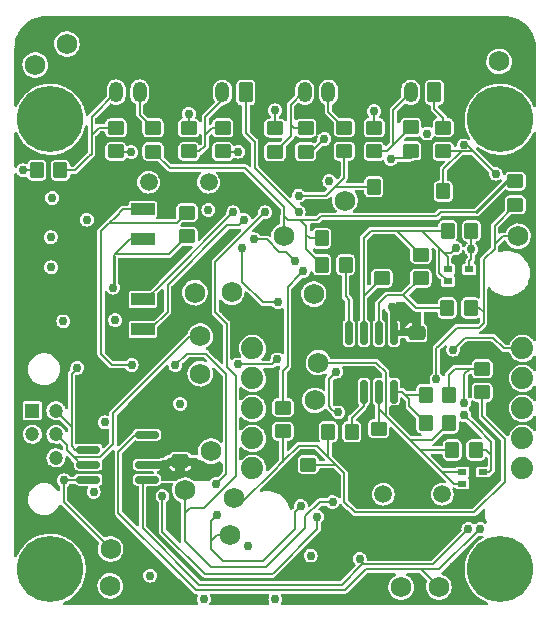
<source format=gbl>
G04 #@! TF.GenerationSoftware,KiCad,Pcbnew,(6.0.5)*
G04 #@! TF.CreationDate,2023-01-26T19:50:09-05:00*
G04 #@! TF.ProjectId,sensors,73656e73-6f72-4732-9e6b-696361645f70,rev?*
G04 #@! TF.SameCoordinates,Original*
G04 #@! TF.FileFunction,Copper,L4,Bot*
G04 #@! TF.FilePolarity,Positive*
%FSLAX46Y46*%
G04 Gerber Fmt 4.6, Leading zero omitted, Abs format (unit mm)*
G04 Created by KiCad (PCBNEW (6.0.5)) date 2023-01-26 19:50:09*
%MOMM*%
%LPD*%
G01*
G04 APERTURE LIST*
G04 Aperture macros list*
%AMRoundRect*
0 Rectangle with rounded corners*
0 $1 Rounding radius*
0 $2 $3 $4 $5 $6 $7 $8 $9 X,Y pos of 4 corners*
0 Add a 4 corners polygon primitive as box body*
4,1,4,$2,$3,$4,$5,$6,$7,$8,$9,$2,$3,0*
0 Add four circle primitives for the rounded corners*
1,1,$1+$1,$2,$3*
1,1,$1+$1,$4,$5*
1,1,$1+$1,$6,$7*
1,1,$1+$1,$8,$9*
0 Add four rect primitives between the rounded corners*
20,1,$1+$1,$2,$3,$4,$5,0*
20,1,$1+$1,$4,$5,$6,$7,0*
20,1,$1+$1,$6,$7,$8,$9,0*
20,1,$1+$1,$8,$9,$2,$3,0*%
G04 Aperture macros list end*
G04 #@! TA.AperFunction,ComponentPad*
%ADD10C,5.600000*%
G04 #@! TD*
G04 #@! TA.AperFunction,SMDPad,CuDef*
%ADD11RoundRect,0.250000X0.450000X-0.350000X0.450000X0.350000X-0.450000X0.350000X-0.450000X-0.350000X0*%
G04 #@! TD*
G04 #@! TA.AperFunction,ComponentPad*
%ADD12C,1.879600*%
G04 #@! TD*
G04 #@! TA.AperFunction,ComponentPad*
%ADD13C,1.500000*%
G04 #@! TD*
G04 #@! TA.AperFunction,ComponentPad*
%ADD14R,1.200000X1.200000*%
G04 #@! TD*
G04 #@! TA.AperFunction,ComponentPad*
%ADD15C,1.200000*%
G04 #@! TD*
G04 #@! TA.AperFunction,ComponentPad*
%ADD16RoundRect,0.250000X0.350000X0.625000X-0.350000X0.625000X-0.350000X-0.625000X0.350000X-0.625000X0*%
G04 #@! TD*
G04 #@! TA.AperFunction,ComponentPad*
%ADD17O,1.200000X1.750000*%
G04 #@! TD*
G04 #@! TA.AperFunction,ComponentPad*
%ADD18R,1.508000X1.508000*%
G04 #@! TD*
G04 #@! TA.AperFunction,ComponentPad*
%ADD19C,1.508000*%
G04 #@! TD*
G04 #@! TA.AperFunction,ComponentPad*
%ADD20C,1.755000*%
G04 #@! TD*
G04 #@! TA.AperFunction,SMDPad,CuDef*
%ADD21RoundRect,0.250000X-0.475000X0.337500X-0.475000X-0.337500X0.475000X-0.337500X0.475000X0.337500X0*%
G04 #@! TD*
G04 #@! TA.AperFunction,SMDPad,CuDef*
%ADD22RoundRect,0.250000X0.475000X-0.337500X0.475000X0.337500X-0.475000X0.337500X-0.475000X-0.337500X0*%
G04 #@! TD*
G04 #@! TA.AperFunction,SMDPad,CuDef*
%ADD23RoundRect,0.250000X-0.350000X-0.450000X0.350000X-0.450000X0.350000X0.450000X-0.350000X0.450000X0*%
G04 #@! TD*
G04 #@! TA.AperFunction,SMDPad,CuDef*
%ADD24RoundRect,0.250000X0.350000X0.450000X-0.350000X0.450000X-0.350000X-0.450000X0.350000X-0.450000X0*%
G04 #@! TD*
G04 #@! TA.AperFunction,SMDPad,CuDef*
%ADD25RoundRect,0.250000X-0.450000X0.350000X-0.450000X-0.350000X0.450000X-0.350000X0.450000X0.350000X0*%
G04 #@! TD*
G04 #@! TA.AperFunction,SMDPad,CuDef*
%ADD26RoundRect,0.150000X0.825000X0.150000X-0.825000X0.150000X-0.825000X-0.150000X0.825000X-0.150000X0*%
G04 #@! TD*
G04 #@! TA.AperFunction,SMDPad,CuDef*
%ADD27R,0.800000X0.500000*%
G04 #@! TD*
G04 #@! TA.AperFunction,SMDPad,CuDef*
%ADD28R,2.000000X1.000000*%
G04 #@! TD*
G04 #@! TA.AperFunction,SMDPad,CuDef*
%ADD29RoundRect,0.150000X0.150000X-0.825000X0.150000X0.825000X-0.150000X0.825000X-0.150000X-0.825000X0*%
G04 #@! TD*
G04 #@! TA.AperFunction,ViaPad*
%ADD30C,0.762000*%
G04 #@! TD*
G04 #@! TA.AperFunction,Conductor*
%ADD31C,0.203200*%
G04 #@! TD*
G04 #@! TA.AperFunction,Conductor*
%ADD32C,0.200000*%
G04 #@! TD*
G04 #@! TA.AperFunction,Conductor*
%ADD33C,0.254000*%
G04 #@! TD*
G04 #@! TA.AperFunction,Conductor*
%ADD34C,0.800000*%
G04 #@! TD*
G04 #@! TA.AperFunction,Conductor*
%ADD35C,0.500000*%
G04 #@! TD*
G04 #@! TA.AperFunction,Conductor*
%ADD36C,0.600000*%
G04 #@! TD*
G04 APERTURE END LIST*
D10*
X190500000Y-139700000D03*
X152400000Y-139700000D03*
X152400000Y-101600000D03*
D11*
X163982400Y-111490000D03*
X163982400Y-109490000D03*
D12*
X169520427Y-118459833D03*
X169520427Y-120999833D03*
X169520427Y-123539833D03*
X169520427Y-126079833D03*
X169520427Y-128619833D03*
X169520427Y-131159833D03*
X192380427Y-131159833D03*
X192380427Y-128619833D03*
X192380427Y-126079833D03*
X192380427Y-123539833D03*
X192380427Y-120999833D03*
X192380427Y-118459833D03*
D13*
X180594000Y-133350000D03*
X185594000Y-133350000D03*
D14*
X150880000Y-126260000D03*
D15*
X150880000Y-128260000D03*
X150880000Y-130260000D03*
X152880000Y-126260000D03*
X152880000Y-128260000D03*
X152880000Y-130260000D03*
D16*
X168966206Y-99325604D03*
D17*
X166966206Y-99325604D03*
D18*
X158180000Y-106925800D03*
D19*
X160720000Y-106925800D03*
X163260000Y-106925800D03*
X165800000Y-106925800D03*
D16*
X177947147Y-99314004D03*
D17*
X175947147Y-99314004D03*
X173947147Y-99314004D03*
D10*
X190500000Y-101600000D03*
D16*
X161981052Y-99299249D03*
D17*
X159981052Y-99299249D03*
X157981052Y-99299249D03*
D16*
X184926510Y-99314004D03*
D17*
X182926510Y-99314004D03*
D20*
X167760000Y-116240000D03*
X164650000Y-116280000D03*
X165105768Y-119955193D03*
D21*
X183408948Y-119698294D03*
X183408948Y-121773294D03*
D20*
X167934830Y-133649623D03*
X185300000Y-141200000D03*
X153800000Y-95225000D03*
D11*
X174244000Y-132826000D03*
X174244000Y-130826000D03*
D22*
X163400000Y-130537500D03*
X163400000Y-128462500D03*
D20*
X157480000Y-141100000D03*
D23*
X175400000Y-113900000D03*
X177400000Y-113900000D03*
D24*
X181800000Y-107300000D03*
X179800000Y-107300000D03*
D25*
X183775940Y-113046000D03*
X183775940Y-115046000D03*
D26*
X160575000Y-128295000D03*
X160575000Y-129565000D03*
X160575000Y-130835000D03*
X160575000Y-132105000D03*
X155625000Y-132105000D03*
X155625000Y-130835000D03*
X155625000Y-129565000D03*
X155625000Y-128295000D03*
D25*
X174014165Y-102336000D03*
X174014165Y-104336000D03*
D27*
X187861940Y-114300000D03*
X187861940Y-115300000D03*
X186061940Y-115300000D03*
X186061940Y-114300000D03*
D25*
X191770000Y-106848400D03*
X191770000Y-108848400D03*
D11*
X172100000Y-128000000D03*
X172100000Y-126000000D03*
D20*
X182100000Y-141200000D03*
D24*
X186200000Y-127300000D03*
X184200000Y-127300000D03*
D20*
X165100000Y-123139200D03*
X177350000Y-108475000D03*
D23*
X175375000Y-111675000D03*
X177375000Y-111675000D03*
D25*
X157962200Y-102317200D03*
X157962200Y-104317200D03*
D20*
X157500000Y-137975000D03*
X151125000Y-97000000D03*
D11*
X180206825Y-129786878D03*
X180206825Y-127786878D03*
X180473940Y-115046000D03*
X180473940Y-113046000D03*
D20*
X190400000Y-96700000D03*
D11*
X171418957Y-104336000D03*
X171418957Y-102336000D03*
D24*
X187674000Y-107700000D03*
X185674000Y-107700000D03*
D25*
X182912201Y-102276400D03*
X182912201Y-104276400D03*
D20*
X192000000Y-111500000D03*
X163800000Y-133000000D03*
D28*
X160227500Y-119380000D03*
X160227500Y-116840000D03*
X160227500Y-114300000D03*
X160227500Y-111760000D03*
X160227500Y-109220000D03*
D24*
X188436000Y-129600000D03*
X186436000Y-129600000D03*
D20*
X172186600Y-111506000D03*
X166000000Y-129700000D03*
D27*
X187263200Y-131453000D03*
X187263200Y-132453000D03*
X189063200Y-132453000D03*
X189063200Y-131453000D03*
D25*
X161112200Y-102327200D03*
X161112200Y-104327200D03*
D11*
X179832000Y-104313170D03*
X179832000Y-102313170D03*
D29*
X181483000Y-124649000D03*
X180213000Y-124649000D03*
X178943000Y-124649000D03*
X177673000Y-124649000D03*
X177673000Y-119699000D03*
X178943000Y-119699000D03*
X180213000Y-119699000D03*
X181483000Y-119699000D03*
D11*
X188976000Y-124714000D03*
X188976000Y-122714000D03*
D20*
X174800000Y-125400000D03*
X175100000Y-122200000D03*
D23*
X175933940Y-128048000D03*
X177933940Y-128048000D03*
D20*
X174700000Y-116400000D03*
D23*
X185994800Y-117576600D03*
X187994800Y-117576600D03*
D24*
X153257000Y-105918000D03*
X151257000Y-105918000D03*
D11*
X177292000Y-104297170D03*
X177292000Y-102297170D03*
X164131800Y-102322200D03*
X164131800Y-104322200D03*
X185674000Y-104292400D03*
X185674000Y-102292400D03*
D25*
X166998582Y-104322200D03*
X166998582Y-102322200D03*
D20*
X167600000Y-136800000D03*
D23*
X184200000Y-124900000D03*
X186200000Y-124900000D03*
X186061940Y-111030000D03*
X188061940Y-111030000D03*
D30*
X161823400Y-114452400D03*
X190195200Y-131953000D03*
X175996600Y-135763000D03*
X174447200Y-138531600D03*
X173621700Y-134353300D03*
X152552400Y-108254800D03*
X152450800Y-111582200D03*
X152476200Y-114122200D03*
X176682400Y-124714000D03*
X178562000Y-132181600D03*
X178562000Y-133350000D03*
X188925700Y-107700000D03*
X163300000Y-142200000D03*
X186515258Y-139500000D03*
X181775000Y-113500000D03*
X182469185Y-123455149D03*
X172745400Y-132816600D03*
X180700000Y-136250000D03*
X165633400Y-113690400D03*
X186055000Y-116205000D03*
X154381200Y-104851200D03*
X155623090Y-127278527D03*
X169113200Y-142200000D03*
X174825000Y-109325000D03*
X187100000Y-134000000D03*
X182600000Y-126800000D03*
X179324000Y-141478000D03*
X190900000Y-124900000D03*
X181350000Y-130900000D03*
X163400000Y-127100000D03*
X186500000Y-136271000D03*
X185425000Y-136271000D03*
X178562000Y-130937000D03*
X178562000Y-137642742D03*
X179650000Y-136245600D03*
X175930000Y-104740000D03*
X177375000Y-110500000D03*
X183800000Y-107300000D03*
X156800000Y-122700000D03*
X154700000Y-122625000D03*
X160862100Y-140237200D03*
X171450000Y-142240000D03*
X156066546Y-133145127D03*
X169113200Y-137718800D03*
X165700000Y-131600000D03*
X165400000Y-142200000D03*
X159300000Y-122400000D03*
X162991800Y-122402600D03*
X166446700Y-132461000D03*
X169672000Y-111760000D03*
X168783000Y-110109000D03*
X173110000Y-113580000D03*
X167894000Y-109474000D03*
X168656000Y-112522000D03*
X171704000Y-117094000D03*
X153500000Y-118700000D03*
X157022500Y-127246235D03*
X155500000Y-110100000D03*
X171627300Y-121920000D03*
X168275000Y-122351800D03*
X153550532Y-132161523D03*
X163400000Y-125700000D03*
X181300000Y-117500000D03*
X179817778Y-100899038D03*
X187452000Y-126619000D03*
X150114000Y-105918000D03*
X176022000Y-106832400D03*
X157734000Y-115849400D03*
X164131800Y-101122200D03*
X188054866Y-112608616D03*
X184300000Y-102800000D03*
X171418996Y-100833291D03*
X166500000Y-135100000D03*
X161900000Y-133500000D03*
X175006000Y-135255000D03*
X186500000Y-121100000D03*
X165785800Y-109270800D03*
X159258000Y-104368600D03*
X175600000Y-103250000D03*
X157900000Y-118600000D03*
X168300400Y-104343200D03*
X181229150Y-104969698D03*
X173429000Y-109421000D03*
X173810000Y-114460000D03*
X185100000Y-123600000D03*
X187452000Y-125603000D03*
X173431200Y-108051600D03*
X170561000Y-109474000D03*
X176300000Y-134000000D03*
X176600000Y-122961700D03*
X187400000Y-103800000D03*
X176800000Y-126400000D03*
X190100000Y-106200000D03*
X187800000Y-136275000D03*
X178600000Y-138800000D03*
X188800000Y-136275000D03*
X186725000Y-112500000D03*
D31*
X169722800Y-105714800D02*
X173429000Y-109421000D01*
X168966206Y-102748406D02*
X169722800Y-103505000D01*
X169722800Y-103505000D02*
X169722800Y-105714800D01*
X168966206Y-99325604D02*
X168966206Y-102748406D01*
D32*
X167019582Y-104343200D02*
X166998582Y-104322200D01*
X168300400Y-104343200D02*
X167019582Y-104343200D01*
X160830000Y-119380000D02*
X162330920Y-117879080D01*
X160227500Y-119380000D02*
X160830000Y-119380000D01*
X160538142Y-116840000D02*
X161840000Y-115538142D01*
X160227500Y-116840000D02*
X160538142Y-116840000D01*
D33*
X157784800Y-115798600D02*
X157734000Y-115849400D01*
X157784800Y-113145200D02*
X157784800Y-115798600D01*
D31*
X163134800Y-110337600D02*
X163982400Y-109490000D01*
X157354600Y-110415400D02*
X157432400Y-110337600D01*
X157432400Y-110337600D02*
X163134800Y-110337600D01*
X157354600Y-110415400D02*
X157930000Y-109840000D01*
X156691939Y-111078061D02*
X157354600Y-110415400D01*
D32*
X157918600Y-113011400D02*
X162461000Y-113011400D01*
X162461000Y-113011400D02*
X163982400Y-111490000D01*
X157918600Y-113011400D02*
X157784800Y-113145200D01*
X159170000Y-111760000D02*
X157918600Y-113011400D01*
X160227500Y-111760000D02*
X159170000Y-111760000D01*
X158550000Y-109220000D02*
X157930000Y-109840000D01*
X160227500Y-109220000D02*
X158550000Y-109220000D01*
D31*
X177292000Y-131572000D02*
X176644300Y-130924300D01*
X177292000Y-133985000D02*
X177292000Y-131572000D01*
X188296000Y-134874000D02*
X178181000Y-134874000D01*
X178181000Y-134874000D02*
X177292000Y-133985000D01*
X190881000Y-128651000D02*
X190881000Y-132289000D01*
X190881000Y-132289000D02*
X188296000Y-134874000D01*
X188976000Y-126746000D02*
X190881000Y-128651000D01*
X188976000Y-124714000D02*
X188976000Y-126746000D01*
X189080600Y-131470400D02*
X189063200Y-131453000D01*
X189560200Y-131470400D02*
X189080600Y-131470400D01*
X189738000Y-131292600D02*
X189560200Y-131470400D01*
X189738000Y-130038000D02*
X189738000Y-131292600D01*
D32*
X185553000Y-131453000D02*
X185546000Y-131446000D01*
X187263200Y-131453000D02*
X185553000Y-131453000D01*
D31*
X185546000Y-131446000D02*
X186180000Y-132080000D01*
X183700000Y-129600000D02*
X185546000Y-131446000D01*
D32*
X186553000Y-132453000D02*
X186180000Y-132080000D01*
X187263200Y-132453000D02*
X186553000Y-132453000D01*
X174244000Y-130826000D02*
X176546000Y-130826000D01*
D31*
X176644300Y-130924300D02*
X176466500Y-130746500D01*
D32*
X176546000Y-130826000D02*
X176644300Y-130924300D01*
X173426400Y-129240000D02*
X174960000Y-129240000D01*
X172100000Y-130576000D02*
X172100000Y-130566400D01*
X172100000Y-130566400D02*
X173426400Y-129240000D01*
X172100000Y-130576000D02*
X172026300Y-130649700D01*
D31*
X171303680Y-131372320D02*
X172026300Y-130649700D01*
D32*
X172100000Y-128000000D02*
X172100000Y-130576000D01*
D31*
X171300000Y-131372320D02*
X171303680Y-131372320D01*
X176366144Y-130646143D02*
X176466500Y-130746500D01*
X176276000Y-130556000D02*
X176366144Y-130646143D01*
X173100000Y-134875000D02*
X173621700Y-134353300D01*
X177292000Y-106531577D02*
X177292000Y-104297170D01*
X176511789Y-107311789D02*
X177292000Y-106531577D01*
X185674000Y-105841800D02*
X187223400Y-104292400D01*
D32*
X187223400Y-104292400D02*
X188192400Y-104292400D01*
D31*
X185674000Y-107700000D02*
X185674000Y-105841800D01*
D32*
X185674000Y-104292400D02*
X187223400Y-104292400D01*
D31*
X190100000Y-106200000D02*
X189100000Y-105200000D01*
D32*
X188192400Y-104292400D02*
X188203200Y-104303200D01*
D31*
X189100000Y-105200000D02*
X188203200Y-104303200D01*
X188203200Y-104303200D02*
X187700000Y-103800000D01*
D32*
X184926510Y-100700110D02*
X184926510Y-99314004D01*
X185674000Y-101447600D02*
X184926510Y-100700110D01*
X185674000Y-102292400D02*
X185674000Y-101447600D01*
X181456300Y-100788500D02*
X181456300Y-103732300D01*
X181456300Y-103732300D02*
X182912201Y-102276400D01*
X182926510Y-99314004D02*
X182926510Y-99318290D01*
X182926510Y-99318290D02*
X181456300Y-100788500D01*
X180875431Y-104313170D02*
X181456300Y-103732300D01*
X179832000Y-104313170D02*
X180875431Y-104313170D01*
D31*
X175947147Y-100518313D02*
X175947147Y-99314004D01*
X175939030Y-100526430D02*
X175947147Y-100518313D01*
X175939030Y-100526430D02*
X175939030Y-100944200D01*
X175939030Y-100376200D02*
X175939030Y-100526430D01*
D32*
X172745400Y-100355400D02*
X172745400Y-101168928D01*
X173786796Y-99314004D02*
X172745400Y-100355400D01*
X172745400Y-101168928D02*
X172759814Y-101183342D01*
X173947147Y-99314004D02*
X173786796Y-99314004D01*
X174514000Y-104336000D02*
X175600000Y-103250000D01*
X174014165Y-104336000D02*
X174514000Y-104336000D01*
D31*
X166966206Y-99987794D02*
X166966206Y-99325604D01*
X165531800Y-101422200D02*
X166966206Y-99987794D01*
D32*
X159981052Y-101196052D02*
X159981052Y-99299249D01*
X161112200Y-102327200D02*
X159981052Y-101196052D01*
X157962200Y-102317200D02*
X156483400Y-102317200D01*
X155905200Y-102895400D02*
X155905200Y-104494800D01*
X155905200Y-101375101D02*
X155905200Y-102895400D01*
X156483400Y-102317200D02*
X155905200Y-102895400D01*
X155905200Y-104494800D02*
X155700000Y-104700000D01*
X157981052Y-99299249D02*
X155905200Y-101375101D01*
D31*
X168914800Y-105714800D02*
X169670000Y-106470000D01*
X161112200Y-104327200D02*
X162499800Y-105714800D01*
X162499800Y-105714800D02*
X168914800Y-105714800D01*
X187674000Y-107700000D02*
X188925700Y-107700000D01*
D34*
X163237500Y-128462500D02*
X162135000Y-129565000D01*
D32*
X180206825Y-129786878D02*
X180236878Y-129786878D01*
D35*
X183408948Y-121773294D02*
X183408948Y-123091052D01*
X183044851Y-123455149D02*
X182469185Y-123455149D01*
D32*
X180236878Y-129786878D02*
X181350000Y-130900000D01*
D35*
X183408948Y-123091052D02*
X183044851Y-123455149D01*
D31*
X181800000Y-107300000D02*
X183800000Y-107300000D01*
D34*
X162135000Y-129565000D02*
X160575000Y-129565000D01*
D31*
X163400000Y-128462500D02*
X163237500Y-128462500D01*
X155625000Y-127280437D02*
X155623090Y-127278527D01*
D34*
X155625000Y-128295000D02*
X155625000Y-127280437D01*
D31*
X152880000Y-126260000D02*
X154160000Y-127540000D01*
X154465000Y-129565000D02*
X155625000Y-129565000D01*
X154200000Y-127540000D02*
X154200000Y-129300000D01*
X154160000Y-127540000D02*
X154200000Y-127540000D01*
X154200000Y-127300000D02*
X154200000Y-123125000D01*
X154200000Y-123125000D02*
X154700000Y-122625000D01*
X154200000Y-127300000D02*
X154200000Y-127540000D01*
X154200000Y-129300000D02*
X154465000Y-129565000D01*
D36*
X163400000Y-130537500D02*
X164637500Y-130537500D01*
X162165000Y-130835000D02*
X160575000Y-130835000D01*
X163400000Y-130537500D02*
X162462500Y-130537500D01*
X164637500Y-130537500D02*
X165700000Y-131600000D01*
X162462500Y-130537500D02*
X162165000Y-130835000D01*
D31*
X157618189Y-122381811D02*
X156691939Y-121455561D01*
X156691939Y-121455561D02*
X156691939Y-111078061D01*
X166446700Y-132461000D02*
X167300000Y-131607700D01*
X159281811Y-122381811D02*
X157618189Y-122381811D01*
X167300000Y-131607700D02*
X167300000Y-123180200D01*
X159300000Y-122400000D02*
X159281811Y-122381811D01*
X165557200Y-121437400D02*
X163957000Y-121437400D01*
X163957000Y-121437400D02*
X162991800Y-122402600D01*
X167300000Y-123180200D02*
X165557200Y-121437400D01*
X171770000Y-112800000D02*
X170730000Y-111760000D01*
X162330920Y-117879080D02*
X162330920Y-115621280D01*
X167402200Y-110550000D02*
X168342000Y-110550000D01*
X168342000Y-110550000D02*
X168783000Y-110109000D01*
X172327384Y-112800000D02*
X171770000Y-112800000D01*
X172729670Y-113202286D02*
X172732286Y-113202286D01*
X172729670Y-113202286D02*
X172327384Y-112800000D01*
X162330920Y-115621280D02*
X167402200Y-110550000D01*
X172732286Y-113202286D02*
X173110000Y-113580000D01*
X170730000Y-111760000D02*
X169672000Y-111760000D01*
X167894000Y-109474000D02*
X167894000Y-109484142D01*
X167894000Y-109484142D02*
X161840000Y-115538142D01*
X168656000Y-112522000D02*
X168656000Y-115346834D01*
X168656000Y-115346834D02*
X170403166Y-117094000D01*
X170403166Y-117094000D02*
X171704000Y-117094000D01*
X164131800Y-104322200D02*
X165031800Y-104322200D01*
X165531800Y-101422200D02*
X165531800Y-102922200D01*
X165531800Y-103822200D02*
X165531800Y-102922200D01*
X165531800Y-102922200D02*
X166131800Y-102322200D01*
X166131800Y-102322200D02*
X166998582Y-102322200D01*
X165031800Y-104322200D02*
X165531800Y-103822200D01*
X171195500Y-122351800D02*
X168275000Y-122351800D01*
X171627300Y-121920000D02*
X171195500Y-122351800D01*
D32*
X188054866Y-112608616D02*
X188054866Y-111037074D01*
X164131800Y-102322200D02*
X164131800Y-101122200D01*
X188054866Y-112608616D02*
X188054866Y-113443134D01*
D31*
X153550532Y-132161523D02*
X153550532Y-134025532D01*
D32*
X179817778Y-100899038D02*
X179817778Y-102298948D01*
D31*
X171418957Y-100833330D02*
X171418996Y-100833291D01*
D32*
X188054866Y-113443134D02*
X187861940Y-113636060D01*
D35*
X181300000Y-117500000D02*
X182200000Y-117500000D01*
D31*
X189738000Y-128905000D02*
X189738000Y-130038000D01*
D32*
X188054866Y-111037074D02*
X188061940Y-111030000D01*
D31*
X188436000Y-129600000D02*
X189300000Y-129600000D01*
X155275000Y-132155000D02*
X153557055Y-132155000D01*
D35*
X183408948Y-119698294D02*
X181483706Y-119698294D01*
X183408948Y-118708948D02*
X183408948Y-119698294D01*
D31*
X187861940Y-114300000D02*
X187861940Y-113636060D01*
D35*
X182200000Y-117500000D02*
X183408948Y-118708948D01*
D31*
X151257000Y-105918000D02*
X150114000Y-105918000D01*
X153557055Y-132155000D02*
X153550532Y-132161523D01*
X171418957Y-102038000D02*
X171418957Y-100833330D01*
X189300000Y-129600000D02*
X189738000Y-130038000D01*
X188436000Y-127603000D02*
X187452000Y-126619000D01*
X153550532Y-134025532D02*
X157500000Y-137975000D01*
X188436000Y-127603000D02*
X189738000Y-128905000D01*
X166000000Y-137300000D02*
X166000000Y-138000000D01*
X166500000Y-136800000D02*
X166000000Y-137300000D01*
X166000000Y-138000000D02*
X166994080Y-138994080D01*
X170400000Y-138994080D02*
X173100000Y-136294080D01*
X167600000Y-136800000D02*
X166500000Y-136800000D01*
X173100000Y-136294080D02*
X173100000Y-134875000D01*
X166500000Y-135100000D02*
X166000000Y-135600000D01*
X166994080Y-138994080D02*
X170400000Y-138994080D01*
X166000000Y-135600000D02*
X166000000Y-137300000D01*
X161900000Y-136500000D02*
X161900000Y-133500000D01*
X171300000Y-140000000D02*
X171200000Y-140100000D01*
X175006000Y-136294000D02*
X171300000Y-140000000D01*
X175006000Y-135255000D02*
X175006000Y-136294000D01*
X171200000Y-140100000D02*
X165500000Y-140100000D01*
X165500000Y-140100000D02*
X161900000Y-136500000D01*
X186500000Y-121100000D02*
X187500000Y-120100000D01*
X187500000Y-120100000D02*
X189900000Y-120100000D01*
X189900000Y-120100000D02*
X190799833Y-120999833D01*
X190799833Y-120999833D02*
X192380427Y-120999833D01*
X181328848Y-104870000D02*
X181229150Y-104969698D01*
X157988000Y-104336600D02*
X159226000Y-104336600D01*
X182912201Y-104870000D02*
X181328848Y-104870000D01*
X154482000Y-105918000D02*
X153257000Y-105918000D01*
X155700000Y-104700000D02*
X154482000Y-105918000D01*
X172100000Y-122900000D02*
X172500000Y-122500000D01*
X173810000Y-114480000D02*
X173810000Y-114460000D01*
X172100000Y-126000000D02*
X172100000Y-122900000D01*
X172500000Y-115790000D02*
X173482000Y-114808000D01*
X172500000Y-122500000D02*
X172500000Y-115790000D01*
X173482000Y-114808000D02*
X173810000Y-114480000D01*
X175939030Y-99911925D02*
X175939030Y-100376200D01*
X175939030Y-100944200D02*
X177292000Y-102297170D01*
X172770800Y-101956000D02*
X172770800Y-102056000D01*
X172759814Y-101183342D02*
X172759814Y-101741014D01*
X171754800Y-104038000D02*
X171418957Y-104038000D01*
X172770800Y-101752000D02*
X172770800Y-101956000D01*
X173050800Y-102336000D02*
X174014165Y-102336000D01*
X172770800Y-102056000D02*
X173050800Y-102336000D01*
X172770800Y-101956000D02*
X172770800Y-103022000D01*
X172770800Y-103022000D02*
X171754800Y-104038000D01*
X172759814Y-101741014D02*
X172770800Y-101752000D01*
X164254507Y-119955193D02*
X157707800Y-126501900D01*
X153794080Y-129174080D02*
X153794080Y-129615190D01*
X165105768Y-119955193D02*
X164254507Y-119955193D01*
X153794080Y-129615190D02*
X154389445Y-130210555D01*
X156596950Y-130210555D02*
X154389445Y-130210555D01*
X154389445Y-130210555D02*
X155013890Y-130835000D01*
X157707800Y-129099705D02*
X156596950Y-130210555D01*
X152880000Y-128260000D02*
X153794080Y-129174080D01*
X155013890Y-130835000D02*
X155625000Y-130835000D01*
X157707800Y-126501900D02*
X157707800Y-129099705D01*
X175933940Y-130213940D02*
X176160000Y-130440000D01*
X175933940Y-128048000D02*
X175933940Y-130213940D01*
X174960000Y-129240000D02*
X176160000Y-130440000D01*
X168743209Y-133929111D02*
X171300000Y-131372320D01*
X176160000Y-130440000D02*
X176466500Y-130746500D01*
X175400000Y-113900000D02*
X174175000Y-112675000D01*
D33*
X191770000Y-106848400D02*
X191093600Y-106848400D01*
D31*
X175375000Y-111675000D02*
X174350000Y-111675000D01*
X182114689Y-109814689D02*
X175304488Y-109814689D01*
X172200000Y-109000000D02*
X172200000Y-109775000D01*
X172531311Y-110106311D02*
X173231311Y-110106311D01*
D33*
X191093600Y-106848400D02*
X188468000Y-109474000D01*
D31*
X185237500Y-109662500D02*
X185075000Y-109825000D01*
X175304488Y-109814689D02*
X175012866Y-110106311D01*
X182125000Y-109825000D02*
X182114689Y-109814689D01*
X188468000Y-109474000D02*
X185426000Y-109474000D01*
X175012866Y-110106311D02*
X173231311Y-110106311D01*
X185075000Y-109825000D02*
X182125000Y-109825000D01*
X174350000Y-111675000D02*
X174075000Y-111400000D01*
X174150000Y-112675000D02*
X174075000Y-112600000D01*
X172200000Y-109775000D02*
X172531311Y-110106311D01*
X185426000Y-109474000D02*
X185362500Y-109537500D01*
X185362500Y-109537500D02*
X185237500Y-109662500D01*
X172186600Y-109788400D02*
X172186600Y-111506000D01*
X172200000Y-109775000D02*
X172186600Y-109788400D01*
X174175000Y-112675000D02*
X174150000Y-112675000D01*
X173231311Y-110106311D02*
X173431311Y-110106311D01*
X174075000Y-110650000D02*
X173531311Y-110106311D01*
X169670000Y-106470000D02*
X172200000Y-109000000D01*
X174075000Y-111400000D02*
X174075000Y-110650000D01*
X173531311Y-110106311D02*
X173431311Y-110106311D01*
X174075000Y-112600000D02*
X174075000Y-111400000D01*
X178943000Y-124649000D02*
X178943000Y-125857000D01*
X178943000Y-125857000D02*
X177933940Y-126866060D01*
X177933940Y-126866060D02*
X177933940Y-128048000D01*
X177400000Y-113900000D02*
X177400000Y-116600000D01*
X177700000Y-116900000D02*
X177700000Y-119672000D01*
X177400000Y-116600000D02*
X177700000Y-116900000D01*
X177700000Y-119672000D02*
X177673000Y-119699000D01*
X190017400Y-110601000D02*
X191770000Y-108848400D01*
X185293000Y-120779805D02*
X185293000Y-120777000D01*
X190017400Y-112552600D02*
X189108306Y-113461694D01*
X190017400Y-112182600D02*
X190017400Y-110601000D01*
D32*
X188736600Y-117576600D02*
X189108306Y-117948306D01*
X190700000Y-111500000D02*
X190017400Y-112182600D01*
D31*
X188696600Y-119253000D02*
X189099800Y-118849800D01*
X185293000Y-120777000D02*
X186817000Y-119253000D01*
X186817000Y-119253000D02*
X188696600Y-119253000D01*
X185100000Y-123600000D02*
X185100000Y-120972805D01*
X189108306Y-113461694D02*
X189108306Y-117948306D01*
X189108306Y-117948306D02*
X189108306Y-118841294D01*
D32*
X192000000Y-111500000D02*
X190700000Y-111500000D01*
D31*
X189108306Y-118841294D02*
X189099800Y-118849800D01*
X185100000Y-120972805D02*
X185293000Y-120779805D01*
X190017400Y-112182600D02*
X190017400Y-112552600D01*
D32*
X187994800Y-117576600D02*
X188736600Y-117576600D01*
D31*
X183376600Y-117576600D02*
X185994800Y-117576600D01*
X182300000Y-116500000D02*
X183376600Y-117576600D01*
X183754000Y-115046000D02*
X182300000Y-116500000D01*
X180213000Y-117187000D02*
X180213000Y-119699000D01*
X183775940Y-115046000D02*
X183754000Y-115046000D01*
X180900000Y-116500000D02*
X180213000Y-117187000D01*
X182300000Y-116500000D02*
X180900000Y-116500000D01*
X187452000Y-123190000D02*
X187452000Y-125603000D01*
X186149999Y-123222001D02*
X186149999Y-124647412D01*
X187928000Y-122714000D02*
X187452000Y-123190000D01*
X188976000Y-122714000D02*
X187928000Y-122714000D01*
X186658000Y-122714000D02*
X186149999Y-123222001D01*
X187928000Y-122714000D02*
X186658000Y-122714000D01*
X182400000Y-124900000D02*
X182149000Y-124649000D01*
X184200000Y-127300000D02*
X182800000Y-125900000D01*
X182149000Y-124649000D02*
X181483000Y-124649000D01*
X184200000Y-124900000D02*
X182400000Y-124900000D01*
X182800000Y-125900000D02*
X182800000Y-125300000D01*
X182800000Y-125300000D02*
X182400000Y-124900000D01*
X163800000Y-134900000D02*
X164200000Y-134500000D01*
X165413119Y-134500000D02*
X168108114Y-131805005D01*
X163800000Y-137300000D02*
X163800000Y-134900000D01*
X170700000Y-139500000D02*
X166000000Y-139500000D01*
X163800000Y-134900000D02*
X163800000Y-133000000D01*
X166385311Y-113675089D02*
X166954200Y-113106200D01*
X166385311Y-117945311D02*
X166385311Y-113675089D01*
X175771977Y-108051600D02*
X173431200Y-108051600D01*
X166954200Y-113080800D02*
X170561000Y-109474000D01*
X167335200Y-118897400D02*
X166674800Y-118237000D01*
X166954200Y-113106200D02*
X166954200Y-113080800D01*
X176530389Y-107293189D02*
X176511789Y-107311789D01*
X174000000Y-135200000D02*
X174000000Y-136200000D01*
X166674800Y-118234800D02*
X166385311Y-117945311D01*
X179793189Y-107293189D02*
X176530389Y-107293189D01*
X175200000Y-134000000D02*
X174000000Y-135200000D01*
X166674800Y-118237000D02*
X166674800Y-118234800D01*
X179800000Y-107300000D02*
X179793189Y-107293189D01*
X176300000Y-134000000D02*
X175200000Y-134000000D01*
X168108114Y-131805005D02*
X168108114Y-123308114D01*
X174000000Y-136200000D02*
X170700000Y-139500000D01*
X164200000Y-134500000D02*
X165413119Y-134500000D01*
X176511789Y-107311789D02*
X175771977Y-108051600D01*
X167335200Y-122535200D02*
X167335200Y-118897400D01*
X168108114Y-123308114D02*
X167335200Y-122535200D01*
X166000000Y-139500000D02*
X163800000Y-137300000D01*
X175997089Y-125897089D02*
X176200000Y-126100000D01*
X187700000Y-103800000D02*
X187400000Y-103800000D01*
X175997089Y-123564611D02*
X175997089Y-125897089D01*
X176500000Y-126400000D02*
X176800000Y-126400000D01*
X176600000Y-122961700D02*
X175997089Y-123564611D01*
X176200000Y-126100000D02*
X176500000Y-126400000D01*
X178814029Y-139285971D02*
X177100000Y-141000000D01*
X184789029Y-139285971D02*
X187800000Y-136275000D01*
X177100000Y-141000000D02*
X165000000Y-141000000D01*
X178985971Y-139285971D02*
X178814029Y-139285971D01*
X165000000Y-141000000D02*
X160225000Y-136225000D01*
X160225000Y-136225000D02*
X160225000Y-132155000D01*
X178985971Y-139285971D02*
X184789029Y-139285971D01*
X178600000Y-138900000D02*
X178600000Y-138800000D01*
X178985971Y-139285971D02*
X178600000Y-138900000D01*
X158165800Y-129734200D02*
X159605000Y-128295000D01*
X158165800Y-134924800D02*
X158165800Y-129734200D01*
X188769177Y-136275000D02*
X188800000Y-136275000D01*
X163541000Y-140300000D02*
X158165800Y-134924800D01*
X177338034Y-141461966D02*
X164710060Y-141461966D01*
X164710060Y-141461966D02*
X163548094Y-140300000D01*
X163548094Y-140300000D02*
X163541000Y-140300000D01*
X185300000Y-141200000D02*
X183800000Y-139700000D01*
X159605000Y-128295000D02*
X160575000Y-128295000D01*
X183800000Y-139700000D02*
X179100000Y-139700000D01*
X185344177Y-139700000D02*
X188769177Y-136275000D01*
X183800000Y-139700000D02*
X185344177Y-139700000D01*
X179100000Y-139700000D02*
X177338034Y-141461966D01*
X178943000Y-111633000D02*
X179546000Y-111030000D01*
X185347000Y-112513000D02*
X183864000Y-111030000D01*
X178943000Y-116576940D02*
X178943000Y-111633000D01*
X186061940Y-115300000D02*
X186060000Y-115300000D01*
X186060000Y-115300000D02*
X185347000Y-114587000D01*
X180473940Y-115046000D02*
X178943000Y-116576940D01*
X181832000Y-111030000D02*
X181832000Y-111102060D01*
X179546000Y-111030000D02*
X181832000Y-111030000D01*
X186317000Y-112908000D02*
X186725000Y-112500000D01*
X185742000Y-112908000D02*
X186317000Y-112908000D01*
X186061940Y-114300000D02*
X186061940Y-113227940D01*
X186061940Y-113227940D02*
X185742000Y-112908000D01*
X181832000Y-111030000D02*
X183864000Y-111030000D01*
X185742000Y-112908000D02*
X185347000Y-112513000D01*
X183864000Y-111030000D02*
X186061940Y-111030000D01*
X178943000Y-116576940D02*
X178943000Y-119699000D01*
X185347000Y-114587000D02*
X185347000Y-112513000D01*
X181832000Y-111102060D02*
X183775940Y-113046000D01*
X180800000Y-126698000D02*
X180801000Y-126699000D01*
X183642000Y-129542000D02*
X183700000Y-129600000D01*
X175100000Y-122200000D02*
X180000000Y-122200000D01*
X180213000Y-126111000D02*
X180213000Y-126365000D01*
X180213000Y-126365000D02*
X180213000Y-127780703D01*
X186436000Y-129600000D02*
X183700000Y-129600000D01*
X180213000Y-127780703D02*
X180206825Y-127786878D01*
X186200000Y-127300000D02*
X184751000Y-128749000D01*
X180000000Y-122200000D02*
X180800000Y-123000000D01*
X180800000Y-123000000D02*
X180800000Y-126698000D01*
X184751000Y-128749000D02*
X182851000Y-128749000D01*
X182851000Y-128749000D02*
X183642000Y-129540000D01*
X180213000Y-124649000D02*
X180213000Y-126111000D01*
X180801000Y-126699000D02*
X182851000Y-128749000D01*
X180213000Y-126111000D02*
X180801000Y-126699000D01*
X183642000Y-129540000D02*
X183642000Y-129542000D01*
G04 #@! TA.AperFunction,Conductor*
G36*
X182484172Y-117120002D02*
G01*
X182505146Y-117136905D01*
X183123037Y-117754796D01*
X183124891Y-117756943D01*
X183127255Y-117761780D01*
X183135784Y-117769692D01*
X183135785Y-117769693D01*
X183163751Y-117795635D01*
X183167156Y-117798915D01*
X183180797Y-117812556D01*
X183184813Y-117815311D01*
X183187607Y-117817764D01*
X183210637Y-117839128D01*
X183221443Y-117843439D01*
X183224978Y-117845674D01*
X183237351Y-117852281D01*
X183241176Y-117853976D01*
X183250768Y-117860556D01*
X183272729Y-117865768D01*
X183275275Y-117866372D01*
X183292871Y-117871937D01*
X183308013Y-117877978D01*
X183308016Y-117877979D01*
X183316273Y-117881273D01*
X183322668Y-117881900D01*
X183325962Y-117881900D01*
X183326113Y-117881918D01*
X183328820Y-117882050D01*
X183328811Y-117882233D01*
X183341366Y-117883703D01*
X183350107Y-117884130D01*
X183361427Y-117886817D01*
X183372956Y-117885248D01*
X183372957Y-117885248D01*
X183389099Y-117883051D01*
X183406090Y-117881900D01*
X183699000Y-117881900D01*
X183767121Y-117901902D01*
X183813614Y-117955558D01*
X183825000Y-118007900D01*
X183825000Y-118813067D01*
X183815669Y-118844846D01*
X183817455Y-118845235D01*
X183808948Y-118884342D01*
X183808948Y-119416052D01*
X183325000Y-119900000D01*
X181675000Y-119900000D01*
X181183000Y-119408000D01*
X181183000Y-119380885D01*
X181783000Y-119380885D01*
X181787475Y-119396124D01*
X181788865Y-119397329D01*
X181796548Y-119399000D01*
X182004885Y-119399000D01*
X182020124Y-119394525D01*
X182021329Y-119393135D01*
X182023000Y-119385452D01*
X182023000Y-119280282D01*
X182447656Y-119280282D01*
X182450272Y-119294876D01*
X182462704Y-119298294D01*
X182990833Y-119298294D01*
X183006072Y-119293819D01*
X183007277Y-119292429D01*
X183008948Y-119284746D01*
X183008948Y-118888910D01*
X183004473Y-118873671D01*
X183003083Y-118872466D01*
X182995400Y-118870795D01*
X182890983Y-118870795D01*
X182884162Y-118871165D01*
X182835503Y-118876450D01*
X182820246Y-118880077D01*
X182704624Y-118923421D01*
X182689037Y-118931954D01*
X182591080Y-119005370D01*
X182578524Y-119017926D01*
X182505108Y-119115883D01*
X182496575Y-119131470D01*
X182453231Y-119247091D01*
X182449604Y-119262349D01*
X182447656Y-119280282D01*
X182023000Y-119280282D01*
X182022999Y-118848265D01*
X182022224Y-118838417D01*
X182010087Y-118761779D01*
X182004032Y-118743143D01*
X181956949Y-118650740D01*
X181945438Y-118634896D01*
X181872104Y-118561562D01*
X181856260Y-118550050D01*
X181799140Y-118520946D01*
X181785281Y-118518343D01*
X181783327Y-118521115D01*
X181783000Y-118523091D01*
X181783000Y-119380885D01*
X181183000Y-119380885D01*
X181183000Y-118530837D01*
X181180104Y-118520974D01*
X181175000Y-118485476D01*
X181175000Y-117652190D01*
X181195002Y-117584069D01*
X181211905Y-117563095D01*
X181638095Y-117136905D01*
X181700407Y-117102879D01*
X181727190Y-117100000D01*
X182416051Y-117100000D01*
X182484172Y-117120002D01*
G37*
G04 #@! TD.AperFunction*
G04 #@! TA.AperFunction,Conductor*
G36*
X165262881Y-130495002D02*
G01*
X165282681Y-130510746D01*
X165316664Y-130543850D01*
X165321460Y-130547055D01*
X165321463Y-130547057D01*
X165346831Y-130564007D01*
X165481886Y-130654248D01*
X165487189Y-130656526D01*
X165487192Y-130656528D01*
X165606519Y-130707795D01*
X165664459Y-130732688D01*
X165736248Y-130748932D01*
X165852633Y-130775268D01*
X165852639Y-130775269D01*
X165858270Y-130776543D01*
X165864041Y-130776770D01*
X165864043Y-130776770D01*
X165925555Y-130779187D01*
X166056828Y-130784344D01*
X166155155Y-130770087D01*
X166247768Y-130756659D01*
X166247773Y-130756658D01*
X166253482Y-130755830D01*
X166258946Y-130753975D01*
X166258951Y-130753974D01*
X166436180Y-130693813D01*
X166436179Y-130693813D01*
X166441648Y-130691957D01*
X166615022Y-130594863D01*
X166652123Y-130564006D01*
X166717285Y-130535826D01*
X166787341Y-130547349D01*
X166821786Y-130571786D01*
X166957795Y-130707795D01*
X166991821Y-130770107D01*
X166994700Y-130796890D01*
X166994700Y-131429050D01*
X166974698Y-131497171D01*
X166957795Y-131518146D01*
X166630242Y-131845698D01*
X166567930Y-131879723D01*
X166524702Y-131881524D01*
X166446700Y-131871255D01*
X166294063Y-131891350D01*
X166151828Y-131950266D01*
X166029687Y-132043987D01*
X165954119Y-132142471D01*
X165947802Y-132150703D01*
X165890464Y-132192571D01*
X165847839Y-132200000D01*
X164576803Y-132200000D01*
X164508682Y-132179998D01*
X164491274Y-132166525D01*
X164465253Y-132142471D01*
X164465250Y-132142469D01*
X164461013Y-132138552D01*
X164415699Y-132109961D01*
X164297841Y-132035598D01*
X164297836Y-132035596D01*
X164292957Y-132032517D01*
X164108393Y-131958883D01*
X163913500Y-131920116D01*
X163907725Y-131920040D01*
X163907721Y-131920040D01*
X163808589Y-131918743D01*
X163714807Y-131917515D01*
X163709110Y-131918494D01*
X163709109Y-131918494D01*
X163637278Y-131930837D01*
X163518966Y-131951167D01*
X163332537Y-132019944D01*
X163327576Y-132022896D01*
X163327575Y-132022896D01*
X163166732Y-132118587D01*
X163166729Y-132118589D01*
X163161764Y-132121543D01*
X163157420Y-132125353D01*
X163157414Y-132125357D01*
X163107954Y-132168732D01*
X163043550Y-132198609D01*
X163024877Y-132200000D01*
X161879700Y-132200000D01*
X161811579Y-132179998D01*
X161765086Y-132126342D01*
X161753700Y-132074001D01*
X161753699Y-131926083D01*
X161753699Y-131921474D01*
X161743467Y-131851955D01*
X161691571Y-131746256D01*
X161608235Y-131663066D01*
X161502445Y-131611354D01*
X161492767Y-131609942D01*
X161486959Y-131608147D01*
X161427782Y-131568921D01*
X161399206Y-131503929D01*
X161410304Y-131433806D01*
X161457551Y-131380813D01*
X161504459Y-131363315D01*
X161512226Y-131362085D01*
X161530857Y-131356032D01*
X161623260Y-131308949D01*
X161639104Y-131297438D01*
X161712438Y-131224104D01*
X161723950Y-131208260D01*
X161753054Y-131151140D01*
X161755657Y-131137281D01*
X161752885Y-131135327D01*
X161750909Y-131135000D01*
X160401000Y-131135000D01*
X160332879Y-131114998D01*
X160286386Y-131061342D01*
X160275000Y-131009000D01*
X160275000Y-130954406D01*
X162438587Y-130954406D01*
X162440656Y-130973445D01*
X162444283Y-130988703D01*
X162487627Y-131104324D01*
X162496160Y-131119911D01*
X162569576Y-131217868D01*
X162582132Y-131230424D01*
X162680089Y-131303840D01*
X162695676Y-131312373D01*
X162811303Y-131355719D01*
X162826548Y-131359344D01*
X162875218Y-131364631D01*
X162882032Y-131365000D01*
X162981885Y-131365000D01*
X162997124Y-131360525D01*
X162998329Y-131359135D01*
X163000000Y-131351452D01*
X163000000Y-131346884D01*
X163800000Y-131346884D01*
X163804475Y-131362123D01*
X163805865Y-131363328D01*
X163813548Y-131364999D01*
X163917965Y-131364999D01*
X163924786Y-131364629D01*
X163973445Y-131359344D01*
X163988702Y-131355717D01*
X164104324Y-131312373D01*
X164119911Y-131303840D01*
X164217868Y-131230424D01*
X164230424Y-131217868D01*
X164303840Y-131119911D01*
X164312373Y-131104324D01*
X164355717Y-130988703D01*
X164359344Y-130973445D01*
X164361292Y-130955512D01*
X164358676Y-130940918D01*
X164346244Y-130937500D01*
X163818115Y-130937500D01*
X163802876Y-130941975D01*
X163801671Y-130943365D01*
X163800000Y-130951048D01*
X163800000Y-131346884D01*
X163000000Y-131346884D01*
X163000000Y-130955615D01*
X162995525Y-130940376D01*
X162994135Y-130939171D01*
X162986452Y-130937500D01*
X162454866Y-130937500D01*
X162440643Y-130941676D01*
X162438587Y-130954406D01*
X160275000Y-130954406D01*
X160275000Y-130661000D01*
X160295002Y-130592879D01*
X160348658Y-130546386D01*
X160401000Y-130535000D01*
X161743163Y-130535000D01*
X161758402Y-130530526D01*
X161768832Y-130518488D01*
X161828558Y-130480104D01*
X161864057Y-130475000D01*
X165194760Y-130475000D01*
X165262881Y-130495002D01*
G37*
G04 #@! TD.AperFunction*
G04 #@! TA.AperFunction,Conductor*
G36*
X189015002Y-136856614D02*
G01*
X189068100Y-136903743D01*
X189087290Y-136972097D01*
X189066479Y-137039974D01*
X189028255Y-137077334D01*
X188757065Y-137247452D01*
X188754229Y-137249724D01*
X188754222Y-137249729D01*
X188562875Y-137403027D01*
X188486727Y-137464033D01*
X188397345Y-137554356D01*
X188308783Y-137643850D01*
X188243073Y-137710251D01*
X188240832Y-137713109D01*
X188042341Y-137966255D01*
X188029334Y-137982843D01*
X187848343Y-138278194D01*
X187846818Y-138281479D01*
X187846816Y-138281483D01*
X187805109Y-138371334D01*
X187702498Y-138592391D01*
X187670620Y-138688780D01*
X187609800Y-138872684D01*
X187593732Y-138921268D01*
X187592996Y-138924823D01*
X187592995Y-138924826D01*
X187552521Y-139120267D01*
X187523487Y-139260467D01*
X187523164Y-139264089D01*
X187523163Y-139264094D01*
X187513335Y-139374220D01*
X187492695Y-139605492D01*
X187492790Y-139609122D01*
X187492790Y-139609124D01*
X187495096Y-139697204D01*
X187501762Y-139951769D01*
X187502273Y-139955359D01*
X187502273Y-139955360D01*
X187507412Y-139991466D01*
X187550570Y-140294709D01*
X187638471Y-140629767D01*
X187764299Y-140952501D01*
X187926389Y-141258634D01*
X187928441Y-141261619D01*
X187928446Y-141261628D01*
X188120533Y-141541117D01*
X188120539Y-141541124D01*
X188122590Y-141544109D01*
X188208785Y-141642916D01*
X188307366Y-141755921D01*
X188350302Y-141805140D01*
X188606507Y-142038269D01*
X188609449Y-142040383D01*
X188884859Y-142238285D01*
X188884865Y-142238289D01*
X188887810Y-142240405D01*
X189190481Y-142408870D01*
X189193830Y-142410257D01*
X189358474Y-142478455D01*
X189413755Y-142523003D01*
X189436176Y-142590367D01*
X189418618Y-142659158D01*
X189366656Y-142707536D01*
X189310256Y-142720864D01*
X172070345Y-142720864D01*
X172002224Y-142700862D01*
X171955731Y-142647206D01*
X171945627Y-142576932D01*
X171959734Y-142536175D01*
X171960734Y-142534872D01*
X172019650Y-142392637D01*
X172039745Y-142240000D01*
X172019650Y-142087363D01*
X171999315Y-142038269D01*
X171960734Y-141945128D01*
X171962992Y-141944193D01*
X171949182Y-141887274D01*
X171972400Y-141820182D01*
X172028206Y-141776293D01*
X172075039Y-141767266D01*
X177284744Y-141767266D01*
X177287569Y-141767473D01*
X177292662Y-141769222D01*
X177342391Y-141767355D01*
X177347117Y-141767266D01*
X177366427Y-141767266D01*
X177371214Y-141766374D01*
X177374932Y-141766133D01*
X177406316Y-141764955D01*
X177417008Y-141760361D01*
X177421093Y-141759441D01*
X177434509Y-141755365D01*
X177438408Y-141753860D01*
X177449845Y-141751730D01*
X177471287Y-141738513D01*
X177487666Y-141730005D01*
X177502638Y-141723573D01*
X177502642Y-141723570D01*
X177510813Y-141720060D01*
X177515778Y-141715981D01*
X177518104Y-141713655D01*
X177518219Y-141713564D01*
X177520227Y-141711743D01*
X177520350Y-141711879D01*
X177530284Y-141704026D01*
X177536757Y-141698156D01*
X177546662Y-141692051D01*
X177563576Y-141669808D01*
X177574770Y-141656989D01*
X179189554Y-140042205D01*
X179251866Y-140008179D01*
X179278649Y-140005300D01*
X181535100Y-140005300D01*
X181603221Y-140025302D01*
X181649714Y-140078958D01*
X181659818Y-140149232D01*
X181630324Y-140213812D01*
X181599523Y-140239585D01*
X181466732Y-140318587D01*
X181466729Y-140318589D01*
X181461764Y-140321543D01*
X181457424Y-140325349D01*
X181457420Y-140325352D01*
X181370732Y-140401376D01*
X181312365Y-140452563D01*
X181308790Y-140457098D01*
X181308789Y-140457099D01*
X181290916Y-140479771D01*
X181189345Y-140608614D01*
X181186656Y-140613725D01*
X181186654Y-140613728D01*
X181149435Y-140684470D01*
X181096822Y-140784470D01*
X181037896Y-140974243D01*
X181014540Y-141171576D01*
X181027536Y-141369862D01*
X181028957Y-141375458D01*
X181028958Y-141375463D01*
X181058273Y-141490889D01*
X181076450Y-141562458D01*
X181078867Y-141567701D01*
X181144461Y-141709985D01*
X181159642Y-141742916D01*
X181274327Y-141905191D01*
X181314364Y-141944193D01*
X181369703Y-141998102D01*
X181416664Y-142043850D01*
X181421460Y-142047055D01*
X181421463Y-142047057D01*
X181493010Y-142094863D01*
X181581886Y-142154248D01*
X181587189Y-142156526D01*
X181587192Y-142156528D01*
X181688376Y-142200000D01*
X181764459Y-142232688D01*
X181832959Y-142248188D01*
X181952633Y-142275268D01*
X181952639Y-142275269D01*
X181958270Y-142276543D01*
X181964041Y-142276770D01*
X181964043Y-142276770D01*
X182025555Y-142279187D01*
X182156828Y-142284344D01*
X182255155Y-142270087D01*
X182347768Y-142256659D01*
X182347773Y-142256658D01*
X182353482Y-142255830D01*
X182358946Y-142253975D01*
X182358951Y-142253974D01*
X182536180Y-142193813D01*
X182536179Y-142193813D01*
X182541648Y-142191957D01*
X182715022Y-142094863D01*
X182867799Y-141967799D01*
X182988239Y-141822987D01*
X182991172Y-141819460D01*
X182994863Y-141815022D01*
X182998114Y-141809218D01*
X183038193Y-141737650D01*
X183091957Y-141641648D01*
X183118838Y-141562458D01*
X183153974Y-141458951D01*
X183153975Y-141458946D01*
X183155830Y-141453482D01*
X183167143Y-141375463D01*
X183183811Y-141260502D01*
X183184344Y-141256828D01*
X183185832Y-141200000D01*
X183167650Y-141002123D01*
X183113712Y-140810873D01*
X183025824Y-140632654D01*
X183013908Y-140616696D01*
X182957506Y-140541166D01*
X182906930Y-140473437D01*
X182775380Y-140351833D01*
X182765258Y-140342476D01*
X182761013Y-140338552D01*
X182601428Y-140237862D01*
X182554490Y-140184596D01*
X182543800Y-140114408D01*
X182572754Y-140049584D01*
X182632159Y-140010704D01*
X182668663Y-140005300D01*
X183621351Y-140005300D01*
X183689472Y-140025302D01*
X183710446Y-140042205D01*
X184284937Y-140616696D01*
X184318963Y-140679008D01*
X184313898Y-140749823D01*
X184307350Y-140764459D01*
X184299512Y-140779356D01*
X184299510Y-140779361D01*
X184296822Y-140784470D01*
X184237896Y-140974243D01*
X184214540Y-141171576D01*
X184227536Y-141369862D01*
X184228957Y-141375458D01*
X184228958Y-141375463D01*
X184258273Y-141490889D01*
X184276450Y-141562458D01*
X184278867Y-141567701D01*
X184344461Y-141709985D01*
X184359642Y-141742916D01*
X184474327Y-141905191D01*
X184514364Y-141944193D01*
X184569703Y-141998102D01*
X184616664Y-142043850D01*
X184621460Y-142047055D01*
X184621463Y-142047057D01*
X184693010Y-142094863D01*
X184781886Y-142154248D01*
X184787189Y-142156526D01*
X184787192Y-142156528D01*
X184888376Y-142200000D01*
X184964459Y-142232688D01*
X185032959Y-142248188D01*
X185152633Y-142275268D01*
X185152639Y-142275269D01*
X185158270Y-142276543D01*
X185164041Y-142276770D01*
X185164043Y-142276770D01*
X185225555Y-142279187D01*
X185356828Y-142284344D01*
X185455155Y-142270087D01*
X185547768Y-142256659D01*
X185547773Y-142256658D01*
X185553482Y-142255830D01*
X185558946Y-142253975D01*
X185558951Y-142253974D01*
X185736180Y-142193813D01*
X185736179Y-142193813D01*
X185741648Y-142191957D01*
X185915022Y-142094863D01*
X186067799Y-141967799D01*
X186188239Y-141822987D01*
X186191172Y-141819460D01*
X186194863Y-141815022D01*
X186198114Y-141809218D01*
X186238193Y-141737650D01*
X186291957Y-141641648D01*
X186318838Y-141562458D01*
X186353974Y-141458951D01*
X186353975Y-141458946D01*
X186355830Y-141453482D01*
X186367143Y-141375463D01*
X186383811Y-141260502D01*
X186384344Y-141256828D01*
X186385832Y-141200000D01*
X186367650Y-141002123D01*
X186313712Y-140810873D01*
X186225824Y-140632654D01*
X186213908Y-140616696D01*
X186157506Y-140541166D01*
X186106930Y-140473437D01*
X185975380Y-140351833D01*
X185965258Y-140342476D01*
X185961013Y-140338552D01*
X185956127Y-140335469D01*
X185956126Y-140335468D01*
X185797841Y-140235598D01*
X185797836Y-140235596D01*
X185792957Y-140232517D01*
X185608393Y-140158883D01*
X185598718Y-140156959D01*
X185535808Y-140124055D01*
X185500674Y-140062361D01*
X185504470Y-139991466D01*
X185538657Y-139940039D01*
X185542904Y-139936188D01*
X185552805Y-139930085D01*
X185569719Y-139907842D01*
X185580913Y-139895023D01*
X188589219Y-136886717D01*
X188651531Y-136852691D01*
X188694760Y-136850890D01*
X188791812Y-136863667D01*
X188800000Y-136864745D01*
X188808188Y-136863667D01*
X188944853Y-136845675D01*
X189015002Y-136856614D01*
G37*
G04 #@! TD.AperFunction*
G04 #@! TA.AperFunction,Conductor*
G36*
X170893082Y-141787268D02*
G01*
X170939575Y-141840924D01*
X170949679Y-141911198D01*
X170938101Y-141944646D01*
X170939266Y-141945128D01*
X170900686Y-142038269D01*
X170880350Y-142087363D01*
X170860255Y-142240000D01*
X170880350Y-142392637D01*
X170939266Y-142534872D01*
X170939613Y-142535324D01*
X170955512Y-142600857D01*
X170932293Y-142667949D01*
X170876487Y-142711838D01*
X170829655Y-142720864D01*
X165992827Y-142720864D01*
X165924706Y-142700862D01*
X165878213Y-142647206D01*
X165868109Y-142576932D01*
X165892864Y-142518161D01*
X165905705Y-142501426D01*
X165910734Y-142494872D01*
X165969650Y-142352637D01*
X165989745Y-142200000D01*
X165969650Y-142047363D01*
X165925793Y-141941483D01*
X165918204Y-141870895D01*
X165949983Y-141807408D01*
X166011041Y-141771180D01*
X166042202Y-141767266D01*
X170824961Y-141767266D01*
X170893082Y-141787268D01*
G37*
G04 #@! TD.AperFunction*
G04 #@! TA.AperFunction,Conductor*
G36*
X190864022Y-92864001D02*
G01*
X190876353Y-92864001D01*
X190892377Y-92868294D01*
X190908401Y-92864000D01*
X190908440Y-92864000D01*
X190915498Y-92864198D01*
X191181030Y-92879108D01*
X191195058Y-92880688D01*
X191436026Y-92921629D01*
X191473106Y-92927929D01*
X191486881Y-92931073D01*
X191757886Y-93009146D01*
X191771223Y-93013813D01*
X192031780Y-93121737D01*
X192044511Y-93127868D01*
X192291342Y-93264285D01*
X192303306Y-93271802D01*
X192533320Y-93435004D01*
X192544367Y-93443814D01*
X192754651Y-93631733D01*
X192764642Y-93641724D01*
X192952577Y-93852021D01*
X192961375Y-93863052D01*
X193124590Y-94093080D01*
X193132100Y-94105033D01*
X193268521Y-94351867D01*
X193274652Y-94364598D01*
X193382581Y-94625160D01*
X193387248Y-94638497D01*
X193465322Y-94909498D01*
X193468466Y-94923273D01*
X193513929Y-95190841D01*
X193515708Y-95201313D01*
X193517290Y-95215350D01*
X193520815Y-95278119D01*
X193532177Y-95480450D01*
X193532375Y-95487512D01*
X193532375Y-95487977D01*
X193528082Y-95504000D01*
X193532376Y-95520024D01*
X193532376Y-95532424D01*
X193533467Y-95540714D01*
X193532214Y-100376420D01*
X193532199Y-100436194D01*
X193512179Y-100504309D01*
X193458512Y-100550788D01*
X193388235Y-100560874D01*
X193323662Y-100531364D01*
X193290301Y-100485595D01*
X193196433Y-100265524D01*
X193196431Y-100265521D01*
X193195009Y-100262186D01*
X193183283Y-100241627D01*
X193025175Y-99964436D01*
X193023384Y-99961296D01*
X193015137Y-99950068D01*
X192820456Y-99685042D01*
X192820454Y-99685039D01*
X192818313Y-99682125D01*
X192782749Y-99643853D01*
X192584985Y-99431035D01*
X192584983Y-99431034D01*
X192582513Y-99428375D01*
X192579759Y-99426023D01*
X192579755Y-99426019D01*
X192482794Y-99343207D01*
X192319112Y-99203409D01*
X192031599Y-99010208D01*
X192028390Y-99008552D01*
X192028382Y-99008547D01*
X191727005Y-98852996D01*
X191727006Y-98852996D01*
X191723785Y-98851334D01*
X191720403Y-98850056D01*
X191720394Y-98850052D01*
X191489449Y-98762785D01*
X191399751Y-98728891D01*
X191396230Y-98728007D01*
X191396225Y-98728005D01*
X191210808Y-98681432D01*
X191063791Y-98644504D01*
X191040706Y-98641465D01*
X190723962Y-98599764D01*
X190723954Y-98599763D01*
X190720358Y-98599290D01*
X190576412Y-98597029D01*
X190377647Y-98593906D01*
X190377643Y-98593906D01*
X190374005Y-98593849D01*
X190370391Y-98594210D01*
X190370385Y-98594210D01*
X190127774Y-98618426D01*
X190029322Y-98628253D01*
X189690877Y-98702046D01*
X189687450Y-98703219D01*
X189687444Y-98703221D01*
X189366587Y-98813075D01*
X189366582Y-98813077D01*
X189363156Y-98814250D01*
X189359888Y-98815809D01*
X189359880Y-98815812D01*
X189243298Y-98871419D01*
X189050504Y-98963377D01*
X188757065Y-99147452D01*
X188754229Y-99149724D01*
X188754222Y-99149729D01*
X188510878Y-99344685D01*
X188486727Y-99364033D01*
X188243073Y-99610251D01*
X188240832Y-99613109D01*
X188105421Y-99785806D01*
X188029334Y-99882843D01*
X187848343Y-100178194D01*
X187846818Y-100181479D01*
X187846816Y-100181483D01*
X187743047Y-100405035D01*
X187702498Y-100492391D01*
X187667476Y-100598288D01*
X187594899Y-100817740D01*
X187593732Y-100821268D01*
X187592996Y-100824823D01*
X187592995Y-100824826D01*
X187525069Y-101152828D01*
X187523487Y-101160467D01*
X187523164Y-101164089D01*
X187523163Y-101164094D01*
X187493500Y-101496472D01*
X187492695Y-101505492D01*
X187492790Y-101509122D01*
X187492790Y-101509124D01*
X187496833Y-101663527D01*
X187501762Y-101851769D01*
X187502273Y-101855359D01*
X187502273Y-101855360D01*
X187507754Y-101893872D01*
X187550570Y-102194709D01*
X187638471Y-102529767D01*
X187764299Y-102852501D01*
X187926389Y-103158634D01*
X187928447Y-103161628D01*
X187928531Y-103161767D01*
X187946710Y-103230397D01*
X187924899Y-103297960D01*
X187870023Y-103343006D01*
X187799505Y-103351233D01*
X187744052Y-103327001D01*
X187701428Y-103294295D01*
X187701424Y-103294293D01*
X187694873Y-103289266D01*
X187618439Y-103257606D01*
X187560267Y-103233510D01*
X187560264Y-103233509D01*
X187552637Y-103230350D01*
X187400000Y-103210255D01*
X187247363Y-103230350D01*
X187105128Y-103289266D01*
X187098574Y-103294295D01*
X187004487Y-103366490D01*
X186982987Y-103382987D01*
X186977961Y-103389537D01*
X186901871Y-103488701D01*
X186889266Y-103505128D01*
X186863514Y-103567299D01*
X186837417Y-103630303D01*
X186830350Y-103647363D01*
X186829272Y-103655551D01*
X186828731Y-103659658D01*
X186810255Y-103800000D01*
X186808802Y-103799809D01*
X186791331Y-103859311D01*
X186737675Y-103905804D01*
X186667401Y-103915908D01*
X186602821Y-103886414D01*
X186566450Y-103832938D01*
X186563554Y-103824691D01*
X186529494Y-103727702D01*
X186523902Y-103720132D01*
X186523901Y-103720129D01*
X186454030Y-103625533D01*
X186448438Y-103617962D01*
X186419205Y-103596370D01*
X186346271Y-103542499D01*
X186346268Y-103542498D01*
X186338698Y-103536906D01*
X186209975Y-103491702D01*
X186202329Y-103490979D01*
X186202328Y-103490979D01*
X186195783Y-103490360D01*
X186178217Y-103488700D01*
X185674426Y-103488700D01*
X185169784Y-103488701D01*
X185166836Y-103488980D01*
X185166827Y-103488980D01*
X185145675Y-103490979D01*
X185145674Y-103490979D01*
X185138025Y-103491702D01*
X185130779Y-103494247D01*
X185130777Y-103494247D01*
X185099793Y-103505128D01*
X185009302Y-103536906D01*
X185001732Y-103542498D01*
X185001729Y-103542499D01*
X184928795Y-103596370D01*
X184899562Y-103617962D01*
X184893970Y-103625533D01*
X184824099Y-103720129D01*
X184824098Y-103720132D01*
X184818506Y-103727702D01*
X184773302Y-103856425D01*
X184772579Y-103864071D01*
X184772579Y-103864072D01*
X184772488Y-103865040D01*
X184770300Y-103888183D01*
X184770301Y-104696616D01*
X184770580Y-104699564D01*
X184770580Y-104699573D01*
X184772364Y-104718448D01*
X184773302Y-104728375D01*
X184775847Y-104735621D01*
X184775847Y-104735623D01*
X184782011Y-104753175D01*
X184818506Y-104857098D01*
X184824098Y-104864668D01*
X184824099Y-104864671D01*
X184873732Y-104931867D01*
X184899562Y-104966838D01*
X184907133Y-104972430D01*
X185001729Y-105042301D01*
X185001732Y-105042302D01*
X185009302Y-105047894D01*
X185138025Y-105093098D01*
X185145671Y-105093821D01*
X185145672Y-105093821D01*
X185152217Y-105094440D01*
X185169783Y-105096100D01*
X185177675Y-105096100D01*
X185683752Y-105096099D01*
X185751872Y-105116101D01*
X185798365Y-105169756D01*
X185808469Y-105240030D01*
X185778976Y-105304611D01*
X185772846Y-105311194D01*
X185495800Y-105588240D01*
X185493655Y-105590091D01*
X185488820Y-105592455D01*
X185480908Y-105600984D01*
X185480907Y-105600985D01*
X185454978Y-105628937D01*
X185451698Y-105632342D01*
X185438043Y-105645997D01*
X185435286Y-105650016D01*
X185432834Y-105652808D01*
X185419384Y-105667307D01*
X185419382Y-105667310D01*
X185411472Y-105675837D01*
X185407162Y-105686639D01*
X185404932Y-105690167D01*
X185398316Y-105702560D01*
X185396627Y-105706372D01*
X185390044Y-105715968D01*
X185387358Y-105727287D01*
X185384226Y-105740483D01*
X185378663Y-105758070D01*
X185369327Y-105781473D01*
X185368700Y-105787868D01*
X185368700Y-105791164D01*
X185368682Y-105791317D01*
X185368550Y-105794020D01*
X185368367Y-105794011D01*
X185366897Y-105806568D01*
X185366470Y-105815307D01*
X185363783Y-105826628D01*
X185365352Y-105838157D01*
X185365352Y-105838158D01*
X185367549Y-105854300D01*
X185368700Y-105871291D01*
X185368700Y-106672299D01*
X185348698Y-106740420D01*
X185295042Y-106786913D01*
X185254555Y-106797740D01*
X185245675Y-106798579D01*
X185245674Y-106798579D01*
X185238025Y-106799302D01*
X185230779Y-106801847D01*
X185230777Y-106801847D01*
X185190040Y-106816153D01*
X185109302Y-106844506D01*
X185101732Y-106850098D01*
X185101729Y-106850099D01*
X185025723Y-106906239D01*
X184999562Y-106925562D01*
X184993970Y-106933133D01*
X184924099Y-107027729D01*
X184924098Y-107027732D01*
X184918506Y-107035302D01*
X184873302Y-107164025D01*
X184870300Y-107195783D01*
X184870301Y-108204216D01*
X184870580Y-108207164D01*
X184870580Y-108207173D01*
X184872579Y-108228325D01*
X184873302Y-108235975D01*
X184875847Y-108243221D01*
X184875847Y-108243223D01*
X184882788Y-108262988D01*
X184918506Y-108364698D01*
X184924098Y-108372268D01*
X184924099Y-108372271D01*
X184959406Y-108420072D01*
X184999562Y-108474438D01*
X185007133Y-108480030D01*
X185101729Y-108549901D01*
X185101732Y-108549902D01*
X185109302Y-108555494D01*
X185238025Y-108600698D01*
X185245671Y-108601421D01*
X185245672Y-108601421D01*
X185252217Y-108602040D01*
X185269783Y-108603700D01*
X185673659Y-108603700D01*
X186078216Y-108603699D01*
X186081164Y-108603420D01*
X186081173Y-108603420D01*
X186102325Y-108601421D01*
X186102326Y-108601421D01*
X186109975Y-108600698D01*
X186117221Y-108598153D01*
X186117223Y-108598153D01*
X186188449Y-108573140D01*
X186238698Y-108555494D01*
X186246268Y-108549902D01*
X186246271Y-108549901D01*
X186340867Y-108480030D01*
X186348438Y-108474438D01*
X186388594Y-108420072D01*
X186423901Y-108372271D01*
X186423902Y-108372268D01*
X186429494Y-108364698D01*
X186474698Y-108235975D01*
X186477700Y-108204217D01*
X186477699Y-107195784D01*
X186474698Y-107164025D01*
X186429494Y-107035302D01*
X186423902Y-107027732D01*
X186423901Y-107027729D01*
X186354030Y-106933133D01*
X186348438Y-106925562D01*
X186322277Y-106906239D01*
X186246271Y-106850099D01*
X186246268Y-106850098D01*
X186238698Y-106844506D01*
X186109975Y-106799302D01*
X186102331Y-106798579D01*
X186102329Y-106798579D01*
X186093441Y-106797739D01*
X186027505Y-106771414D01*
X185986269Y-106713621D01*
X185979300Y-106672298D01*
X185979300Y-106020449D01*
X185999302Y-105952328D01*
X186016205Y-105931354D01*
X187314554Y-104633005D01*
X187376866Y-104598979D01*
X187403649Y-104596100D01*
X188012150Y-104596100D01*
X188080271Y-104616102D01*
X188101246Y-104633005D01*
X188904197Y-105435957D01*
X188904199Y-105435958D01*
X188904203Y-105435962D01*
X189484698Y-106016458D01*
X189518723Y-106078770D01*
X189520524Y-106121998D01*
X189510255Y-106200000D01*
X189530350Y-106352637D01*
X189589266Y-106494872D01*
X189682987Y-106617013D01*
X189689537Y-106622039D01*
X189689538Y-106622040D01*
X189703695Y-106632903D01*
X189805127Y-106710734D01*
X189856077Y-106731838D01*
X189939733Y-106766490D01*
X189939736Y-106766491D01*
X189947363Y-106769650D01*
X189955551Y-106770728D01*
X189962744Y-106771675D01*
X190100000Y-106789745D01*
X190108188Y-106788667D01*
X190244449Y-106770728D01*
X190252637Y-106769650D01*
X190260264Y-106766491D01*
X190260267Y-106766490D01*
X190343923Y-106731838D01*
X190394873Y-106710734D01*
X190454424Y-106665039D01*
X190520644Y-106639439D01*
X190590193Y-106653704D01*
X190640989Y-106703305D01*
X190656905Y-106772495D01*
X190632888Y-106839305D01*
X190620223Y-106854097D01*
X188342525Y-109131795D01*
X188280213Y-109165821D01*
X188253430Y-109168700D01*
X185479290Y-109168700D01*
X185476465Y-109168493D01*
X185471372Y-109166744D01*
X185421644Y-109168611D01*
X185416917Y-109168700D01*
X185397607Y-109168700D01*
X185392819Y-109169592D01*
X185389105Y-109169833D01*
X185357719Y-109171011D01*
X185347030Y-109175603D01*
X185342953Y-109176522D01*
X185329520Y-109180603D01*
X185325625Y-109182106D01*
X185314189Y-109184236D01*
X185292735Y-109197460D01*
X185276378Y-109205957D01*
X185253222Y-109215906D01*
X185248256Y-109219984D01*
X185245927Y-109222313D01*
X185245814Y-109222403D01*
X185243796Y-109224232D01*
X185243672Y-109224095D01*
X185233751Y-109231938D01*
X185227274Y-109237811D01*
X185217372Y-109243915D01*
X185206230Y-109258568D01*
X185200468Y-109266145D01*
X185189267Y-109278973D01*
X184985445Y-109482795D01*
X184923133Y-109516821D01*
X184896350Y-109519700D01*
X182223496Y-109519700D01*
X182192331Y-109513714D01*
X182191917Y-109515414D01*
X182183276Y-109513312D01*
X182175016Y-109510016D01*
X182168621Y-109509389D01*
X182165325Y-109509389D01*
X182165172Y-109509371D01*
X182162469Y-109509239D01*
X182162478Y-109509056D01*
X182149921Y-109507586D01*
X182141182Y-109507159D01*
X182129861Y-109504472D01*
X182118332Y-109506041D01*
X182118331Y-109506041D01*
X182102189Y-109508238D01*
X182085198Y-109509389D01*
X178145807Y-109509389D01*
X178077686Y-109489387D01*
X178031193Y-109435731D01*
X178021089Y-109365457D01*
X178050583Y-109300877D01*
X178065237Y-109286516D01*
X178113360Y-109246492D01*
X178113367Y-109246485D01*
X178117799Y-109242799D01*
X178210121Y-109131795D01*
X178241172Y-109094460D01*
X178244863Y-109090022D01*
X178248893Y-109082827D01*
X178300251Y-108991120D01*
X178341957Y-108916648D01*
X178363506Y-108853165D01*
X178403974Y-108733951D01*
X178403975Y-108733946D01*
X178405830Y-108728482D01*
X178409950Y-108700072D01*
X178429353Y-108566248D01*
X178434344Y-108531828D01*
X178435832Y-108475000D01*
X178417650Y-108277123D01*
X178404136Y-108229204D01*
X178388556Y-108173962D01*
X178363712Y-108085873D01*
X178275824Y-107907654D01*
X178250684Y-107873987D01*
X178219898Y-107832761D01*
X178195343Y-107799878D01*
X178170611Y-107733329D01*
X178185785Y-107663973D01*
X178236047Y-107613830D01*
X178296301Y-107598489D01*
X178870301Y-107598489D01*
X178938422Y-107618491D01*
X178984915Y-107672147D01*
X178996301Y-107724489D01*
X178996301Y-107804216D01*
X178996580Y-107807164D01*
X178996580Y-107807173D01*
X178998233Y-107824664D01*
X178999302Y-107835975D01*
X179001847Y-107843221D01*
X179001847Y-107843223D01*
X179017289Y-107887194D01*
X179044506Y-107964698D01*
X179050098Y-107972268D01*
X179050099Y-107972271D01*
X179102646Y-108043412D01*
X179125562Y-108074438D01*
X179141044Y-108085873D01*
X179227729Y-108149901D01*
X179227732Y-108149902D01*
X179235302Y-108155494D01*
X179364025Y-108200698D01*
X179371671Y-108201421D01*
X179371672Y-108201421D01*
X179378217Y-108202040D01*
X179395783Y-108203700D01*
X179799659Y-108203700D01*
X180204216Y-108203699D01*
X180207164Y-108203420D01*
X180207173Y-108203420D01*
X180228325Y-108201421D01*
X180228326Y-108201421D01*
X180235975Y-108200698D01*
X180243221Y-108198153D01*
X180243223Y-108198153D01*
X180312108Y-108173962D01*
X180364698Y-108155494D01*
X180372268Y-108149902D01*
X180372271Y-108149901D01*
X180458956Y-108085873D01*
X180474438Y-108074438D01*
X180497354Y-108043412D01*
X180549901Y-107972271D01*
X180549902Y-107972268D01*
X180555494Y-107964698D01*
X180600698Y-107835975D01*
X180603700Y-107804217D01*
X180603699Y-106795784D01*
X180603129Y-106789745D01*
X180601421Y-106771675D01*
X180601421Y-106771674D01*
X180600698Y-106764025D01*
X180593816Y-106744426D01*
X180577350Y-106697540D01*
X180555494Y-106635302D01*
X180549902Y-106627732D01*
X180549901Y-106627729D01*
X180480030Y-106533133D01*
X180474438Y-106525562D01*
X180450316Y-106507745D01*
X180372271Y-106450099D01*
X180372268Y-106450098D01*
X180364698Y-106444506D01*
X180235975Y-106399302D01*
X180228329Y-106398579D01*
X180228328Y-106398579D01*
X180221783Y-106397960D01*
X180204217Y-106396300D01*
X179800341Y-106396300D01*
X179395784Y-106396301D01*
X179392836Y-106396580D01*
X179392827Y-106396580D01*
X179371675Y-106398579D01*
X179371674Y-106398579D01*
X179364025Y-106399302D01*
X179356779Y-106401847D01*
X179356777Y-106401847D01*
X179347463Y-106405118D01*
X179235302Y-106444506D01*
X179227732Y-106450098D01*
X179227729Y-106450099D01*
X179149684Y-106507745D01*
X179125562Y-106525562D01*
X179119970Y-106533133D01*
X179050099Y-106627729D01*
X179050098Y-106627732D01*
X179044506Y-106635302D01*
X178999302Y-106764025D01*
X178996300Y-106795783D01*
X178996300Y-106861889D01*
X178976298Y-106930010D01*
X178922642Y-106976503D01*
X178870300Y-106987889D01*
X177573936Y-106987889D01*
X177505815Y-106967887D01*
X177459322Y-106914231D01*
X177449218Y-106843957D01*
X177481560Y-106776201D01*
X177511058Y-106744401D01*
X177514314Y-106741022D01*
X177527957Y-106727379D01*
X177530716Y-106723358D01*
X177533142Y-106720595D01*
X177554528Y-106697540D01*
X177558840Y-106686733D01*
X177561077Y-106683194D01*
X177567689Y-106670810D01*
X177569378Y-106666999D01*
X177575957Y-106657408D01*
X177581776Y-106632889D01*
X177587338Y-106615303D01*
X177593378Y-106600165D01*
X177593379Y-106600159D01*
X177596673Y-106591904D01*
X177597300Y-106585509D01*
X177597300Y-106582213D01*
X177597318Y-106582060D01*
X177597450Y-106579357D01*
X177597633Y-106579366D01*
X177599103Y-106566809D01*
X177599530Y-106558070D01*
X177602217Y-106546749D01*
X177598573Y-106519970D01*
X177598451Y-106519077D01*
X177597300Y-106502086D01*
X177597300Y-105226869D01*
X177617302Y-105158748D01*
X177670958Y-105112255D01*
X177723300Y-105100869D01*
X177796216Y-105100869D01*
X177799164Y-105100590D01*
X177799173Y-105100590D01*
X177820325Y-105098591D01*
X177820326Y-105098591D01*
X177827975Y-105097868D01*
X177835221Y-105095323D01*
X177835223Y-105095323D01*
X177885061Y-105077821D01*
X177956698Y-105052664D01*
X177964268Y-105047072D01*
X177964271Y-105047071D01*
X178058867Y-104977200D01*
X178066438Y-104971608D01*
X178094995Y-104932945D01*
X178141901Y-104869441D01*
X178141902Y-104869438D01*
X178147494Y-104861868D01*
X178192698Y-104733145D01*
X178195700Y-104701387D01*
X178195699Y-103908953D01*
X178928300Y-103908953D01*
X178928301Y-104717386D01*
X178928580Y-104720334D01*
X178928580Y-104720343D01*
X178930024Y-104735623D01*
X178931302Y-104749145D01*
X178933847Y-104756391D01*
X178933847Y-104756393D01*
X178944796Y-104787571D01*
X178976506Y-104877868D01*
X178982098Y-104885438D01*
X178982099Y-104885441D01*
X179017187Y-104932945D01*
X179057562Y-104987608D01*
X179065133Y-104993200D01*
X179159729Y-105063071D01*
X179159732Y-105063072D01*
X179167302Y-105068664D01*
X179296025Y-105113868D01*
X179303671Y-105114591D01*
X179303672Y-105114591D01*
X179310217Y-105115210D01*
X179327783Y-105116870D01*
X179831574Y-105116870D01*
X180336216Y-105116869D01*
X180339164Y-105116590D01*
X180339173Y-105116590D01*
X180360325Y-105114591D01*
X180360326Y-105114591D01*
X180367975Y-105113868D01*
X180375221Y-105111323D01*
X180375223Y-105111323D01*
X180420784Y-105095323D01*
X180496698Y-105068664D01*
X180496992Y-105069502D01*
X180558632Y-105056920D01*
X180624828Y-105082583D01*
X180664437Y-105134253D01*
X180718416Y-105264570D01*
X180812137Y-105386711D01*
X180818687Y-105391737D01*
X180818688Y-105391738D01*
X180851286Y-105416751D01*
X180934277Y-105480432D01*
X180999714Y-105507537D01*
X181068883Y-105536188D01*
X181068886Y-105536189D01*
X181076513Y-105539348D01*
X181229150Y-105559443D01*
X181237338Y-105558365D01*
X181373599Y-105540426D01*
X181381787Y-105539348D01*
X181389414Y-105536189D01*
X181389417Y-105536188D01*
X181458586Y-105507537D01*
X181524023Y-105480432D01*
X181607014Y-105416751D01*
X181639612Y-105391738D01*
X181639613Y-105391737D01*
X181646163Y-105386711D01*
X181739884Y-105264570D01*
X181743046Y-105256937D01*
X181744645Y-105253077D01*
X181746865Y-105250323D01*
X181747174Y-105249787D01*
X181747258Y-105249835D01*
X181789195Y-105197798D01*
X181861052Y-105175300D01*
X182940594Y-105175300D01*
X182970362Y-105169756D01*
X183012578Y-105161894D01*
X183012581Y-105161893D01*
X183024012Y-105159764D01*
X183038391Y-105150901D01*
X183120829Y-105100085D01*
X183122904Y-105103451D01*
X183167576Y-105081818D01*
X183188319Y-105080099D01*
X183416417Y-105080099D01*
X183419365Y-105079820D01*
X183419374Y-105079820D01*
X183440526Y-105077821D01*
X183440527Y-105077821D01*
X183448176Y-105077098D01*
X183455422Y-105074553D01*
X183455424Y-105074553D01*
X183505635Y-105056920D01*
X183576899Y-105031894D01*
X183584469Y-105026302D01*
X183584472Y-105026301D01*
X183679068Y-104956430D01*
X183686639Y-104950838D01*
X183701090Y-104931273D01*
X183762102Y-104848671D01*
X183762103Y-104848668D01*
X183767695Y-104841098D01*
X183812899Y-104712375D01*
X183815901Y-104680617D01*
X183815900Y-103872184D01*
X183815585Y-103868845D01*
X183813622Y-103848075D01*
X183813622Y-103848074D01*
X183812899Y-103840425D01*
X183808995Y-103829306D01*
X183789036Y-103772472D01*
X183767695Y-103711702D01*
X183762103Y-103704132D01*
X183762102Y-103704129D01*
X183697850Y-103617140D01*
X183686639Y-103601962D01*
X183657590Y-103580506D01*
X183584472Y-103526499D01*
X183584469Y-103526498D01*
X183576899Y-103520906D01*
X183448176Y-103475702D01*
X183440530Y-103474979D01*
X183440529Y-103474979D01*
X183433984Y-103474360D01*
X183416418Y-103472700D01*
X183349369Y-103472700D01*
X182449586Y-103472701D01*
X182381465Y-103452699D01*
X182334972Y-103399043D01*
X182324868Y-103328769D01*
X182354361Y-103264189D01*
X182360491Y-103257606D01*
X182501092Y-103117005D01*
X182563404Y-103082979D01*
X182590187Y-103080100D01*
X183369150Y-103080099D01*
X183416417Y-103080099D01*
X183419365Y-103079820D01*
X183419374Y-103079820D01*
X183440526Y-103077821D01*
X183440527Y-103077821D01*
X183448176Y-103077098D01*
X183455422Y-103074553D01*
X183455424Y-103074553D01*
X183502867Y-103057892D01*
X183576899Y-103031894D01*
X183589934Y-103022266D01*
X183656613Y-102997885D01*
X183725889Y-103013423D01*
X183775766Y-103063947D01*
X183781201Y-103075402D01*
X183784070Y-103082327D01*
X183789266Y-103094872D01*
X183882987Y-103217013D01*
X183889537Y-103222039D01*
X183889538Y-103222040D01*
X183915306Y-103241812D01*
X184005127Y-103310734D01*
X184076245Y-103340192D01*
X184139733Y-103366490D01*
X184139736Y-103366491D01*
X184147363Y-103369650D01*
X184300000Y-103389745D01*
X184308188Y-103388667D01*
X184444449Y-103370728D01*
X184452637Y-103369650D01*
X184460264Y-103366491D01*
X184460267Y-103366490D01*
X184523755Y-103340192D01*
X184594873Y-103310734D01*
X184684694Y-103241812D01*
X184710462Y-103222040D01*
X184710463Y-103222039D01*
X184717013Y-103217013D01*
X184810734Y-103094872D01*
X184813894Y-103087243D01*
X184817715Y-103080625D01*
X184869098Y-103031632D01*
X184938811Y-103018196D01*
X184992869Y-103038897D01*
X184993401Y-103037891D01*
X185001654Y-103042261D01*
X185001698Y-103042278D01*
X185009302Y-103047894D01*
X185138025Y-103093098D01*
X185145671Y-103093821D01*
X185145672Y-103093821D01*
X185152217Y-103094440D01*
X185169783Y-103096100D01*
X185673574Y-103096100D01*
X186178216Y-103096099D01*
X186181164Y-103095820D01*
X186181173Y-103095820D01*
X186202325Y-103093821D01*
X186202326Y-103093821D01*
X186209975Y-103093098D01*
X186217221Y-103090553D01*
X186217223Y-103090553D01*
X186269766Y-103072101D01*
X186338698Y-103047894D01*
X186346268Y-103042302D01*
X186346271Y-103042301D01*
X186440867Y-102972430D01*
X186448438Y-102966838D01*
X186485802Y-102916252D01*
X186523901Y-102864671D01*
X186523902Y-102864668D01*
X186529494Y-102857098D01*
X186574698Y-102728375D01*
X186577700Y-102696617D01*
X186577699Y-101888184D01*
X186577384Y-101884845D01*
X186575421Y-101864075D01*
X186575421Y-101864074D01*
X186574698Y-101856425D01*
X186565331Y-101829750D01*
X186553960Y-101797372D01*
X186529494Y-101727702D01*
X186523902Y-101720132D01*
X186523901Y-101720129D01*
X186454030Y-101625533D01*
X186448438Y-101617962D01*
X186405302Y-101586101D01*
X186346271Y-101542499D01*
X186346268Y-101542498D01*
X186338698Y-101536906D01*
X186209975Y-101491702D01*
X186202329Y-101490979D01*
X186202328Y-101490979D01*
X186195783Y-101490360D01*
X186178217Y-101488700D01*
X186098552Y-101488700D01*
X186030431Y-101468698D01*
X185983938Y-101415042D01*
X185975826Y-101390967D01*
X185975402Y-101379676D01*
X185970809Y-101368986D01*
X185969851Y-101364735D01*
X185965949Y-101351893D01*
X185964377Y-101347819D01*
X185962246Y-101336375D01*
X185949123Y-101315086D01*
X185940615Y-101298708D01*
X185939610Y-101296368D01*
X185930742Y-101275726D01*
X185926689Y-101270793D01*
X185924426Y-101268530D01*
X185924378Y-101268469D01*
X185922454Y-101266348D01*
X185922598Y-101266217D01*
X185914982Y-101256583D01*
X185908985Y-101249969D01*
X185902880Y-101240065D01*
X185880788Y-101223266D01*
X185867966Y-101212070D01*
X185267114Y-100611217D01*
X185233089Y-100548905D01*
X185230210Y-100522122D01*
X185230210Y-100516856D01*
X185250212Y-100448735D01*
X185303868Y-100402242D01*
X185344356Y-100391415D01*
X185347744Y-100391095D01*
X185354835Y-100390425D01*
X185354836Y-100390425D01*
X185362485Y-100389702D01*
X185369731Y-100387157D01*
X185369733Y-100387157D01*
X185413738Y-100371703D01*
X185491208Y-100344498D01*
X185498778Y-100338906D01*
X185498781Y-100338905D01*
X185591151Y-100270678D01*
X185600948Y-100263442D01*
X185633537Y-100219321D01*
X185676411Y-100161275D01*
X185676412Y-100161272D01*
X185682004Y-100153702D01*
X185727208Y-100024979D01*
X185730210Y-99993221D01*
X185730209Y-98634788D01*
X185729665Y-98629025D01*
X185727931Y-98610679D01*
X185727931Y-98610678D01*
X185727208Y-98603029D01*
X185724005Y-98593906D01*
X185702879Y-98533750D01*
X185682004Y-98474306D01*
X185676412Y-98466736D01*
X185676411Y-98466733D01*
X185606540Y-98372137D01*
X185600948Y-98364566D01*
X185538977Y-98318793D01*
X185498781Y-98289103D01*
X185498778Y-98289102D01*
X185491208Y-98283510D01*
X185362485Y-98238306D01*
X185354839Y-98237583D01*
X185354838Y-98237583D01*
X185344458Y-98236602D01*
X185330727Y-98235304D01*
X184926851Y-98235304D01*
X184522294Y-98235305D01*
X184519346Y-98235584D01*
X184519337Y-98235584D01*
X184498185Y-98237583D01*
X184498184Y-98237583D01*
X184490535Y-98238306D01*
X184483289Y-98240851D01*
X184483287Y-98240851D01*
X184445987Y-98253950D01*
X184361812Y-98283510D01*
X184354242Y-98289102D01*
X184354239Y-98289103D01*
X184314043Y-98318793D01*
X184252072Y-98364566D01*
X184246480Y-98372137D01*
X184176609Y-98466733D01*
X184176608Y-98466736D01*
X184171016Y-98474306D01*
X184125812Y-98603029D01*
X184122810Y-98634787D01*
X184122811Y-99993220D01*
X184123090Y-99996168D01*
X184123090Y-99996177D01*
X184125089Y-100017329D01*
X184125812Y-100024979D01*
X184128357Y-100032225D01*
X184128357Y-100032227D01*
X184132431Y-100043827D01*
X184171016Y-100153702D01*
X184176608Y-100161272D01*
X184176609Y-100161275D01*
X184219483Y-100219321D01*
X184252072Y-100263442D01*
X184261869Y-100270678D01*
X184354239Y-100338905D01*
X184354242Y-100338906D01*
X184361812Y-100344498D01*
X184490535Y-100389702D01*
X184498181Y-100390425D01*
X184498182Y-100390425D01*
X184508667Y-100391416D01*
X184574603Y-100417740D01*
X184615841Y-100475533D01*
X184622810Y-100516857D01*
X184622810Y-100647126D01*
X184622606Y-100649901D01*
X184620864Y-100654976D01*
X184621300Y-100666601D01*
X184621300Y-100666604D01*
X184622721Y-100704445D01*
X184622810Y-100709172D01*
X184622810Y-100728358D01*
X184623698Y-100733127D01*
X184623935Y-100736773D01*
X184625108Y-100768034D01*
X184629701Y-100778725D01*
X184630660Y-100782979D01*
X184634561Y-100795817D01*
X184636133Y-100799891D01*
X184638264Y-100811335D01*
X184650508Y-100831197D01*
X184651387Y-100832624D01*
X184659893Y-100848997D01*
X184669768Y-100871984D01*
X184673820Y-100876917D01*
X184676084Y-100879181D01*
X184676135Y-100879245D01*
X184678059Y-100881367D01*
X184677915Y-100881497D01*
X184685528Y-100891128D01*
X184691526Y-100897743D01*
X184697630Y-100907645D01*
X184719718Y-100924441D01*
X184732539Y-100935637D01*
X185107850Y-101310948D01*
X185141876Y-101373260D01*
X185136811Y-101444075D01*
X185094264Y-101500911D01*
X185060505Y-101518925D01*
X185009302Y-101536906D01*
X185001732Y-101542498D01*
X185001729Y-101542499D01*
X184942698Y-101586101D01*
X184899562Y-101617962D01*
X184893970Y-101625533D01*
X184824099Y-101720129D01*
X184824098Y-101720132D01*
X184818506Y-101727702D01*
X184773302Y-101856425D01*
X184770300Y-101888183D01*
X184770301Y-102167204D01*
X184770301Y-102173555D01*
X184750299Y-102241675D01*
X184696644Y-102288168D01*
X184626370Y-102298273D01*
X184595557Y-102287614D01*
X184594873Y-102289266D01*
X184460267Y-102233510D01*
X184460264Y-102233509D01*
X184452637Y-102230350D01*
X184300000Y-102210255D01*
X184147363Y-102230350D01*
X184139734Y-102233510D01*
X184012756Y-102286106D01*
X184012754Y-102286107D01*
X184005128Y-102289266D01*
X184002613Y-102291196D01*
X183935909Y-102307380D01*
X183868817Y-102284162D01*
X183824928Y-102228356D01*
X183815901Y-102181523D01*
X183815900Y-101875152D01*
X183815900Y-101872184D01*
X183815585Y-101868845D01*
X183813622Y-101848075D01*
X183813622Y-101848074D01*
X183812899Y-101840425D01*
X183809151Y-101829750D01*
X183785965Y-101763729D01*
X183767695Y-101711702D01*
X183762103Y-101704132D01*
X183762102Y-101704129D01*
X183697850Y-101617140D01*
X183686639Y-101601962D01*
X183657590Y-101580506D01*
X183584472Y-101526499D01*
X183584469Y-101526498D01*
X183576899Y-101520906D01*
X183448176Y-101475702D01*
X183440530Y-101474979D01*
X183440529Y-101474979D01*
X183433984Y-101474360D01*
X183416418Y-101472700D01*
X182912627Y-101472700D01*
X182407985Y-101472701D01*
X182405037Y-101472980D01*
X182405028Y-101472980D01*
X182383876Y-101474979D01*
X182383875Y-101474979D01*
X182376226Y-101475702D01*
X182368980Y-101478247D01*
X182368978Y-101478247D01*
X182345745Y-101486406D01*
X182247503Y-101520906D01*
X182239933Y-101526498D01*
X182239930Y-101526499D01*
X182166812Y-101580506D01*
X182137763Y-101601962D01*
X182126552Y-101617140D01*
X182062300Y-101704129D01*
X182062299Y-101704132D01*
X182056707Y-101711702D01*
X182011503Y-101840425D01*
X182010780Y-101848072D01*
X182009135Y-101855570D01*
X182005936Y-101854868D01*
X181985118Y-101907015D01*
X181927326Y-101948253D01*
X181856413Y-101951700D01*
X181794894Y-101916261D01*
X181762300Y-101853188D01*
X181760000Y-101829223D01*
X181760000Y-100966487D01*
X181780002Y-100898366D01*
X181796905Y-100877392D01*
X182369910Y-100304387D01*
X182432222Y-100270361D01*
X182503037Y-100275426D01*
X182526519Y-100287097D01*
X182566013Y-100312160D01*
X182566015Y-100312161D01*
X182571962Y-100315935D01*
X182578594Y-100318297D01*
X182578595Y-100318297D01*
X182735189Y-100374058D01*
X182735191Y-100374059D01*
X182741823Y-100376420D01*
X182748809Y-100377253D01*
X182748813Y-100377254D01*
X182867577Y-100391415D01*
X182920864Y-100397769D01*
X182927867Y-100397033D01*
X182927868Y-100397033D01*
X183093177Y-100379659D01*
X183093181Y-100379658D01*
X183100185Y-100378922D01*
X183247647Y-100328722D01*
X183264203Y-100323086D01*
X183270874Y-100320815D01*
X183424448Y-100226335D01*
X183429480Y-100221408D01*
X183429483Y-100221405D01*
X183548241Y-100105108D01*
X183548242Y-100105107D01*
X183553273Y-100100180D01*
X183650948Y-99948618D01*
X183654161Y-99939790D01*
X183710207Y-99785806D01*
X183710208Y-99785801D01*
X183712617Y-99779183D01*
X183730210Y-99639922D01*
X183730210Y-98993671D01*
X183715196Y-98859819D01*
X183670050Y-98730176D01*
X183658214Y-98696187D01*
X183658213Y-98696185D01*
X183655899Y-98689540D01*
X183596331Y-98594210D01*
X183564083Y-98542603D01*
X183560350Y-98536629D01*
X183542839Y-98518995D01*
X183438261Y-98413684D01*
X183438257Y-98413681D01*
X183433298Y-98408687D01*
X183404100Y-98390157D01*
X183354962Y-98358974D01*
X183281058Y-98312073D01*
X183150407Y-98265550D01*
X183117831Y-98253950D01*
X183117829Y-98253949D01*
X183111197Y-98251588D01*
X183104211Y-98250755D01*
X183104207Y-98250754D01*
X182960292Y-98233594D01*
X182932156Y-98230239D01*
X182925153Y-98230975D01*
X182925152Y-98230975D01*
X182759843Y-98248349D01*
X182759839Y-98248350D01*
X182752835Y-98249086D01*
X182582146Y-98307193D01*
X182428572Y-98401673D01*
X182423540Y-98406600D01*
X182423537Y-98406603D01*
X182308767Y-98518995D01*
X182299747Y-98527828D01*
X182202072Y-98679390D01*
X182199661Y-98686013D01*
X182199660Y-98686016D01*
X182142813Y-98842202D01*
X182142812Y-98842207D01*
X182140403Y-98848825D01*
X182122810Y-98988086D01*
X182122810Y-99634337D01*
X182122605Y-99634337D01*
X182106763Y-99702082D01*
X182086221Y-99729082D01*
X181279023Y-100536280D01*
X181276908Y-100538106D01*
X181272090Y-100540461D01*
X181264182Y-100548986D01*
X181264179Y-100548988D01*
X181238401Y-100576777D01*
X181235121Y-100580182D01*
X181221577Y-100593726D01*
X181218835Y-100597724D01*
X181216425Y-100600468D01*
X181203060Y-100614875D01*
X181203058Y-100614878D01*
X181195147Y-100623406D01*
X181190836Y-100634212D01*
X181188506Y-100637898D01*
X181182181Y-100649742D01*
X181180412Y-100653734D01*
X181173831Y-100663327D01*
X181171145Y-100674645D01*
X181171144Y-100674648D01*
X181168054Y-100687668D01*
X181162489Y-100705264D01*
X181153223Y-100728489D01*
X181152600Y-100734843D01*
X181152600Y-100738047D01*
X181152590Y-100738134D01*
X181152450Y-100740995D01*
X181152256Y-100740986D01*
X181150831Y-100753158D01*
X181150394Y-100762087D01*
X181147708Y-100773407D01*
X181149277Y-100784936D01*
X181149277Y-100784938D01*
X181151449Y-100800896D01*
X181152600Y-100817887D01*
X181152600Y-103554312D01*
X181132598Y-103622433D01*
X181115695Y-103643407D01*
X180913096Y-103846006D01*
X180850784Y-103880032D01*
X180779969Y-103874967D01*
X180723133Y-103832420D01*
X180705118Y-103798659D01*
X180704090Y-103795730D01*
X180687494Y-103748472D01*
X180681902Y-103740902D01*
X180681901Y-103740899D01*
X180612030Y-103646303D01*
X180606438Y-103638732D01*
X180562804Y-103606503D01*
X180504271Y-103563269D01*
X180504268Y-103563268D01*
X180496698Y-103557676D01*
X180367975Y-103512472D01*
X180360329Y-103511749D01*
X180360328Y-103511749D01*
X180353783Y-103511130D01*
X180336217Y-103509470D01*
X179832426Y-103509470D01*
X179327784Y-103509471D01*
X179324836Y-103509750D01*
X179324827Y-103509750D01*
X179303675Y-103511749D01*
X179303674Y-103511749D01*
X179296025Y-103512472D01*
X179288779Y-103515017D01*
X179288777Y-103515017D01*
X179256073Y-103526502D01*
X179167302Y-103557676D01*
X179159732Y-103563268D01*
X179159729Y-103563269D01*
X179101196Y-103606503D01*
X179057562Y-103638732D01*
X179051970Y-103646303D01*
X178982099Y-103740899D01*
X178982098Y-103740902D01*
X178976506Y-103748472D01*
X178931302Y-103877195D01*
X178930579Y-103884841D01*
X178930579Y-103884842D01*
X178930263Y-103888183D01*
X178928300Y-103908953D01*
X178195699Y-103908953D01*
X178195699Y-103892954D01*
X178195314Y-103888872D01*
X178193421Y-103868845D01*
X178193421Y-103868844D01*
X178192698Y-103861195D01*
X178190074Y-103853721D01*
X178169708Y-103795730D01*
X178147494Y-103732472D01*
X178141902Y-103724902D01*
X178141901Y-103724899D01*
X178077102Y-103637170D01*
X178066438Y-103622732D01*
X178030747Y-103596370D01*
X177964271Y-103547269D01*
X177964268Y-103547268D01*
X177956698Y-103541676D01*
X177827975Y-103496472D01*
X177820329Y-103495749D01*
X177820328Y-103495749D01*
X177813783Y-103495130D01*
X177796217Y-103493470D01*
X177292426Y-103493470D01*
X176787784Y-103493471D01*
X176784836Y-103493750D01*
X176784827Y-103493750D01*
X176763675Y-103495749D01*
X176763674Y-103495749D01*
X176756025Y-103496472D01*
X176748779Y-103499017D01*
X176748777Y-103499017D01*
X176712522Y-103511749D01*
X176627302Y-103541676D01*
X176619732Y-103547268D01*
X176619729Y-103547269D01*
X176553253Y-103596370D01*
X176517562Y-103622732D01*
X176506898Y-103637170D01*
X176442099Y-103724899D01*
X176442098Y-103724902D01*
X176436506Y-103732472D01*
X176391302Y-103861195D01*
X176390579Y-103868841D01*
X176390579Y-103868842D01*
X176390471Y-103869989D01*
X176388300Y-103892953D01*
X176388301Y-104701386D01*
X176388580Y-104704334D01*
X176388580Y-104704343D01*
X176388624Y-104704808D01*
X176391302Y-104733145D01*
X176393847Y-104740391D01*
X176393847Y-104740393D01*
X176402573Y-104765240D01*
X176436506Y-104861868D01*
X176442098Y-104869438D01*
X176442099Y-104869441D01*
X176489005Y-104932945D01*
X176517562Y-104971608D01*
X176525133Y-104977200D01*
X176619729Y-105047071D01*
X176619732Y-105047072D01*
X176627302Y-105052664D01*
X176756025Y-105097868D01*
X176763671Y-105098591D01*
X176763672Y-105098591D01*
X176770217Y-105099210D01*
X176787783Y-105100870D01*
X176860700Y-105100870D01*
X176928821Y-105120872D01*
X176975314Y-105174528D01*
X176986700Y-105226870D01*
X176986700Y-106352928D01*
X176966698Y-106421049D01*
X176949795Y-106442023D01*
X176760256Y-106631562D01*
X176697944Y-106665588D01*
X176627129Y-106660523D01*
X176570293Y-106617976D01*
X176554752Y-106590684D01*
X176539408Y-106553641D01*
X176532734Y-106537528D01*
X176439013Y-106415387D01*
X176421368Y-106401847D01*
X176367178Y-106360266D01*
X176316873Y-106321666D01*
X176206937Y-106276129D01*
X176182267Y-106265910D01*
X176182264Y-106265909D01*
X176174637Y-106262750D01*
X176022000Y-106242655D01*
X175869363Y-106262750D01*
X175727128Y-106321666D01*
X175604987Y-106415387D01*
X175599961Y-106421937D01*
X175582643Y-106444506D01*
X175511266Y-106537528D01*
X175469053Y-106639439D01*
X175458222Y-106665588D01*
X175452350Y-106679763D01*
X175451272Y-106687951D01*
X175433701Y-106821420D01*
X175432255Y-106832400D01*
X175452350Y-106985037D01*
X175511266Y-107127272D01*
X175604987Y-107249413D01*
X175611537Y-107254439D01*
X175611538Y-107254440D01*
X175652074Y-107285544D01*
X175727127Y-107343134D01*
X175734755Y-107346293D01*
X175734759Y-107346296D01*
X175780283Y-107365152D01*
X175835565Y-107409700D01*
X175857986Y-107477063D01*
X175840428Y-107545854D01*
X175821161Y-107570656D01*
X175682422Y-107709395D01*
X175620110Y-107743421D01*
X175593327Y-107746300D01*
X173996069Y-107746300D01*
X173927948Y-107726298D01*
X173896106Y-107697003D01*
X173859902Y-107649821D01*
X173848213Y-107634587D01*
X173837660Y-107626489D01*
X173732624Y-107545893D01*
X173726073Y-107540866D01*
X173654955Y-107511408D01*
X173591467Y-107485110D01*
X173591464Y-107485109D01*
X173583837Y-107481950D01*
X173546717Y-107477063D01*
X173439388Y-107462933D01*
X173431200Y-107461855D01*
X173423012Y-107462933D01*
X173315684Y-107477063D01*
X173278563Y-107481950D01*
X173136328Y-107540866D01*
X173129777Y-107545893D01*
X173129774Y-107545895D01*
X173050123Y-107607013D01*
X173014187Y-107634587D01*
X173009161Y-107641137D01*
X172932455Y-107741103D01*
X172920466Y-107756728D01*
X172861550Y-107898963D01*
X172841455Y-108051600D01*
X172842533Y-108059787D01*
X172846085Y-108086766D01*
X172835146Y-108156915D01*
X172788018Y-108210014D01*
X172719664Y-108229204D01*
X172651786Y-108208393D01*
X172632068Y-108192308D01*
X170065005Y-105625245D01*
X170030979Y-105562933D01*
X170028100Y-105536150D01*
X170028100Y-103931783D01*
X170515257Y-103931783D01*
X170515258Y-104740216D01*
X170515537Y-104743164D01*
X170515537Y-104743173D01*
X170517167Y-104760423D01*
X170518259Y-104771975D01*
X170520804Y-104779221D01*
X170520804Y-104779223D01*
X170525281Y-104791972D01*
X170563463Y-104900698D01*
X170569055Y-104908268D01*
X170569056Y-104908271D01*
X170619969Y-104977200D01*
X170644519Y-105010438D01*
X170652090Y-105016030D01*
X170746686Y-105085901D01*
X170746689Y-105085902D01*
X170754259Y-105091494D01*
X170882982Y-105136698D01*
X170890628Y-105137421D01*
X170890629Y-105137421D01*
X170896438Y-105137970D01*
X170914740Y-105139700D01*
X171418531Y-105139700D01*
X171923173Y-105139699D01*
X171926121Y-105139420D01*
X171926130Y-105139420D01*
X171947282Y-105137421D01*
X171947283Y-105137421D01*
X171954932Y-105136698D01*
X171962178Y-105134153D01*
X171962180Y-105134153D01*
X172012189Y-105116591D01*
X172083655Y-105091494D01*
X172091225Y-105085902D01*
X172091228Y-105085901D01*
X172185824Y-105016030D01*
X172193395Y-105010438D01*
X172217945Y-104977200D01*
X172268858Y-104908271D01*
X172268859Y-104908268D01*
X172274451Y-104900698D01*
X172319655Y-104771975D01*
X172322657Y-104740217D01*
X172322656Y-103954094D01*
X172342658Y-103885973D01*
X172359561Y-103864998D01*
X172638461Y-103586099D01*
X172949004Y-103275556D01*
X172951144Y-103273709D01*
X172955980Y-103271345D01*
X172975781Y-103250000D01*
X172989822Y-103234863D01*
X172993102Y-103231458D01*
X173006757Y-103217803D01*
X173009514Y-103213784D01*
X173011966Y-103210992D01*
X173025416Y-103196493D01*
X173025418Y-103196490D01*
X173033328Y-103187963D01*
X173037638Y-103177161D01*
X173039868Y-103173633D01*
X173046484Y-103161240D01*
X173048173Y-103157428D01*
X173054756Y-103147832D01*
X173060574Y-103123317D01*
X173066137Y-103105728D01*
X173074491Y-103084788D01*
X173118307Y-103028930D01*
X173185371Y-103005626D01*
X173254387Y-103022279D01*
X173266381Y-103030125D01*
X173341894Y-103085901D01*
X173341897Y-103085902D01*
X173349467Y-103091494D01*
X173478190Y-103136698D01*
X173485836Y-103137421D01*
X173485837Y-103137421D01*
X173492382Y-103138040D01*
X173509948Y-103139700D01*
X174013739Y-103139700D01*
X174518381Y-103139699D01*
X174521329Y-103139420D01*
X174521338Y-103139420D01*
X174542490Y-103137421D01*
X174542491Y-103137421D01*
X174550140Y-103136698D01*
X174557386Y-103134153D01*
X174557388Y-103134153D01*
X174607397Y-103116591D01*
X174678863Y-103091494D01*
X174686433Y-103085902D01*
X174686436Y-103085901D01*
X174781032Y-103016030D01*
X174788603Y-103010438D01*
X174795103Y-103001638D01*
X174811044Y-102980056D01*
X174867606Y-102937145D01*
X174938388Y-102931626D01*
X175000917Y-102965251D01*
X175035341Y-103027343D01*
X175034102Y-103087527D01*
X175033512Y-103089730D01*
X175030350Y-103097363D01*
X175010255Y-103250000D01*
X175011333Y-103258188D01*
X175011333Y-103258189D01*
X175020787Y-103330002D01*
X175009847Y-103400151D01*
X174984960Y-103435543D01*
X174848245Y-103572258D01*
X174785933Y-103606284D01*
X174715118Y-103601219D01*
X174694895Y-103590261D01*
X174694764Y-103590509D01*
X174686435Y-103586099D01*
X174678863Y-103580506D01*
X174550140Y-103535302D01*
X174542494Y-103534579D01*
X174542493Y-103534579D01*
X174535948Y-103533960D01*
X174518382Y-103532300D01*
X174014591Y-103532300D01*
X173509949Y-103532301D01*
X173507001Y-103532580D01*
X173506992Y-103532580D01*
X173485840Y-103534579D01*
X173485839Y-103534579D01*
X173478190Y-103535302D01*
X173470944Y-103537847D01*
X173470942Y-103537847D01*
X173435279Y-103550371D01*
X173349467Y-103580506D01*
X173341897Y-103586098D01*
X173341894Y-103586099D01*
X173306327Y-103612370D01*
X173239727Y-103661562D01*
X173234135Y-103669133D01*
X173164264Y-103763729D01*
X173164263Y-103763732D01*
X173158671Y-103771302D01*
X173113467Y-103900025D01*
X173110465Y-103931783D01*
X173110466Y-104740216D01*
X173110745Y-104743164D01*
X173110745Y-104743173D01*
X173112375Y-104760423D01*
X173113467Y-104771975D01*
X173116012Y-104779221D01*
X173116012Y-104779223D01*
X173120489Y-104791972D01*
X173158671Y-104900698D01*
X173164263Y-104908268D01*
X173164264Y-104908271D01*
X173215177Y-104977200D01*
X173239727Y-105010438D01*
X173247298Y-105016030D01*
X173341894Y-105085901D01*
X173341897Y-105085902D01*
X173349467Y-105091494D01*
X173478190Y-105136698D01*
X173485836Y-105137421D01*
X173485837Y-105137421D01*
X173491646Y-105137970D01*
X173509948Y-105139700D01*
X174013739Y-105139700D01*
X174518381Y-105139699D01*
X174521329Y-105139420D01*
X174521338Y-105139420D01*
X174542490Y-105137421D01*
X174542491Y-105137421D01*
X174550140Y-105136698D01*
X174557386Y-105134153D01*
X174557388Y-105134153D01*
X174607397Y-105116591D01*
X174678863Y-105091494D01*
X174686433Y-105085902D01*
X174686436Y-105085901D01*
X174781032Y-105016030D01*
X174788603Y-105010438D01*
X174813153Y-104977200D01*
X174864066Y-104908271D01*
X174864067Y-104908268D01*
X174869659Y-104900698D01*
X174914863Y-104771975D01*
X174917865Y-104740217D01*
X174917865Y-104413822D01*
X174937867Y-104345701D01*
X174954770Y-104324727D01*
X175414457Y-103865040D01*
X175476769Y-103831014D01*
X175519998Y-103829213D01*
X175591811Y-103838667D01*
X175591812Y-103838667D01*
X175600000Y-103839745D01*
X175608188Y-103838667D01*
X175611151Y-103838277D01*
X175679999Y-103829213D01*
X175744449Y-103820728D01*
X175752637Y-103819650D01*
X175760264Y-103816491D01*
X175760267Y-103816490D01*
X175863932Y-103773550D01*
X175894873Y-103760734D01*
X175979575Y-103695740D01*
X176010462Y-103672040D01*
X176010463Y-103672039D01*
X176017013Y-103667013D01*
X176110734Y-103544872D01*
X176169650Y-103402637D01*
X176189745Y-103250000D01*
X176174804Y-103136513D01*
X176170728Y-103105551D01*
X176169650Y-103097363D01*
X176164443Y-103084791D01*
X176141304Y-103028930D01*
X176110734Y-102955128D01*
X176017013Y-102832987D01*
X175967423Y-102794935D01*
X175946946Y-102779223D01*
X175894873Y-102739266D01*
X175815255Y-102706287D01*
X175760267Y-102683510D01*
X175760264Y-102683509D01*
X175752637Y-102680350D01*
X175600000Y-102660255D01*
X175447363Y-102680350D01*
X175305128Y-102739266D01*
X175298577Y-102744293D01*
X175298574Y-102744295D01*
X175204229Y-102816688D01*
X175182987Y-102832987D01*
X175177961Y-102839537D01*
X175177960Y-102839538D01*
X175129316Y-102902932D01*
X175071978Y-102944799D01*
X175001107Y-102949021D01*
X174939205Y-102914257D01*
X174905923Y-102851544D01*
X174910473Y-102784475D01*
X174911990Y-102780156D01*
X174914863Y-102771975D01*
X174917865Y-102740217D01*
X174917864Y-101931784D01*
X174917313Y-101925946D01*
X174915586Y-101907675D01*
X174915586Y-101907674D01*
X174914863Y-101900025D01*
X174911342Y-101889997D01*
X174886636Y-101819646D01*
X174869659Y-101771302D01*
X174864067Y-101763732D01*
X174864066Y-101763729D01*
X174794195Y-101669133D01*
X174788603Y-101661562D01*
X174722003Y-101612370D01*
X174686436Y-101586099D01*
X174686433Y-101586098D01*
X174678863Y-101580506D01*
X174550140Y-101535302D01*
X174542494Y-101534579D01*
X174542493Y-101534579D01*
X174535948Y-101533960D01*
X174518382Y-101532300D01*
X174014591Y-101532300D01*
X173509949Y-101532301D01*
X173507001Y-101532580D01*
X173506992Y-101532580D01*
X173485840Y-101534579D01*
X173485839Y-101534579D01*
X173478190Y-101535302D01*
X173470944Y-101537847D01*
X173470942Y-101537847D01*
X173427543Y-101553088D01*
X173349467Y-101580506D01*
X173341897Y-101586097D01*
X173341890Y-101586101D01*
X173265973Y-101642175D01*
X173199295Y-101666558D01*
X173130019Y-101651021D01*
X173080141Y-101600498D01*
X173065114Y-101540824D01*
X173065114Y-101229484D01*
X173068487Y-101229484D01*
X173068329Y-101228368D01*
X173065460Y-101228476D01*
X173065203Y-101221630D01*
X173065114Y-101216903D01*
X173065114Y-101154949D01*
X173063783Y-101147800D01*
X173061744Y-101129471D01*
X173061653Y-101127045D01*
X173061653Y-101127043D01*
X173061216Y-101115418D01*
X173056624Y-101104730D01*
X173054067Y-101093382D01*
X173054332Y-101093322D01*
X173052535Y-101087405D01*
X173051231Y-101080405D01*
X173049100Y-101057330D01*
X173049100Y-100533387D01*
X173069102Y-100465266D01*
X173086005Y-100444292D01*
X173289828Y-100240469D01*
X173352140Y-100206443D01*
X173422955Y-100211508D01*
X173446436Y-100223177D01*
X173592599Y-100315935D01*
X173625313Y-100327584D01*
X173755826Y-100374058D01*
X173755828Y-100374059D01*
X173762460Y-100376420D01*
X173769446Y-100377253D01*
X173769450Y-100377254D01*
X173888214Y-100391415D01*
X173941501Y-100397769D01*
X173948504Y-100397033D01*
X173948505Y-100397033D01*
X174113814Y-100379659D01*
X174113818Y-100379658D01*
X174120822Y-100378922D01*
X174268284Y-100328722D01*
X174284840Y-100323086D01*
X174291511Y-100320815D01*
X174445085Y-100226335D01*
X174450117Y-100221408D01*
X174450120Y-100221405D01*
X174568878Y-100105108D01*
X174568879Y-100105107D01*
X174573910Y-100100180D01*
X174671585Y-99948618D01*
X174674798Y-99939790D01*
X174730844Y-99785806D01*
X174730845Y-99785801D01*
X174733254Y-99779183D01*
X174750847Y-99639922D01*
X174750847Y-99634337D01*
X175143447Y-99634337D01*
X175151046Y-99702082D01*
X175157552Y-99760082D01*
X175158461Y-99768189D01*
X175160776Y-99774836D01*
X175160776Y-99774837D01*
X175197393Y-99879986D01*
X175217758Y-99938468D01*
X175221489Y-99944438D01*
X175221489Y-99944439D01*
X175235052Y-99966145D01*
X175313307Y-100091379D01*
X175318270Y-100096377D01*
X175318271Y-100096378D01*
X175435396Y-100214324D01*
X175435400Y-100214327D01*
X175440359Y-100219321D01*
X175575246Y-100304923D01*
X175622043Y-100358310D01*
X175633730Y-100411306D01*
X175633730Y-100475794D01*
X175631927Y-100491198D01*
X175631500Y-100499937D01*
X175628813Y-100511258D01*
X175630382Y-100522787D01*
X175630382Y-100522788D01*
X175632579Y-100538930D01*
X175633730Y-100555921D01*
X175633730Y-100890910D01*
X175633523Y-100893735D01*
X175631774Y-100898828D01*
X175633156Y-100935637D01*
X175633641Y-100948556D01*
X175633730Y-100953283D01*
X175633730Y-100972593D01*
X175634622Y-100977380D01*
X175634863Y-100981098D01*
X175636041Y-101012482D01*
X175640635Y-101023174D01*
X175641555Y-101027259D01*
X175645631Y-101040675D01*
X175647136Y-101044574D01*
X175649266Y-101056011D01*
X175658355Y-101070756D01*
X175662483Y-101077453D01*
X175670991Y-101093832D01*
X175677423Y-101108804D01*
X175677426Y-101108808D01*
X175680936Y-101116979D01*
X175685015Y-101121944D01*
X175687341Y-101124270D01*
X175687432Y-101124385D01*
X175689253Y-101126393D01*
X175689117Y-101126516D01*
X175696970Y-101136450D01*
X175702840Y-101142923D01*
X175708945Y-101152828D01*
X175731188Y-101169742D01*
X175744007Y-101180936D01*
X176352223Y-101789152D01*
X176386249Y-101851464D01*
X176388385Y-101887012D01*
X176388719Y-101887028D01*
X176388579Y-101889997D01*
X176388300Y-101892953D01*
X176388301Y-102701386D01*
X176388580Y-102704334D01*
X176388580Y-102704343D01*
X176390194Y-102721416D01*
X176391302Y-102733145D01*
X176393847Y-102740391D01*
X176393847Y-102740393D01*
X176404938Y-102771975D01*
X176436506Y-102861868D01*
X176442098Y-102869438D01*
X176442099Y-102869441D01*
X176490302Y-102934701D01*
X176517562Y-102971608D01*
X176525133Y-102977200D01*
X176619729Y-103047071D01*
X176619732Y-103047072D01*
X176627302Y-103052664D01*
X176756025Y-103097868D01*
X176763671Y-103098591D01*
X176763672Y-103098591D01*
X176770217Y-103099210D01*
X176787783Y-103100870D01*
X177291574Y-103100870D01*
X177796216Y-103100869D01*
X177799164Y-103100590D01*
X177799173Y-103100590D01*
X177820325Y-103098591D01*
X177820326Y-103098591D01*
X177827975Y-103097868D01*
X177835221Y-103095323D01*
X177835223Y-103095323D01*
X177885061Y-103077821D01*
X177956698Y-103052664D01*
X177964268Y-103047072D01*
X177964271Y-103047071D01*
X178058867Y-102977200D01*
X178066438Y-102971608D01*
X178093698Y-102934701D01*
X178141901Y-102869441D01*
X178141902Y-102869438D01*
X178147494Y-102861868D01*
X178192698Y-102733145D01*
X178195700Y-102701387D01*
X178195699Y-101908953D01*
X178928300Y-101908953D01*
X178928301Y-102717386D01*
X178928580Y-102720334D01*
X178928580Y-102720343D01*
X178930458Y-102740216D01*
X178931302Y-102749145D01*
X178933847Y-102756391D01*
X178933847Y-102756393D01*
X178947382Y-102794935D01*
X178976506Y-102877868D01*
X178982098Y-102885438D01*
X178982099Y-102885441D01*
X179025942Y-102944799D01*
X179057562Y-102987608D01*
X179065133Y-102993200D01*
X179159729Y-103063071D01*
X179159732Y-103063072D01*
X179167302Y-103068664D01*
X179296025Y-103113868D01*
X179303671Y-103114591D01*
X179303672Y-103114591D01*
X179310217Y-103115210D01*
X179327783Y-103116870D01*
X179831574Y-103116870D01*
X180336216Y-103116869D01*
X180339164Y-103116590D01*
X180339173Y-103116590D01*
X180360325Y-103114591D01*
X180360326Y-103114591D01*
X180367975Y-103113868D01*
X180375221Y-103111323D01*
X180375223Y-103111323D01*
X180436699Y-103089734D01*
X180496698Y-103068664D01*
X180504268Y-103063072D01*
X180504271Y-103063071D01*
X180598867Y-102993200D01*
X180606438Y-102987608D01*
X180638058Y-102944799D01*
X180681901Y-102885441D01*
X180681902Y-102885438D01*
X180687494Y-102877868D01*
X180732698Y-102749145D01*
X180733526Y-102740392D01*
X180734846Y-102726417D01*
X180735700Y-102717387D01*
X180735699Y-101908954D01*
X180734856Y-101900025D01*
X180733421Y-101884845D01*
X180733421Y-101884844D01*
X180732698Y-101877195D01*
X180724858Y-101854868D01*
X180704666Y-101797372D01*
X180687494Y-101748472D01*
X180681902Y-101740902D01*
X180681901Y-101740899D01*
X180612030Y-101646303D01*
X180606438Y-101638732D01*
X180535182Y-101586101D01*
X180504271Y-101563269D01*
X180504268Y-101563268D01*
X180496698Y-101557676D01*
X180367975Y-101512472D01*
X180360329Y-101511749D01*
X180360328Y-101511749D01*
X180339182Y-101509750D01*
X180339176Y-101509750D01*
X180336217Y-101509470D01*
X180335412Y-101509470D01*
X180268651Y-101486406D01*
X180224732Y-101430624D01*
X180217943Y-101359952D01*
X180241717Y-101307025D01*
X180323483Y-101200464D01*
X180328512Y-101193910D01*
X180387428Y-101051675D01*
X180407523Y-100899038D01*
X180387428Y-100746401D01*
X180382641Y-100734843D01*
X180370388Y-100705264D01*
X180328512Y-100604166D01*
X180234791Y-100482025D01*
X180226331Y-100475533D01*
X180151013Y-100417740D01*
X180112651Y-100388304D01*
X180014424Y-100347617D01*
X179978045Y-100332548D01*
X179978042Y-100332547D01*
X179970415Y-100329388D01*
X179956728Y-100327586D01*
X179825966Y-100310371D01*
X179817778Y-100309293D01*
X179809590Y-100310371D01*
X179678829Y-100327586D01*
X179665141Y-100329388D01*
X179657512Y-100332548D01*
X179642165Y-100338905D01*
X179522906Y-100388304D01*
X179400765Y-100482025D01*
X179395739Y-100488575D01*
X179365253Y-100528306D01*
X179307044Y-100604166D01*
X179265168Y-100705264D01*
X179252916Y-100734843D01*
X179248128Y-100746401D01*
X179228033Y-100899038D01*
X179248128Y-101051675D01*
X179307044Y-101193910D01*
X179312073Y-101200464D01*
X179395546Y-101309250D01*
X179421146Y-101375470D01*
X179406881Y-101445019D01*
X179357279Y-101495815D01*
X179307433Y-101511394D01*
X179296025Y-101512472D01*
X179288779Y-101515017D01*
X179288777Y-101515017D01*
X179256073Y-101526502D01*
X179167302Y-101557676D01*
X179159732Y-101563268D01*
X179159729Y-101563269D01*
X179128818Y-101586101D01*
X179057562Y-101638732D01*
X179051970Y-101646303D01*
X178982099Y-101740899D01*
X178982098Y-101740902D01*
X178976506Y-101748472D01*
X178931302Y-101877195D01*
X178930579Y-101884841D01*
X178930579Y-101884842D01*
X178930263Y-101888183D01*
X178928300Y-101908953D01*
X178195699Y-101908953D01*
X178195699Y-101892954D01*
X178195314Y-101888872D01*
X178193421Y-101868845D01*
X178193421Y-101868844D01*
X178192698Y-101861195D01*
X178184131Y-101836798D01*
X178167318Y-101788923D01*
X178147494Y-101732472D01*
X178141902Y-101724902D01*
X178141901Y-101724899D01*
X178077102Y-101637170D01*
X178066438Y-101622732D01*
X178016844Y-101586101D01*
X177964271Y-101547269D01*
X177964268Y-101547268D01*
X177956698Y-101541676D01*
X177827975Y-101496472D01*
X177820329Y-101495749D01*
X177820328Y-101495749D01*
X177813783Y-101495130D01*
X177796217Y-101493470D01*
X177749147Y-101493470D01*
X176972251Y-101493471D01*
X176904130Y-101473469D01*
X176883156Y-101456566D01*
X176281235Y-100854645D01*
X176247209Y-100792333D01*
X176244330Y-100765550D01*
X176244330Y-100619247D01*
X176247902Y-100589457D01*
X176248523Y-100586903D01*
X176251820Y-100578640D01*
X176252447Y-100572245D01*
X176252447Y-100568951D01*
X176252465Y-100568800D01*
X176252597Y-100566093D01*
X176252780Y-100566102D01*
X176254250Y-100553547D01*
X176254677Y-100544806D01*
X176257364Y-100533486D01*
X176253598Y-100505813D01*
X176252447Y-100488823D01*
X176252447Y-100415266D01*
X176272449Y-100347145D01*
X176312425Y-100307949D01*
X176439080Y-100230030D01*
X176439084Y-100230027D01*
X176445085Y-100226335D01*
X176450117Y-100221408D01*
X176450120Y-100221405D01*
X176568878Y-100105108D01*
X176568879Y-100105107D01*
X176573910Y-100100180D01*
X176671585Y-99948618D01*
X176674798Y-99939790D01*
X176730844Y-99785806D01*
X176730845Y-99785801D01*
X176733254Y-99779183D01*
X176750847Y-99639922D01*
X176750847Y-98993671D01*
X176735833Y-98859819D01*
X176690687Y-98730176D01*
X176678851Y-98696187D01*
X176678850Y-98696185D01*
X176676536Y-98689540D01*
X176616968Y-98594210D01*
X176584720Y-98542603D01*
X176580987Y-98536629D01*
X176563476Y-98518995D01*
X176458898Y-98413684D01*
X176458894Y-98413681D01*
X176453935Y-98408687D01*
X176424737Y-98390157D01*
X176375599Y-98358974D01*
X176301695Y-98312073D01*
X176171044Y-98265550D01*
X176138468Y-98253950D01*
X176138466Y-98253949D01*
X176131834Y-98251588D01*
X176124848Y-98250755D01*
X176124844Y-98250754D01*
X175980929Y-98233594D01*
X175952793Y-98230239D01*
X175945790Y-98230975D01*
X175945789Y-98230975D01*
X175780480Y-98248349D01*
X175780476Y-98248350D01*
X175773472Y-98249086D01*
X175602783Y-98307193D01*
X175449209Y-98401673D01*
X175444177Y-98406600D01*
X175444174Y-98406603D01*
X175329404Y-98518995D01*
X175320384Y-98527828D01*
X175222709Y-98679390D01*
X175220298Y-98686013D01*
X175220297Y-98686016D01*
X175163450Y-98842202D01*
X175163449Y-98842207D01*
X175161040Y-98848825D01*
X175143447Y-98988086D01*
X175143447Y-99634337D01*
X174750847Y-99634337D01*
X174750847Y-98993671D01*
X174735833Y-98859819D01*
X174690687Y-98730176D01*
X174678851Y-98696187D01*
X174678850Y-98696185D01*
X174676536Y-98689540D01*
X174616968Y-98594210D01*
X174584720Y-98542603D01*
X174580987Y-98536629D01*
X174563476Y-98518995D01*
X174458898Y-98413684D01*
X174458894Y-98413681D01*
X174453935Y-98408687D01*
X174424737Y-98390157D01*
X174375599Y-98358974D01*
X174301695Y-98312073D01*
X174171044Y-98265550D01*
X174138468Y-98253950D01*
X174138466Y-98253949D01*
X174131834Y-98251588D01*
X174124848Y-98250755D01*
X174124844Y-98250754D01*
X173980929Y-98233594D01*
X173952793Y-98230239D01*
X173945790Y-98230975D01*
X173945789Y-98230975D01*
X173780480Y-98248349D01*
X173780476Y-98248350D01*
X173773472Y-98249086D01*
X173602783Y-98307193D01*
X173449209Y-98401673D01*
X173444177Y-98406600D01*
X173444174Y-98406603D01*
X173329404Y-98518995D01*
X173320384Y-98527828D01*
X173222709Y-98679390D01*
X173220298Y-98686013D01*
X173220297Y-98686016D01*
X173163450Y-98842202D01*
X173163449Y-98842207D01*
X173161040Y-98848825D01*
X173143447Y-98988086D01*
X173143447Y-99475666D01*
X173123445Y-99543787D01*
X173106542Y-99564762D01*
X172568119Y-100103184D01*
X172566009Y-100105005D01*
X172561190Y-100107361D01*
X172553282Y-100115886D01*
X172527500Y-100143679D01*
X172524220Y-100147083D01*
X172510677Y-100160626D01*
X172507935Y-100164624D01*
X172505525Y-100167368D01*
X172492160Y-100181775D01*
X172492158Y-100181778D01*
X172484247Y-100190306D01*
X172479936Y-100201112D01*
X172477606Y-100204798D01*
X172471281Y-100216642D01*
X172469512Y-100220634D01*
X172462931Y-100230227D01*
X172460245Y-100241545D01*
X172460244Y-100241548D01*
X172457154Y-100254568D01*
X172451589Y-100272164D01*
X172442323Y-100295389D01*
X172441700Y-100301743D01*
X172441700Y-100304947D01*
X172441690Y-100305034D01*
X172441550Y-100307895D01*
X172441356Y-100307886D01*
X172439931Y-100320058D01*
X172439494Y-100328987D01*
X172436808Y-100340307D01*
X172438377Y-100351836D01*
X172438377Y-100351838D01*
X172440549Y-100367796D01*
X172441700Y-100384787D01*
X172441700Y-101115944D01*
X172441496Y-101118719D01*
X172439754Y-101123794D01*
X172440190Y-101135419D01*
X172440190Y-101135422D01*
X172441611Y-101173263D01*
X172441700Y-101177990D01*
X172441700Y-101197176D01*
X172442588Y-101201945D01*
X172442825Y-101205591D01*
X172443998Y-101236852D01*
X172448592Y-101247544D01*
X172451149Y-101258892D01*
X172448792Y-101259423D01*
X172454514Y-101287251D01*
X172454514Y-101632420D01*
X172434512Y-101700541D01*
X172380856Y-101747034D01*
X172310582Y-101757138D01*
X172246002Y-101727644D01*
X172227163Y-101707279D01*
X172198990Y-101669136D01*
X172198987Y-101669133D01*
X172193395Y-101661562D01*
X172126795Y-101612370D01*
X172091228Y-101586099D01*
X172091225Y-101586098D01*
X172083655Y-101580506D01*
X171954932Y-101535302D01*
X171947286Y-101534579D01*
X171947285Y-101534579D01*
X171940740Y-101533960D01*
X171923174Y-101532300D01*
X171850257Y-101532300D01*
X171782136Y-101512298D01*
X171735643Y-101458642D01*
X171724257Y-101406300D01*
X171724257Y-101398191D01*
X171744259Y-101330070D01*
X171773553Y-101298228D01*
X171829458Y-101255331D01*
X171829459Y-101255330D01*
X171836009Y-101250304D01*
X171929730Y-101128163D01*
X171988646Y-100985928D01*
X171990801Y-100969563D01*
X172007663Y-100841479D01*
X172008741Y-100833291D01*
X171988646Y-100680654D01*
X171929730Y-100538419D01*
X171836009Y-100416278D01*
X171824583Y-100407510D01*
X171727966Y-100333374D01*
X171713869Y-100322557D01*
X171600085Y-100275426D01*
X171579263Y-100266801D01*
X171579260Y-100266800D01*
X171571633Y-100263641D01*
X171418996Y-100243546D01*
X171266359Y-100263641D01*
X171258730Y-100266801D01*
X171253339Y-100269034D01*
X171124124Y-100322557D01*
X171117573Y-100327584D01*
X171117570Y-100327586D01*
X171053627Y-100376651D01*
X171001983Y-100416278D01*
X170908262Y-100538419D01*
X170849346Y-100680654D01*
X170829251Y-100833291D01*
X170830329Y-100841479D01*
X170847192Y-100969563D01*
X170849346Y-100985928D01*
X170908262Y-101128163D01*
X171001983Y-101250304D01*
X171008533Y-101255330D01*
X171008534Y-101255331D01*
X171064361Y-101298168D01*
X171106228Y-101355506D01*
X171113657Y-101398131D01*
X171113657Y-101406301D01*
X171093655Y-101474422D01*
X171039999Y-101520915D01*
X170987657Y-101532301D01*
X170914741Y-101532301D01*
X170911793Y-101532580D01*
X170911784Y-101532580D01*
X170890632Y-101534579D01*
X170890631Y-101534579D01*
X170882982Y-101535302D01*
X170875736Y-101537847D01*
X170875734Y-101537847D01*
X170832335Y-101553088D01*
X170754259Y-101580506D01*
X170746689Y-101586098D01*
X170746686Y-101586099D01*
X170711119Y-101612370D01*
X170644519Y-101661562D01*
X170638927Y-101669133D01*
X170569056Y-101763729D01*
X170569055Y-101763732D01*
X170563463Y-101771302D01*
X170518259Y-101900025D01*
X170517536Y-101907671D01*
X170517536Y-101907672D01*
X170517263Y-101910566D01*
X170515257Y-101931783D01*
X170515258Y-102740216D01*
X170515537Y-102743164D01*
X170515537Y-102743173D01*
X170516890Y-102757489D01*
X170518259Y-102771975D01*
X170520804Y-102779221D01*
X170520804Y-102779223D01*
X170533756Y-102816104D01*
X170563463Y-102900698D01*
X170569055Y-102908268D01*
X170569056Y-102908271D01*
X170617561Y-102973940D01*
X170644519Y-103010438D01*
X170652090Y-103016030D01*
X170746686Y-103085901D01*
X170746689Y-103085902D01*
X170754259Y-103091494D01*
X170882982Y-103136698D01*
X170890628Y-103137421D01*
X170890629Y-103137421D01*
X170897174Y-103138040D01*
X170914740Y-103139700D01*
X171247256Y-103139700D01*
X171917150Y-103139699D01*
X171985271Y-103159701D01*
X172031764Y-103213357D01*
X172041868Y-103283631D01*
X172012375Y-103348211D01*
X172006245Y-103354794D01*
X171865644Y-103495395D01*
X171803332Y-103529421D01*
X171776549Y-103532300D01*
X170963922Y-103532301D01*
X170914741Y-103532301D01*
X170911793Y-103532580D01*
X170911784Y-103532580D01*
X170890632Y-103534579D01*
X170890631Y-103534579D01*
X170882982Y-103535302D01*
X170875736Y-103537847D01*
X170875734Y-103537847D01*
X170840071Y-103550371D01*
X170754259Y-103580506D01*
X170746689Y-103586098D01*
X170746686Y-103586099D01*
X170711119Y-103612370D01*
X170644519Y-103661562D01*
X170638927Y-103669133D01*
X170569056Y-103763729D01*
X170569055Y-103763732D01*
X170563463Y-103771302D01*
X170518259Y-103900025D01*
X170515257Y-103931783D01*
X170028100Y-103931783D01*
X170028100Y-103558281D01*
X170028307Y-103555462D01*
X170030055Y-103550371D01*
X170029490Y-103535302D01*
X170028189Y-103500658D01*
X170028100Y-103495932D01*
X170028100Y-103476607D01*
X170027209Y-103471821D01*
X170026967Y-103468092D01*
X170026225Y-103448342D01*
X170025789Y-103436718D01*
X170021197Y-103426029D01*
X170020278Y-103421952D01*
X170016199Y-103408525D01*
X170014694Y-103404626D01*
X170012564Y-103393189D01*
X169999347Y-103371747D01*
X169990839Y-103355368D01*
X169984407Y-103340396D01*
X169984404Y-103340392D01*
X169980894Y-103332221D01*
X169976815Y-103327256D01*
X169974489Y-103324930D01*
X169974398Y-103324815D01*
X169972577Y-103322807D01*
X169972713Y-103322684D01*
X169964860Y-103312750D01*
X169958990Y-103306277D01*
X169952885Y-103296372D01*
X169930655Y-103279468D01*
X169917826Y-103268267D01*
X169308410Y-102658850D01*
X169274385Y-102596538D01*
X169271506Y-102569755D01*
X169271506Y-100528305D01*
X169291508Y-100460184D01*
X169345164Y-100413691D01*
X169385651Y-100402864D01*
X169394531Y-100402025D01*
X169394532Y-100402025D01*
X169402181Y-100401302D01*
X169409427Y-100398757D01*
X169409429Y-100398757D01*
X169456633Y-100382180D01*
X169530904Y-100356098D01*
X169538474Y-100350506D01*
X169538477Y-100350505D01*
X169633073Y-100280634D01*
X169640644Y-100275042D01*
X169679016Y-100223091D01*
X169716107Y-100172875D01*
X169716108Y-100172872D01*
X169721700Y-100165302D01*
X169766904Y-100036579D01*
X169769906Y-100004821D01*
X169769905Y-98646388D01*
X169769090Y-98637755D01*
X169767627Y-98622279D01*
X169767627Y-98622278D01*
X169766904Y-98614629D01*
X169762831Y-98603029D01*
X169742575Y-98545350D01*
X169721700Y-98485906D01*
X169716108Y-98478336D01*
X169716107Y-98478333D01*
X169646236Y-98383737D01*
X169640644Y-98376166D01*
X169617368Y-98358974D01*
X169538477Y-98300703D01*
X169538474Y-98300702D01*
X169530904Y-98295110D01*
X169402181Y-98249906D01*
X169394535Y-98249183D01*
X169394534Y-98249183D01*
X169387989Y-98248564D01*
X169370423Y-98246904D01*
X168966547Y-98246904D01*
X168561990Y-98246905D01*
X168559042Y-98247184D01*
X168559033Y-98247184D01*
X168537881Y-98249183D01*
X168537880Y-98249183D01*
X168530231Y-98249906D01*
X168522985Y-98252451D01*
X168522983Y-98252451D01*
X168494784Y-98262354D01*
X168401508Y-98295110D01*
X168393938Y-98300702D01*
X168393935Y-98300703D01*
X168315044Y-98358974D01*
X168291768Y-98376166D01*
X168286176Y-98383737D01*
X168216305Y-98478333D01*
X168216304Y-98478336D01*
X168210712Y-98485906D01*
X168165508Y-98614629D01*
X168162506Y-98646387D01*
X168162507Y-100004820D01*
X168165508Y-100036579D01*
X168210712Y-100165302D01*
X168216304Y-100172872D01*
X168216305Y-100172875D01*
X168253396Y-100223091D01*
X168291768Y-100275042D01*
X168299339Y-100280634D01*
X168393935Y-100350505D01*
X168393938Y-100350506D01*
X168401508Y-100356098D01*
X168530231Y-100401302D01*
X168537875Y-100402025D01*
X168537877Y-100402025D01*
X168546765Y-100402865D01*
X168612701Y-100429190D01*
X168653937Y-100486983D01*
X168660906Y-100528306D01*
X168660906Y-102695116D01*
X168660699Y-102697941D01*
X168658950Y-102703034D01*
X168660192Y-102736105D01*
X168660817Y-102752762D01*
X168660906Y-102757489D01*
X168660906Y-102776799D01*
X168661798Y-102781586D01*
X168662039Y-102785304D01*
X168663217Y-102816688D01*
X168667811Y-102827380D01*
X168668731Y-102831465D01*
X168672807Y-102844881D01*
X168674312Y-102848780D01*
X168676442Y-102860217D01*
X168687322Y-102877868D01*
X168689659Y-102881659D01*
X168698167Y-102898038D01*
X168704599Y-102913010D01*
X168704602Y-102913014D01*
X168708112Y-102921185D01*
X168712191Y-102926150D01*
X168714517Y-102928476D01*
X168714608Y-102928591D01*
X168716429Y-102930599D01*
X168716293Y-102930722D01*
X168724146Y-102940656D01*
X168730016Y-102947129D01*
X168736121Y-102957034D01*
X168758364Y-102973948D01*
X168771183Y-102985142D01*
X169380595Y-103594554D01*
X169414621Y-103656866D01*
X169417500Y-103683649D01*
X169417500Y-105481549D01*
X169397498Y-105549670D01*
X169343842Y-105596163D01*
X169273568Y-105606267D01*
X169208988Y-105576773D01*
X169202405Y-105570644D01*
X169168357Y-105536596D01*
X169166508Y-105534454D01*
X169164145Y-105529620D01*
X169127663Y-105495778D01*
X169124258Y-105492498D01*
X169110603Y-105478843D01*
X169106584Y-105476086D01*
X169103792Y-105473634D01*
X169089293Y-105460184D01*
X169089290Y-105460182D01*
X169080763Y-105452272D01*
X169069961Y-105447962D01*
X169066433Y-105445732D01*
X169054040Y-105439116D01*
X169050228Y-105437427D01*
X169040632Y-105430844D01*
X169016117Y-105425026D01*
X168998530Y-105419463D01*
X168975127Y-105410127D01*
X168968732Y-105409500D01*
X168965436Y-105409500D01*
X168965283Y-105409482D01*
X168962580Y-105409350D01*
X168962589Y-105409167D01*
X168950032Y-105407697D01*
X168941293Y-105407270D01*
X168929972Y-105404583D01*
X168918443Y-105406152D01*
X168918442Y-105406152D01*
X168902300Y-105408349D01*
X168885309Y-105409500D01*
X162678450Y-105409500D01*
X162610329Y-105389498D01*
X162589355Y-105372595D01*
X162051977Y-104835217D01*
X162017951Y-104772905D01*
X162015816Y-104737358D01*
X162015481Y-104737342D01*
X162015621Y-104734365D01*
X162015900Y-104731417D01*
X162015899Y-103922984D01*
X162015427Y-103917983D01*
X163228100Y-103917983D01*
X163228101Y-104726416D01*
X163228380Y-104729364D01*
X163228380Y-104729373D01*
X163230048Y-104747020D01*
X163231102Y-104758175D01*
X163233647Y-104765421D01*
X163233647Y-104765423D01*
X163249101Y-104809428D01*
X163276306Y-104886898D01*
X163281898Y-104894468D01*
X163281899Y-104894471D01*
X163342911Y-104977073D01*
X163357362Y-104996638D01*
X163364933Y-105002230D01*
X163459529Y-105072101D01*
X163459532Y-105072102D01*
X163467102Y-105077694D01*
X163595825Y-105122898D01*
X163603471Y-105123621D01*
X163603472Y-105123621D01*
X163610017Y-105124240D01*
X163627583Y-105125900D01*
X164131374Y-105125900D01*
X164636016Y-105125899D01*
X164638964Y-105125620D01*
X164638973Y-105125620D01*
X164660125Y-105123621D01*
X164660126Y-105123621D01*
X164667775Y-105122898D01*
X164675021Y-105120353D01*
X164675023Y-105120353D01*
X164732737Y-105100085D01*
X164796498Y-105077694D01*
X164804068Y-105072102D01*
X164804071Y-105072101D01*
X164898667Y-105002230D01*
X164906238Y-104996638D01*
X164920689Y-104977073D01*
X164981701Y-104894471D01*
X164981702Y-104894468D01*
X164987294Y-104886898D01*
X165032498Y-104758175D01*
X165033553Y-104747020D01*
X165035500Y-104726417D01*
X165036682Y-104726529D01*
X165058321Y-104663873D01*
X165114098Y-104619948D01*
X165125864Y-104616529D01*
X165132173Y-104614094D01*
X165143611Y-104611964D01*
X165165053Y-104598747D01*
X165181432Y-104590239D01*
X165196404Y-104583807D01*
X165196408Y-104583804D01*
X165204579Y-104580294D01*
X165209544Y-104576215D01*
X165211870Y-104573889D01*
X165211985Y-104573798D01*
X165213993Y-104571977D01*
X165214116Y-104572113D01*
X165224050Y-104564260D01*
X165230523Y-104558390D01*
X165240428Y-104552285D01*
X165257332Y-104530055D01*
X165268533Y-104517226D01*
X165710004Y-104075756D01*
X165712144Y-104073909D01*
X165716980Y-104071545D01*
X165750822Y-104035063D01*
X165754102Y-104031658D01*
X165767757Y-104018003D01*
X165770514Y-104013984D01*
X165772966Y-104011192D01*
X165786415Y-103996695D01*
X165786418Y-103996690D01*
X165794328Y-103988163D01*
X165798638Y-103977359D01*
X165800880Y-103973813D01*
X165807484Y-103961445D01*
X165809178Y-103957622D01*
X165815757Y-103948032D01*
X165818442Y-103936718D01*
X165818443Y-103936715D01*
X165821574Y-103923518D01*
X165823325Y-103917983D01*
X166094882Y-103917983D01*
X166094883Y-104726416D01*
X166095162Y-104729364D01*
X166095162Y-104729373D01*
X166096830Y-104747020D01*
X166097884Y-104758175D01*
X166100429Y-104765421D01*
X166100429Y-104765423D01*
X166115883Y-104809428D01*
X166143088Y-104886898D01*
X166148680Y-104894468D01*
X166148681Y-104894471D01*
X166209693Y-104977073D01*
X166224144Y-104996638D01*
X166231715Y-105002230D01*
X166326311Y-105072101D01*
X166326314Y-105072102D01*
X166333884Y-105077694D01*
X166462607Y-105122898D01*
X166470253Y-105123621D01*
X166470254Y-105123621D01*
X166476799Y-105124240D01*
X166494365Y-105125900D01*
X166998156Y-105125900D01*
X167502798Y-105125899D01*
X167505746Y-105125620D01*
X167505755Y-105125620D01*
X167526907Y-105123621D01*
X167526908Y-105123621D01*
X167534557Y-105122898D01*
X167541803Y-105120353D01*
X167541805Y-105120353D01*
X167599519Y-105100085D01*
X167663280Y-105077694D01*
X167670850Y-105072102D01*
X167670853Y-105072101D01*
X167765449Y-105002230D01*
X167773020Y-104996638D01*
X167850193Y-104892155D01*
X167906754Y-104849245D01*
X167977536Y-104843725D01*
X168005345Y-104854372D01*
X168005527Y-104853934D01*
X168140133Y-104909690D01*
X168140136Y-104909691D01*
X168147763Y-104912850D01*
X168300400Y-104932945D01*
X168308588Y-104931867D01*
X168444849Y-104913928D01*
X168453037Y-104912850D01*
X168460664Y-104909691D01*
X168460667Y-104909690D01*
X168549207Y-104873015D01*
X168595273Y-104853934D01*
X168692851Y-104779060D01*
X168710862Y-104765240D01*
X168710863Y-104765239D01*
X168717413Y-104760213D01*
X168811134Y-104638072D01*
X168870050Y-104495837D01*
X168890145Y-104343200D01*
X168870050Y-104190563D01*
X168811134Y-104048328D01*
X168717413Y-103926187D01*
X168706722Y-103917983D01*
X168630258Y-103859311D01*
X168595273Y-103832466D01*
X168511756Y-103797872D01*
X168460667Y-103776710D01*
X168460664Y-103776709D01*
X168453037Y-103773550D01*
X168300400Y-103753455D01*
X168147763Y-103773550D01*
X168140134Y-103776710D01*
X168018494Y-103827095D01*
X167947904Y-103834684D01*
X167884417Y-103802905D01*
X167858922Y-103769647D01*
X167857195Y-103766385D01*
X167854076Y-103757502D01*
X167773020Y-103647762D01*
X167742925Y-103625533D01*
X167670853Y-103572299D01*
X167670850Y-103572298D01*
X167663280Y-103566706D01*
X167534557Y-103521502D01*
X167526911Y-103520779D01*
X167526910Y-103520779D01*
X167520365Y-103520160D01*
X167502799Y-103518500D01*
X166999008Y-103518500D01*
X166494366Y-103518501D01*
X166491418Y-103518780D01*
X166491409Y-103518780D01*
X166470257Y-103520779D01*
X166470256Y-103520779D01*
X166462607Y-103521502D01*
X166455361Y-103524047D01*
X166455359Y-103524047D01*
X166417791Y-103537240D01*
X166333884Y-103566706D01*
X166326314Y-103572298D01*
X166326311Y-103572299D01*
X166254239Y-103625533D01*
X166224144Y-103647762D01*
X166218552Y-103655333D01*
X166148681Y-103749929D01*
X166148680Y-103749932D01*
X166143088Y-103757502D01*
X166097884Y-103886225D01*
X166097161Y-103893871D01*
X166097161Y-103893872D01*
X166096688Y-103898875D01*
X166094882Y-103917983D01*
X165823325Y-103917983D01*
X165827139Y-103905923D01*
X165836473Y-103882527D01*
X165837100Y-103876132D01*
X165837100Y-103872836D01*
X165837118Y-103872683D01*
X165837250Y-103869980D01*
X165837433Y-103869989D01*
X165838903Y-103857432D01*
X165839330Y-103848693D01*
X165842017Y-103837372D01*
X165838251Y-103809700D01*
X165837100Y-103792709D01*
X165837100Y-103100849D01*
X165857102Y-103032728D01*
X165874005Y-103011754D01*
X165978325Y-102907434D01*
X166040637Y-102873408D01*
X166111452Y-102878473D01*
X166168771Y-102921670D01*
X166218549Y-102989064D01*
X166218552Y-102989067D01*
X166224144Y-102996638D01*
X166231715Y-103002230D01*
X166326311Y-103072101D01*
X166326314Y-103072102D01*
X166333884Y-103077694D01*
X166462607Y-103122898D01*
X166470253Y-103123621D01*
X166470254Y-103123621D01*
X166476799Y-103124240D01*
X166494365Y-103125900D01*
X166998156Y-103125900D01*
X167502798Y-103125899D01*
X167505746Y-103125620D01*
X167505755Y-103125620D01*
X167526907Y-103123621D01*
X167526908Y-103123621D01*
X167534557Y-103122898D01*
X167541803Y-103120353D01*
X167541805Y-103120353D01*
X167598081Y-103100590D01*
X167663280Y-103077694D01*
X167670850Y-103072102D01*
X167670853Y-103072101D01*
X167765449Y-103002230D01*
X167773020Y-102996638D01*
X167789785Y-102973940D01*
X167848483Y-102894471D01*
X167848484Y-102894468D01*
X167854076Y-102886898D01*
X167899280Y-102758175D01*
X167900476Y-102745528D01*
X167900961Y-102740392D01*
X167902282Y-102726417D01*
X167902281Y-101917984D01*
X167901809Y-101912983D01*
X167900003Y-101893875D01*
X167900003Y-101893874D01*
X167899280Y-101886225D01*
X167895392Y-101875152D01*
X167880651Y-101833177D01*
X167854076Y-101757502D01*
X167848484Y-101749932D01*
X167848483Y-101749929D01*
X167778612Y-101655333D01*
X167773020Y-101647762D01*
X167742925Y-101625533D01*
X167670853Y-101572299D01*
X167670850Y-101572298D01*
X167663280Y-101566706D01*
X167534557Y-101521502D01*
X167526911Y-101520779D01*
X167526910Y-101520779D01*
X167520365Y-101520160D01*
X167502799Y-101518500D01*
X166999008Y-101518500D01*
X166494366Y-101518501D01*
X166491418Y-101518780D01*
X166491409Y-101518780D01*
X166470257Y-101520779D01*
X166470256Y-101520779D01*
X166462607Y-101521502D01*
X166455361Y-101524047D01*
X166455359Y-101524047D01*
X166416063Y-101537847D01*
X166333884Y-101566706D01*
X166326314Y-101572298D01*
X166326311Y-101572299D01*
X166254239Y-101625533D01*
X166224144Y-101647762D01*
X166218552Y-101655333D01*
X166148681Y-101749929D01*
X166148680Y-101749932D01*
X166143088Y-101757502D01*
X166097884Y-101886225D01*
X166094882Y-101917983D01*
X166094882Y-101920946D01*
X166094742Y-101923916D01*
X166093568Y-101923861D01*
X166074880Y-101987505D01*
X166023858Y-102031715D01*
X166019989Y-102032436D01*
X166010088Y-102038539D01*
X166008458Y-102039168D01*
X165937704Y-102045029D01*
X165875013Y-102011707D01*
X165840289Y-101949782D01*
X165837100Y-101921615D01*
X165837100Y-101600849D01*
X165857102Y-101532728D01*
X165874005Y-101511754D01*
X166946698Y-100439061D01*
X167009010Y-100405035D01*
X167022620Y-100402846D01*
X167052324Y-100399724D01*
X167132873Y-100391259D01*
X167132877Y-100391258D01*
X167139881Y-100390522D01*
X167310570Y-100332415D01*
X167464144Y-100237935D01*
X167469176Y-100233008D01*
X167469179Y-100233005D01*
X167587937Y-100116708D01*
X167587938Y-100116707D01*
X167592969Y-100111780D01*
X167690644Y-99960218D01*
X167693056Y-99953592D01*
X167749903Y-99797406D01*
X167749904Y-99797401D01*
X167752313Y-99790783D01*
X167769906Y-99651522D01*
X167769906Y-99005271D01*
X167754892Y-98871419D01*
X167751064Y-98860425D01*
X167697910Y-98707787D01*
X167697909Y-98707785D01*
X167695595Y-98701140D01*
X167684616Y-98683569D01*
X167603779Y-98554203D01*
X167600046Y-98548229D01*
X167585668Y-98533750D01*
X167477957Y-98425284D01*
X167477953Y-98425281D01*
X167472994Y-98420287D01*
X167462590Y-98413684D01*
X167385191Y-98364566D01*
X167320754Y-98323673D01*
X167266350Y-98304301D01*
X167157527Y-98265550D01*
X167157525Y-98265549D01*
X167150893Y-98263188D01*
X167143907Y-98262355D01*
X167143903Y-98262354D01*
X167014329Y-98246904D01*
X166971852Y-98241839D01*
X166964849Y-98242575D01*
X166964848Y-98242575D01*
X166799539Y-98259949D01*
X166799535Y-98259950D01*
X166792531Y-98260686D01*
X166785860Y-98262957D01*
X166688412Y-98296131D01*
X166621842Y-98318793D01*
X166547440Y-98364566D01*
X166481859Y-98404912D01*
X166468268Y-98413273D01*
X166463236Y-98418200D01*
X166463233Y-98418203D01*
X166351268Y-98527848D01*
X166339443Y-98539428D01*
X166241768Y-98690990D01*
X166239357Y-98697613D01*
X166239356Y-98697616D01*
X166182509Y-98853802D01*
X166182508Y-98853807D01*
X166180099Y-98860425D01*
X166162506Y-98999686D01*
X166162506Y-99645937D01*
X166177520Y-99779789D01*
X166179835Y-99786436D01*
X166179835Y-99786437D01*
X166234005Y-99941992D01*
X166236817Y-99950068D01*
X166240546Y-99956036D01*
X166240550Y-99956044D01*
X166312672Y-100071464D01*
X166331808Y-100139833D01*
X166310942Y-100207694D01*
X166294918Y-100227323D01*
X165353593Y-101168647D01*
X165351458Y-101170490D01*
X165346620Y-101172855D01*
X165338708Y-101181384D01*
X165338707Y-101181385D01*
X165312778Y-101209337D01*
X165309498Y-101212742D01*
X165295843Y-101226397D01*
X165293086Y-101230416D01*
X165290634Y-101233208D01*
X165277184Y-101247707D01*
X165277182Y-101247710D01*
X165269272Y-101256237D01*
X165264962Y-101267039D01*
X165262732Y-101270567D01*
X165256116Y-101282960D01*
X165254427Y-101286772D01*
X165247844Y-101296368D01*
X165245158Y-101307687D01*
X165242026Y-101320883D01*
X165236463Y-101338470D01*
X165227127Y-101361873D01*
X165226500Y-101368268D01*
X165226500Y-101371564D01*
X165226482Y-101371717D01*
X165226350Y-101374420D01*
X165226167Y-101374411D01*
X165224697Y-101386968D01*
X165224270Y-101395707D01*
X165221583Y-101407028D01*
X165223152Y-101418557D01*
X165223152Y-101418558D01*
X165225349Y-101434700D01*
X165226500Y-101451691D01*
X165226500Y-101705032D01*
X165206498Y-101773153D01*
X165152842Y-101819646D01*
X165082568Y-101829750D01*
X165017988Y-101800256D01*
X164989911Y-101764954D01*
X164987294Y-101757502D01*
X164906238Y-101647762D01*
X164876143Y-101625533D01*
X164804071Y-101572299D01*
X164804068Y-101572298D01*
X164796498Y-101566706D01*
X164733581Y-101544611D01*
X164675937Y-101503169D01*
X164649848Y-101437140D01*
X164658921Y-101377511D01*
X164698290Y-101282466D01*
X164701450Y-101274837D01*
X164721545Y-101122200D01*
X164704609Y-100993557D01*
X164702528Y-100977751D01*
X164701450Y-100969563D01*
X164642534Y-100827328D01*
X164548813Y-100705187D01*
X164498531Y-100666604D01*
X164461120Y-100637898D01*
X164426673Y-100611466D01*
X164324033Y-100568951D01*
X164292067Y-100555710D01*
X164292064Y-100555709D01*
X164284437Y-100552550D01*
X164256751Y-100548905D01*
X164177101Y-100538419D01*
X164131800Y-100532455D01*
X164086499Y-100538419D01*
X164006850Y-100548905D01*
X163979163Y-100552550D01*
X163836928Y-100611466D01*
X163714787Y-100705187D01*
X163709761Y-100711737D01*
X163668469Y-100765550D01*
X163621066Y-100827328D01*
X163562150Y-100969563D01*
X163561072Y-100977751D01*
X163558991Y-100993557D01*
X163542055Y-101122200D01*
X163562150Y-101274837D01*
X163565310Y-101282466D01*
X163604679Y-101377511D01*
X163612268Y-101448101D01*
X163580489Y-101511588D01*
X163530019Y-101544611D01*
X163467102Y-101566706D01*
X163459532Y-101572298D01*
X163459529Y-101572299D01*
X163387457Y-101625533D01*
X163357362Y-101647762D01*
X163351770Y-101655333D01*
X163281899Y-101749929D01*
X163281898Y-101749932D01*
X163276306Y-101757502D01*
X163231102Y-101886225D01*
X163228100Y-101917983D01*
X163228101Y-102726416D01*
X163228380Y-102729364D01*
X163228380Y-102729373D01*
X163229907Y-102745528D01*
X163231102Y-102758175D01*
X163233647Y-102765421D01*
X163233647Y-102765423D01*
X163247567Y-102805060D01*
X163276306Y-102886898D01*
X163281898Y-102894468D01*
X163281899Y-102894471D01*
X163340597Y-102973940D01*
X163357362Y-102996638D01*
X163364933Y-103002230D01*
X163459529Y-103072101D01*
X163459532Y-103072102D01*
X163467102Y-103077694D01*
X163595825Y-103122898D01*
X163603471Y-103123621D01*
X163603472Y-103123621D01*
X163610017Y-103124240D01*
X163627583Y-103125900D01*
X164131374Y-103125900D01*
X164636016Y-103125899D01*
X164638964Y-103125620D01*
X164638973Y-103125620D01*
X164660125Y-103123621D01*
X164660126Y-103123621D01*
X164667775Y-103122898D01*
X164675021Y-103120353D01*
X164675023Y-103120353D01*
X164731299Y-103100590D01*
X164796498Y-103077694D01*
X164804068Y-103072102D01*
X164804071Y-103072101D01*
X164898667Y-103002230D01*
X164906238Y-102996638D01*
X164987294Y-102886898D01*
X164989182Y-102881521D01*
X165037366Y-102832085D01*
X165106541Y-102816104D01*
X165173374Y-102840059D01*
X165216647Y-102896344D01*
X165224015Y-102924898D01*
X165225349Y-102934701D01*
X165226500Y-102951691D01*
X165226500Y-103643550D01*
X165206498Y-103711671D01*
X165189595Y-103732645D01*
X165166169Y-103756071D01*
X165103857Y-103790097D01*
X165033042Y-103785032D01*
X164975723Y-103741836D01*
X164911830Y-103655333D01*
X164906238Y-103647762D01*
X164876143Y-103625533D01*
X164804071Y-103572299D01*
X164804068Y-103572298D01*
X164796498Y-103566706D01*
X164667775Y-103521502D01*
X164660129Y-103520779D01*
X164660128Y-103520779D01*
X164653583Y-103520160D01*
X164636017Y-103518500D01*
X164132226Y-103518500D01*
X163627584Y-103518501D01*
X163624636Y-103518780D01*
X163624627Y-103518780D01*
X163603475Y-103520779D01*
X163603474Y-103520779D01*
X163595825Y-103521502D01*
X163588579Y-103524047D01*
X163588577Y-103524047D01*
X163551009Y-103537240D01*
X163467102Y-103566706D01*
X163459532Y-103572298D01*
X163459529Y-103572299D01*
X163387457Y-103625533D01*
X163357362Y-103647762D01*
X163351770Y-103655333D01*
X163281899Y-103749929D01*
X163281898Y-103749932D01*
X163276306Y-103757502D01*
X163231102Y-103886225D01*
X163230379Y-103893871D01*
X163230379Y-103893872D01*
X163229906Y-103898875D01*
X163228100Y-103917983D01*
X162015427Y-103917983D01*
X162013621Y-103898875D01*
X162013621Y-103898874D01*
X162012898Y-103891225D01*
X162009387Y-103881225D01*
X161992247Y-103832420D01*
X161967694Y-103762502D01*
X161962102Y-103754932D01*
X161962101Y-103754929D01*
X161892230Y-103660333D01*
X161886638Y-103652762D01*
X161831952Y-103612370D01*
X161784471Y-103577299D01*
X161784468Y-103577298D01*
X161776898Y-103571706D01*
X161648175Y-103526502D01*
X161640529Y-103525779D01*
X161640528Y-103525779D01*
X161633983Y-103525160D01*
X161616417Y-103523500D01*
X161112626Y-103523500D01*
X160607984Y-103523501D01*
X160605036Y-103523780D01*
X160605027Y-103523780D01*
X160583875Y-103525779D01*
X160583874Y-103525779D01*
X160576225Y-103526502D01*
X160568979Y-103529047D01*
X160568977Y-103529047D01*
X160545647Y-103537240D01*
X160447502Y-103571706D01*
X160439932Y-103577298D01*
X160439929Y-103577299D01*
X160392448Y-103612370D01*
X160337762Y-103652762D01*
X160332170Y-103660333D01*
X160262299Y-103754929D01*
X160262298Y-103754932D01*
X160256706Y-103762502D01*
X160211502Y-103891225D01*
X160210779Y-103898871D01*
X160210779Y-103898872D01*
X160210249Y-103904483D01*
X160208500Y-103922983D01*
X160208501Y-104731416D01*
X160208780Y-104734364D01*
X160208780Y-104734373D01*
X160210307Y-104750528D01*
X160211502Y-104763175D01*
X160214047Y-104770421D01*
X160214047Y-104770423D01*
X160220069Y-104787571D01*
X160256706Y-104891898D01*
X160262298Y-104899468D01*
X160262299Y-104899471D01*
X160315581Y-104971608D01*
X160337762Y-105001638D01*
X160345333Y-105007230D01*
X160439929Y-105077101D01*
X160439932Y-105077102D01*
X160447502Y-105082694D01*
X160576225Y-105127898D01*
X160583871Y-105128621D01*
X160583872Y-105128621D01*
X160590417Y-105129240D01*
X160607983Y-105130900D01*
X160655052Y-105130900D01*
X161431949Y-105130899D01*
X161500070Y-105150901D01*
X161521045Y-105167804D01*
X161888269Y-105535029D01*
X162246244Y-105893004D01*
X162248091Y-105895144D01*
X162250455Y-105899980D01*
X162258984Y-105907892D01*
X162258985Y-105907893D01*
X162286937Y-105933822D01*
X162290342Y-105937102D01*
X162303997Y-105950757D01*
X162308016Y-105953514D01*
X162310808Y-105955966D01*
X162325305Y-105969415D01*
X162325310Y-105969418D01*
X162333837Y-105977328D01*
X162344641Y-105981638D01*
X162348187Y-105983880D01*
X162360555Y-105990484D01*
X162364378Y-105992178D01*
X162373968Y-105998757D01*
X162385282Y-106001442D01*
X162385285Y-106001443D01*
X162398482Y-106004574D01*
X162416077Y-106010139D01*
X162439473Y-106019473D01*
X162445868Y-106020100D01*
X162449164Y-106020100D01*
X162449317Y-106020118D01*
X162452020Y-106020250D01*
X162452011Y-106020433D01*
X162464568Y-106021903D01*
X162473307Y-106022330D01*
X162484628Y-106025017D01*
X162496157Y-106023448D01*
X162496158Y-106023448D01*
X162512300Y-106021251D01*
X162529291Y-106020100D01*
X165041553Y-106020100D01*
X165109674Y-106040102D01*
X165156167Y-106093758D01*
X165166271Y-106164032D01*
X165136777Y-106228612D01*
X165130919Y-106234838D01*
X165126690Y-106238239D01*
X165122726Y-106242963D01*
X165122725Y-106242964D01*
X165107027Y-106261672D01*
X165005965Y-106382113D01*
X165002997Y-106387511D01*
X165002994Y-106387516D01*
X164949683Y-106484490D01*
X164915485Y-106546696D01*
X164913624Y-106552563D01*
X164913623Y-106552565D01*
X164864961Y-106705966D01*
X164858695Y-106725720D01*
X164837760Y-106912364D01*
X164838868Y-106925562D01*
X164847448Y-107027729D01*
X164853476Y-107099520D01*
X164861434Y-107127272D01*
X164898221Y-107255565D01*
X164905244Y-107280059D01*
X164908063Y-107285544D01*
X164988276Y-107441622D01*
X164988279Y-107441627D01*
X164991094Y-107447104D01*
X165107755Y-107594293D01*
X165112449Y-107598288D01*
X165242999Y-107709395D01*
X165250783Y-107716020D01*
X165256161Y-107719026D01*
X165256163Y-107719027D01*
X165304963Y-107746300D01*
X165414731Y-107807647D01*
X165593353Y-107865685D01*
X165779846Y-107887923D01*
X165785981Y-107887451D01*
X165785983Y-107887451D01*
X165960966Y-107873987D01*
X165960970Y-107873986D01*
X165967108Y-107873514D01*
X166148004Y-107823007D01*
X166315644Y-107738325D01*
X166333354Y-107724489D01*
X166458788Y-107626489D01*
X166458789Y-107626489D01*
X166463644Y-107622695D01*
X166508563Y-107570656D01*
X166582337Y-107485188D01*
X166582338Y-107485186D01*
X166586366Y-107480520D01*
X166662617Y-107346296D01*
X166676089Y-107322582D01*
X166676092Y-107322576D01*
X166679136Y-107317217D01*
X166738419Y-107139004D01*
X166752477Y-107027729D01*
X166761517Y-106956173D01*
X166761518Y-106956163D01*
X166761959Y-106952670D01*
X166762334Y-106925800D01*
X166744006Y-106738882D01*
X166742225Y-106732983D01*
X166742224Y-106732978D01*
X166691503Y-106564982D01*
X166689722Y-106559083D01*
X166629769Y-106446328D01*
X166604442Y-106398694D01*
X166604440Y-106398691D01*
X166601548Y-106393252D01*
X166597658Y-106388482D01*
X166597655Y-106388478D01*
X166486739Y-106252482D01*
X166486736Y-106252479D01*
X166482844Y-106247707D01*
X166477375Y-106243183D01*
X166477102Y-106242779D01*
X166473754Y-106239407D01*
X166474395Y-106238770D01*
X166437639Y-106184349D01*
X166436018Y-106113371D01*
X166473028Y-106052784D01*
X166536918Y-106021824D01*
X166557693Y-106020100D01*
X168736150Y-106020100D01*
X168804271Y-106040102D01*
X168825246Y-106057005D01*
X169150353Y-106382113D01*
X169474196Y-106705956D01*
X169474207Y-106705966D01*
X171857795Y-109089554D01*
X171891821Y-109151866D01*
X171894700Y-109178649D01*
X171894700Y-109671851D01*
X171887154Y-109711132D01*
X171887325Y-109711174D01*
X171886473Y-109714675D01*
X171885731Y-109718538D01*
X171881927Y-109728073D01*
X171881300Y-109734468D01*
X171881300Y-109737764D01*
X171881282Y-109737917D01*
X171881150Y-109740620D01*
X171880967Y-109740611D01*
X171879497Y-109753168D01*
X171879070Y-109761907D01*
X171876383Y-109773228D01*
X171877952Y-109784757D01*
X171877952Y-109784758D01*
X171880149Y-109800900D01*
X171881300Y-109817891D01*
X171881300Y-110378302D01*
X171861298Y-110446423D01*
X171807642Y-110492916D01*
X171798914Y-110496513D01*
X171719137Y-110525944D01*
X171714176Y-110528896D01*
X171714175Y-110528896D01*
X171553332Y-110624587D01*
X171553329Y-110624589D01*
X171548364Y-110627543D01*
X171544024Y-110631349D01*
X171544020Y-110631352D01*
X171420019Y-110740099D01*
X171398965Y-110758563D01*
X171395390Y-110763098D01*
X171395389Y-110763099D01*
X171381994Y-110780091D01*
X171275945Y-110914614D01*
X171273256Y-110919725D01*
X171273254Y-110919728D01*
X171234423Y-110993533D01*
X171183422Y-111090470D01*
X171124496Y-111280243D01*
X171123817Y-111285980D01*
X171107848Y-111420897D01*
X171079977Y-111486195D01*
X171021229Y-111526058D01*
X170950254Y-111527832D01*
X170916012Y-111508934D01*
X170914326Y-111511600D01*
X170904490Y-111505382D01*
X170895963Y-111497472D01*
X170885161Y-111493162D01*
X170881633Y-111490932D01*
X170869240Y-111484316D01*
X170865428Y-111482627D01*
X170855832Y-111476044D01*
X170831317Y-111470226D01*
X170813730Y-111464663D01*
X170790327Y-111455327D01*
X170783932Y-111454700D01*
X170780636Y-111454700D01*
X170780483Y-111454682D01*
X170777780Y-111454550D01*
X170777789Y-111454367D01*
X170765232Y-111452897D01*
X170756493Y-111452470D01*
X170745172Y-111449783D01*
X170733643Y-111451352D01*
X170733642Y-111451352D01*
X170717500Y-111453549D01*
X170700509Y-111454700D01*
X170236869Y-111454700D01*
X170168748Y-111434698D01*
X170136906Y-111405403D01*
X170094041Y-111349540D01*
X170089013Y-111342987D01*
X170079414Y-111335621D01*
X170026423Y-111294960D01*
X169966873Y-111249266D01*
X169876311Y-111211754D01*
X169832267Y-111193510D01*
X169832264Y-111193509D01*
X169824637Y-111190350D01*
X169672000Y-111170255D01*
X169607581Y-111178736D01*
X169537433Y-111167797D01*
X169484334Y-111120669D01*
X169465144Y-111052315D01*
X169485955Y-110984437D01*
X169502040Y-110964719D01*
X170377456Y-110089303D01*
X170439768Y-110055277D01*
X170482997Y-110053476D01*
X170552811Y-110062667D01*
X170552812Y-110062667D01*
X170561000Y-110063745D01*
X170569188Y-110062667D01*
X170705449Y-110044728D01*
X170713637Y-110043650D01*
X170721264Y-110040491D01*
X170721267Y-110040490D01*
X170784755Y-110014192D01*
X170855873Y-109984734D01*
X170923005Y-109933222D01*
X170971462Y-109896040D01*
X170971463Y-109896039D01*
X170978013Y-109891013D01*
X171071734Y-109768872D01*
X171130650Y-109626637D01*
X171134381Y-109598301D01*
X171149667Y-109482188D01*
X171150745Y-109474000D01*
X171130650Y-109321363D01*
X171071734Y-109179128D01*
X170978013Y-109056987D01*
X170970296Y-109051065D01*
X170866743Y-108971607D01*
X170855873Y-108963266D01*
X170779709Y-108931718D01*
X170721267Y-108907510D01*
X170721264Y-108907509D01*
X170713637Y-108904350D01*
X170561000Y-108884255D01*
X170408363Y-108904350D01*
X170266128Y-108963266D01*
X170143987Y-109056987D01*
X170138961Y-109063537D01*
X170119618Y-109088746D01*
X170050266Y-109179128D01*
X169991350Y-109321363D01*
X169971255Y-109474000D01*
X169980820Y-109546650D01*
X169981524Y-109552001D01*
X169970585Y-109622149D01*
X169945698Y-109657542D01*
X169677266Y-109925975D01*
X169567548Y-110035693D01*
X169505235Y-110069718D01*
X169434420Y-110064654D01*
X169377584Y-110022107D01*
X169357240Y-109972159D01*
X169355865Y-109972527D01*
X169353728Y-109964551D01*
X169352650Y-109956363D01*
X169293734Y-109814128D01*
X169200013Y-109691987D01*
X169191488Y-109685445D01*
X169104176Y-109618449D01*
X169077873Y-109598266D01*
X168992738Y-109563002D01*
X168943267Y-109542510D01*
X168943264Y-109542509D01*
X168935637Y-109539350D01*
X168926462Y-109538142D01*
X168816763Y-109523700D01*
X168783000Y-109519255D01*
X168774812Y-109520333D01*
X168638549Y-109538272D01*
X168638547Y-109538273D01*
X168633712Y-109538909D01*
X168633711Y-109538909D01*
X168630363Y-109539350D01*
X168630294Y-109538828D01*
X168564995Y-109537272D01*
X168506199Y-109497477D01*
X168478440Y-109433703D01*
X168464728Y-109329551D01*
X168463650Y-109321363D01*
X168404734Y-109179128D01*
X168311013Y-109056987D01*
X168303296Y-109051065D01*
X168199743Y-108971607D01*
X168188873Y-108963266D01*
X168112709Y-108931718D01*
X168054267Y-108907510D01*
X168054264Y-108907509D01*
X168046637Y-108904350D01*
X167894000Y-108884255D01*
X167741363Y-108904350D01*
X167599128Y-108963266D01*
X167476987Y-109056987D01*
X167471961Y-109063537D01*
X167452618Y-109088746D01*
X167383266Y-109179128D01*
X167324350Y-109321363D01*
X167304255Y-109474000D01*
X167315666Y-109560673D01*
X167315704Y-109560965D01*
X167304765Y-109631114D01*
X167279877Y-109666506D01*
X165101195Y-111845188D01*
X165038883Y-111879214D01*
X164968068Y-111874149D01*
X164911232Y-111831602D01*
X164886421Y-111765082D01*
X164886100Y-111756093D01*
X164886099Y-111088752D01*
X164886099Y-111085784D01*
X164885492Y-111079354D01*
X164883821Y-111061675D01*
X164883821Y-111061674D01*
X164883098Y-111054025D01*
X164879167Y-111042829D01*
X164859118Y-110985740D01*
X164837894Y-110925302D01*
X164832302Y-110917732D01*
X164832301Y-110917729D01*
X164762430Y-110823133D01*
X164756838Y-110815562D01*
X164720527Y-110788742D01*
X164654671Y-110740099D01*
X164654668Y-110740098D01*
X164647098Y-110734506D01*
X164518375Y-110689302D01*
X164510729Y-110688579D01*
X164510728Y-110688579D01*
X164504183Y-110687960D01*
X164486617Y-110686300D01*
X164422808Y-110686300D01*
X163522048Y-110686301D01*
X163453927Y-110666299D01*
X163407434Y-110612643D01*
X163397330Y-110542369D01*
X163426823Y-110477789D01*
X163432953Y-110471206D01*
X163573554Y-110330605D01*
X163635866Y-110296579D01*
X163662649Y-110293700D01*
X164439471Y-110293699D01*
X164486616Y-110293699D01*
X164489564Y-110293420D01*
X164489573Y-110293420D01*
X164510725Y-110291421D01*
X164510726Y-110291421D01*
X164518375Y-110290698D01*
X164525621Y-110288153D01*
X164525623Y-110288153D01*
X164605033Y-110260266D01*
X164647098Y-110245494D01*
X164654668Y-110239902D01*
X164654671Y-110239901D01*
X164749267Y-110170030D01*
X164756838Y-110164438D01*
X164785007Y-110126301D01*
X164832301Y-110062271D01*
X164832302Y-110062268D01*
X164837894Y-110054698D01*
X164883098Y-109925975D01*
X164886100Y-109894217D01*
X164886099Y-109270800D01*
X165196055Y-109270800D01*
X165216150Y-109423437D01*
X165275066Y-109565672D01*
X165368787Y-109687813D01*
X165375337Y-109692839D01*
X165375338Y-109692840D01*
X165399177Y-109711132D01*
X165490927Y-109781534D01*
X165553769Y-109807564D01*
X165625533Y-109837290D01*
X165625536Y-109837291D01*
X165633163Y-109840450D01*
X165785800Y-109860545D01*
X165793988Y-109859467D01*
X165802853Y-109858300D01*
X165938437Y-109840450D01*
X165946064Y-109837291D01*
X165946067Y-109837290D01*
X166017831Y-109807564D01*
X166080673Y-109781534D01*
X166172423Y-109711132D01*
X166196262Y-109692840D01*
X166196263Y-109692839D01*
X166202813Y-109687813D01*
X166296534Y-109565672D01*
X166355450Y-109423437D01*
X166375545Y-109270800D01*
X166355450Y-109118163D01*
X166296534Y-108975928D01*
X166202813Y-108853787D01*
X166188366Y-108842701D01*
X166087224Y-108765093D01*
X166080673Y-108760066D01*
X165990628Y-108722768D01*
X165946067Y-108704310D01*
X165946064Y-108704309D01*
X165938437Y-108701150D01*
X165785800Y-108681055D01*
X165633163Y-108701150D01*
X165490928Y-108760066D01*
X165484377Y-108765093D01*
X165484374Y-108765095D01*
X165380832Y-108844545D01*
X165368787Y-108853787D01*
X165363761Y-108860337D01*
X165284788Y-108963258D01*
X165275066Y-108975928D01*
X165216150Y-109118163D01*
X165196055Y-109270800D01*
X164886099Y-109270800D01*
X164886099Y-109085784D01*
X164883098Y-109054025D01*
X164868764Y-109013206D01*
X164861007Y-108991120D01*
X164837894Y-108925302D01*
X164832302Y-108917732D01*
X164832301Y-108917729D01*
X164762430Y-108823133D01*
X164756838Y-108815562D01*
X164722636Y-108790300D01*
X164654671Y-108740099D01*
X164654668Y-108740098D01*
X164647098Y-108734506D01*
X164518375Y-108689302D01*
X164510729Y-108688579D01*
X164510728Y-108688579D01*
X164504183Y-108687960D01*
X164486617Y-108686300D01*
X163982826Y-108686300D01*
X163478184Y-108686301D01*
X163475236Y-108686580D01*
X163475227Y-108686580D01*
X163454075Y-108688579D01*
X163454074Y-108688579D01*
X163446425Y-108689302D01*
X163439179Y-108691847D01*
X163439177Y-108691847D01*
X163403688Y-108704310D01*
X163317702Y-108734506D01*
X163310132Y-108740098D01*
X163310129Y-108740099D01*
X163242164Y-108790300D01*
X163207962Y-108815562D01*
X163202370Y-108823133D01*
X163132499Y-108917729D01*
X163132498Y-108917732D01*
X163126906Y-108925302D01*
X163081702Y-109054025D01*
X163080979Y-109061671D01*
X163080979Y-109061672D01*
X163080360Y-109068217D01*
X163078700Y-109085783D01*
X163078701Y-109894216D01*
X163078980Y-109897165D01*
X163079120Y-109900133D01*
X163077585Y-109900205D01*
X163065261Y-109964064D01*
X163016255Y-110015435D01*
X162953282Y-110032300D01*
X161499546Y-110032300D01*
X161431425Y-110012298D01*
X161384932Y-109958642D01*
X161374828Y-109888368D01*
X161394780Y-109836299D01*
X161412487Y-109809798D01*
X161412487Y-109809797D01*
X161419381Y-109799480D01*
X161431200Y-109740064D01*
X161431200Y-108699936D01*
X161419381Y-108640520D01*
X161406506Y-108621250D01*
X161381252Y-108583455D01*
X161374360Y-108573140D01*
X161306980Y-108528119D01*
X161247564Y-108516300D01*
X159207436Y-108516300D01*
X159148020Y-108528119D01*
X159080640Y-108573140D01*
X159073748Y-108583455D01*
X159048495Y-108621250D01*
X159035619Y-108640520D01*
X159023800Y-108699936D01*
X159023800Y-108790300D01*
X159003798Y-108858421D01*
X158950142Y-108904914D01*
X158897800Y-108916300D01*
X158602984Y-108916300D01*
X158600209Y-108916096D01*
X158595134Y-108914354D01*
X158583509Y-108914790D01*
X158583506Y-108914790D01*
X158545665Y-108916211D01*
X158540938Y-108916300D01*
X158521752Y-108916300D01*
X158516983Y-108917188D01*
X158513337Y-108917425D01*
X158482076Y-108918598D01*
X158471385Y-108923191D01*
X158467131Y-108924150D01*
X158454293Y-108928051D01*
X158450219Y-108929623D01*
X158438775Y-108931754D01*
X158418913Y-108943998D01*
X158417486Y-108944877D01*
X158401113Y-108953383D01*
X158378126Y-108963258D01*
X158373193Y-108967311D01*
X158370930Y-108969574D01*
X158370869Y-108969622D01*
X158368748Y-108971546D01*
X158368617Y-108971402D01*
X158358983Y-108979018D01*
X158352369Y-108985015D01*
X158342465Y-108991120D01*
X158325666Y-109013212D01*
X158314470Y-109026034D01*
X157767679Y-109572824D01*
X157756790Y-109581382D01*
X157757221Y-109581906D01*
X157752256Y-109585985D01*
X157750087Y-109588154D01*
X157254657Y-110083583D01*
X157252325Y-110085915D01*
X157240150Y-110095539D01*
X157233674Y-110101411D01*
X157223772Y-110107515D01*
X157207221Y-110129281D01*
X157206868Y-110129745D01*
X157195667Y-110142573D01*
X156513735Y-110824505D01*
X156511595Y-110826352D01*
X156506759Y-110828716D01*
X156498847Y-110837245D01*
X156498846Y-110837246D01*
X156472917Y-110865198D01*
X156469637Y-110868603D01*
X156455982Y-110882258D01*
X156453225Y-110886277D01*
X156450773Y-110889069D01*
X156437323Y-110903568D01*
X156437321Y-110903571D01*
X156429411Y-110912098D01*
X156425101Y-110922900D01*
X156422871Y-110926428D01*
X156416255Y-110938821D01*
X156414566Y-110942633D01*
X156407983Y-110952229D01*
X156405297Y-110963548D01*
X156402165Y-110976744D01*
X156396602Y-110994331D01*
X156387266Y-111017734D01*
X156386639Y-111024129D01*
X156386639Y-111027425D01*
X156386621Y-111027578D01*
X156386489Y-111030281D01*
X156386306Y-111030272D01*
X156384836Y-111042829D01*
X156384409Y-111051568D01*
X156381722Y-111062889D01*
X156383291Y-111074418D01*
X156383291Y-111074419D01*
X156385488Y-111090561D01*
X156386639Y-111107552D01*
X156386639Y-121402271D01*
X156386432Y-121405096D01*
X156384683Y-121410189D01*
X156386131Y-121448756D01*
X156386550Y-121459917D01*
X156386639Y-121464644D01*
X156386639Y-121483954D01*
X156387531Y-121488741D01*
X156387772Y-121492459D01*
X156388950Y-121523843D01*
X156393544Y-121534535D01*
X156394464Y-121538620D01*
X156398540Y-121552036D01*
X156400045Y-121555935D01*
X156402175Y-121567372D01*
X156412204Y-121583642D01*
X156415392Y-121588814D01*
X156423900Y-121605193D01*
X156430332Y-121620165D01*
X156430335Y-121620169D01*
X156433845Y-121628340D01*
X156437924Y-121633305D01*
X156440250Y-121635631D01*
X156440341Y-121635746D01*
X156442162Y-121637754D01*
X156442026Y-121637877D01*
X156449879Y-121647811D01*
X156455749Y-121654284D01*
X156461854Y-121664189D01*
X156484097Y-121681103D01*
X156496916Y-121692297D01*
X157364626Y-122560007D01*
X157366480Y-122562154D01*
X157368844Y-122566991D01*
X157377373Y-122574903D01*
X157377374Y-122574904D01*
X157405340Y-122600846D01*
X157408745Y-122604126D01*
X157422386Y-122617767D01*
X157426402Y-122620522D01*
X157429196Y-122622975D01*
X157452226Y-122644339D01*
X157463032Y-122648650D01*
X157466567Y-122650885D01*
X157478940Y-122657492D01*
X157482765Y-122659187D01*
X157492357Y-122665767D01*
X157514318Y-122670979D01*
X157516864Y-122671583D01*
X157534460Y-122677148D01*
X157549602Y-122683189D01*
X157549605Y-122683190D01*
X157557862Y-122686484D01*
X157564257Y-122687111D01*
X157567551Y-122687111D01*
X157567702Y-122687129D01*
X157570409Y-122687261D01*
X157570400Y-122687444D01*
X157582955Y-122688914D01*
X157591696Y-122689341D01*
X157603016Y-122692028D01*
X157614545Y-122690459D01*
X157614546Y-122690459D01*
X157630688Y-122688262D01*
X157647679Y-122687111D01*
X158721174Y-122687111D01*
X158789295Y-122707113D01*
X158821135Y-122736406D01*
X158882987Y-122817013D01*
X158889537Y-122822039D01*
X158889538Y-122822040D01*
X158906944Y-122835396D01*
X159005127Y-122910734D01*
X159065543Y-122935759D01*
X159139733Y-122966490D01*
X159139736Y-122966491D01*
X159147363Y-122969650D01*
X159300000Y-122989745D01*
X159308188Y-122988667D01*
X159444449Y-122970728D01*
X159452637Y-122969650D01*
X159460264Y-122966491D01*
X159460267Y-122966490D01*
X159534457Y-122935759D01*
X159594873Y-122910734D01*
X159693056Y-122835396D01*
X159710462Y-122822040D01*
X159710463Y-122822039D01*
X159717013Y-122817013D01*
X159810734Y-122694872D01*
X159869650Y-122552637D01*
X159889745Y-122400000D01*
X159869650Y-122247363D01*
X159810734Y-122105128D01*
X159717013Y-121982987D01*
X159710461Y-121977959D01*
X159625255Y-121912579D01*
X159594873Y-121889266D01*
X159490649Y-121846095D01*
X159460267Y-121833510D01*
X159460264Y-121833509D01*
X159452637Y-121830350D01*
X159300000Y-121810255D01*
X159147363Y-121830350D01*
X159005128Y-121889266D01*
X158882987Y-121982987D01*
X158877961Y-121989537D01*
X158877957Y-121989541D01*
X158849050Y-122027214D01*
X158791712Y-122069082D01*
X158749087Y-122076511D01*
X157796839Y-122076511D01*
X157728718Y-122056509D01*
X157707743Y-122039606D01*
X157034143Y-121366005D01*
X157000118Y-121303693D01*
X156997239Y-121276910D01*
X156997239Y-118600000D01*
X157310255Y-118600000D01*
X157311333Y-118608188D01*
X157327471Y-118730765D01*
X157330350Y-118752637D01*
X157389266Y-118894872D01*
X157482987Y-119017013D01*
X157489537Y-119022039D01*
X157489538Y-119022040D01*
X157544057Y-119063873D01*
X157605127Y-119110734D01*
X157672216Y-119138523D01*
X157739733Y-119166490D01*
X157739736Y-119166491D01*
X157747363Y-119169650D01*
X157900000Y-119189745D01*
X157908188Y-119188667D01*
X158044449Y-119170728D01*
X158052637Y-119169650D01*
X158060264Y-119166491D01*
X158060267Y-119166490D01*
X158127784Y-119138523D01*
X158194873Y-119110734D01*
X158255943Y-119063873D01*
X158310462Y-119022040D01*
X158310463Y-119022039D01*
X158317013Y-119017013D01*
X158410734Y-118894872D01*
X158469650Y-118752637D01*
X158472530Y-118730765D01*
X158488667Y-118608188D01*
X158489745Y-118600000D01*
X158473986Y-118480299D01*
X158470728Y-118455551D01*
X158469650Y-118447363D01*
X158410734Y-118305128D01*
X158317013Y-118182987D01*
X158307921Y-118176010D01*
X158238908Y-118123055D01*
X158194873Y-118089266D01*
X158123755Y-118059808D01*
X158060267Y-118033510D01*
X158060264Y-118033509D01*
X158052637Y-118030350D01*
X158037598Y-118028370D01*
X157908188Y-118011333D01*
X157900000Y-118010255D01*
X157891812Y-118011333D01*
X157762403Y-118028370D01*
X157747363Y-118030350D01*
X157605128Y-118089266D01*
X157598577Y-118094293D01*
X157598574Y-118094295D01*
X157520844Y-118153939D01*
X157482987Y-118182987D01*
X157389266Y-118305128D01*
X157330350Y-118447363D01*
X157329272Y-118455551D01*
X157326014Y-118480299D01*
X157310255Y-118600000D01*
X156997239Y-118600000D01*
X156997239Y-116220864D01*
X157017241Y-116152743D01*
X157070897Y-116106250D01*
X157141171Y-116096146D01*
X157205751Y-116125640D01*
X157221956Y-116145277D01*
X157223266Y-116144272D01*
X157316987Y-116266413D01*
X157323537Y-116271439D01*
X157323538Y-116271440D01*
X157378057Y-116313274D01*
X157439127Y-116360134D01*
X157489039Y-116380808D01*
X157573733Y-116415890D01*
X157573736Y-116415891D01*
X157581363Y-116419050D01*
X157589551Y-116420128D01*
X157654123Y-116428629D01*
X157734000Y-116439145D01*
X157742188Y-116438067D01*
X157878449Y-116420128D01*
X157886637Y-116419050D01*
X157894264Y-116415891D01*
X157894267Y-116415890D01*
X157978961Y-116380808D01*
X158028873Y-116360134D01*
X158089943Y-116313274D01*
X158144462Y-116271440D01*
X158144463Y-116271439D01*
X158151013Y-116266413D01*
X158244734Y-116144272D01*
X158303650Y-116002037D01*
X158323745Y-115849400D01*
X158305742Y-115712654D01*
X158304728Y-115704951D01*
X158303650Y-115696763D01*
X158244734Y-115554528D01*
X158217156Y-115518587D01*
X158156039Y-115438937D01*
X158151013Y-115432387D01*
X158150668Y-115432122D01*
X158118379Y-115372991D01*
X158115500Y-115346208D01*
X158115500Y-113441100D01*
X158135502Y-113372979D01*
X158189158Y-113326486D01*
X158241500Y-113315100D01*
X162408016Y-113315100D01*
X162410791Y-113315304D01*
X162415866Y-113317046D01*
X162427491Y-113316610D01*
X162427494Y-113316610D01*
X162465335Y-113315189D01*
X162470062Y-113315100D01*
X162489248Y-113315100D01*
X162494017Y-113314212D01*
X162497663Y-113313975D01*
X162528924Y-113312802D01*
X162539615Y-113308209D01*
X162543869Y-113307250D01*
X162556707Y-113303349D01*
X162560781Y-113301777D01*
X162572225Y-113299646D01*
X162593514Y-113286523D01*
X162609887Y-113278017D01*
X162632874Y-113268142D01*
X162637807Y-113264090D01*
X162640071Y-113261826D01*
X162640135Y-113261775D01*
X162642257Y-113259851D01*
X162642387Y-113259995D01*
X162652018Y-113252382D01*
X162658633Y-113246384D01*
X162668535Y-113240280D01*
X162685335Y-113218188D01*
X162696530Y-113205367D01*
X163571292Y-112330605D01*
X163633604Y-112296579D01*
X163660387Y-112293700D01*
X163849088Y-112293700D01*
X164348494Y-112293699D01*
X164416614Y-112313701D01*
X164463107Y-112367357D01*
X164473211Y-112437630D01*
X164443718Y-112502211D01*
X164437588Y-112508794D01*
X161604043Y-115342339D01*
X161600754Y-115347134D01*
X161600732Y-115347160D01*
X161592918Y-115355728D01*
X160849249Y-116099396D01*
X160786937Y-116133421D01*
X160760154Y-116136300D01*
X159207436Y-116136300D01*
X159148020Y-116148119D01*
X159137703Y-116155013D01*
X159137702Y-116155013D01*
X159125032Y-116163479D01*
X159080640Y-116193140D01*
X159035619Y-116260520D01*
X159023800Y-116319936D01*
X159023800Y-117360064D01*
X159035619Y-117419480D01*
X159080640Y-117486860D01*
X159148020Y-117531881D01*
X159207436Y-117543700D01*
X161247564Y-117543700D01*
X161306980Y-117531881D01*
X161374360Y-117486860D01*
X161419381Y-117419480D01*
X161431200Y-117360064D01*
X161431200Y-116428629D01*
X161451202Y-116360508D01*
X161468105Y-116339534D01*
X161810525Y-115997114D01*
X161872837Y-115963088D01*
X161943652Y-115968153D01*
X162000488Y-116010700D01*
X162025299Y-116077220D01*
X162025620Y-116086209D01*
X162025620Y-117702693D01*
X162005618Y-117770814D01*
X161988715Y-117791789D01*
X161141107Y-118639396D01*
X161078795Y-118673421D01*
X161052012Y-118676300D01*
X159207436Y-118676300D01*
X159148020Y-118688119D01*
X159080640Y-118733140D01*
X159060842Y-118762771D01*
X159048507Y-118781232D01*
X159035619Y-118800520D01*
X159023800Y-118859936D01*
X159023800Y-119900064D01*
X159035619Y-119959480D01*
X159080640Y-120026860D01*
X159148020Y-120071881D01*
X159207436Y-120083700D01*
X161247564Y-120083700D01*
X161306980Y-120071881D01*
X161374360Y-120026860D01*
X161419381Y-119959480D01*
X161431200Y-119900064D01*
X161431200Y-119260487D01*
X161451202Y-119192366D01*
X161468105Y-119171392D01*
X162500321Y-118139175D01*
X162508431Y-118132174D01*
X162516100Y-118128425D01*
X162524081Y-118119822D01*
X162575563Y-118064323D01*
X162593448Y-118045043D01*
X162599432Y-118030044D01*
X162602345Y-118024588D01*
X162602096Y-118024478D01*
X162606808Y-118013845D01*
X162613388Y-118004253D01*
X162616074Y-117992937D01*
X162616075Y-117992934D01*
X162616635Y-117990574D01*
X162622197Y-117972985D01*
X162635593Y-117939407D01*
X162636220Y-117933012D01*
X162636220Y-117920956D01*
X162636370Y-117914801D01*
X162636825Y-117905495D01*
X162639512Y-117894173D01*
X162637371Y-117878441D01*
X162636220Y-117861450D01*
X162636220Y-116251576D01*
X163564540Y-116251576D01*
X163577536Y-116449862D01*
X163578957Y-116455458D01*
X163578958Y-116455463D01*
X163615133Y-116597897D01*
X163626450Y-116642458D01*
X163628867Y-116647701D01*
X163690925Y-116782316D01*
X163709642Y-116822916D01*
X163824327Y-116985191D01*
X163966664Y-117123850D01*
X163971460Y-117127055D01*
X163971463Y-117127057D01*
X164038468Y-117171828D01*
X164131886Y-117234248D01*
X164137189Y-117236526D01*
X164137192Y-117236528D01*
X164279536Y-117297684D01*
X164314459Y-117312688D01*
X164364968Y-117324117D01*
X164502633Y-117355268D01*
X164502639Y-117355269D01*
X164508270Y-117356543D01*
X164514041Y-117356770D01*
X164514043Y-117356770D01*
X164575555Y-117359187D01*
X164706828Y-117364344D01*
X164823942Y-117347363D01*
X164897768Y-117336659D01*
X164897773Y-117336658D01*
X164903482Y-117335830D01*
X164908946Y-117333975D01*
X164908951Y-117333974D01*
X165070369Y-117279180D01*
X165091648Y-117271957D01*
X165210980Y-117205128D01*
X165259985Y-117177684D01*
X165259986Y-117177683D01*
X165265022Y-117174863D01*
X165273516Y-117167799D01*
X165375490Y-117082987D01*
X165417799Y-117047799D01*
X165502311Y-116946185D01*
X165541172Y-116899460D01*
X165544863Y-116895022D01*
X165551972Y-116882329D01*
X165616700Y-116766747D01*
X165641957Y-116721648D01*
X165657391Y-116676180D01*
X165703974Y-116538951D01*
X165703975Y-116538946D01*
X165705830Y-116533482D01*
X165706802Y-116526783D01*
X165728523Y-116376973D01*
X165734344Y-116336828D01*
X165735832Y-116280000D01*
X165717650Y-116082123D01*
X165697556Y-116010873D01*
X165665281Y-115896437D01*
X165663712Y-115890873D01*
X165575824Y-115712654D01*
X165456930Y-115553437D01*
X165345267Y-115450216D01*
X165315258Y-115422476D01*
X165311013Y-115418552D01*
X165306130Y-115415471D01*
X165306126Y-115415468D01*
X165147841Y-115315598D01*
X165147836Y-115315596D01*
X165142957Y-115312517D01*
X164958393Y-115238883D01*
X164763500Y-115200116D01*
X164757725Y-115200040D01*
X164757721Y-115200040D01*
X164658589Y-115198743D01*
X164564807Y-115197515D01*
X164559110Y-115198494D01*
X164559109Y-115198494D01*
X164374663Y-115230188D01*
X164368966Y-115231167D01*
X164182537Y-115299944D01*
X164177576Y-115302896D01*
X164177575Y-115302896D01*
X164016732Y-115398587D01*
X164016729Y-115398589D01*
X164011764Y-115401543D01*
X164007424Y-115405349D01*
X164007420Y-115405352D01*
X163866706Y-115528756D01*
X163862365Y-115532563D01*
X163858790Y-115537098D01*
X163858789Y-115537099D01*
X163850216Y-115547974D01*
X163739345Y-115688614D01*
X163736656Y-115693725D01*
X163736654Y-115693728D01*
X163705736Y-115752493D01*
X163646822Y-115864470D01*
X163587896Y-116054243D01*
X163564540Y-116251576D01*
X162636220Y-116251576D01*
X162636220Y-115799929D01*
X162656222Y-115731808D01*
X162673125Y-115710834D01*
X167491755Y-110892205D01*
X167554067Y-110858179D01*
X167580850Y-110855300D01*
X168288710Y-110855300D01*
X168291535Y-110855507D01*
X168296628Y-110857256D01*
X168346357Y-110855389D01*
X168351083Y-110855300D01*
X168370393Y-110855300D01*
X168375180Y-110854408D01*
X168378898Y-110854167D01*
X168410282Y-110852989D01*
X168420973Y-110848396D01*
X168427509Y-110846923D01*
X168498361Y-110851459D01*
X168555512Y-110893581D01*
X168580818Y-110959914D01*
X168566245Y-111029399D01*
X168544305Y-111058935D01*
X166776000Y-112827240D01*
X166773855Y-112829091D01*
X166769020Y-112831455D01*
X166761108Y-112839984D01*
X166761107Y-112839985D01*
X166735178Y-112867937D01*
X166731898Y-112871342D01*
X166718243Y-112884997D01*
X166715486Y-112889016D01*
X166713034Y-112891808D01*
X166699584Y-112906307D01*
X166699582Y-112906310D01*
X166691672Y-112914837D01*
X166687362Y-112925639D01*
X166685132Y-112929167D01*
X166675264Y-112947650D01*
X166670248Y-112954963D01*
X166668614Y-112953842D01*
X166655105Y-112973535D01*
X166207111Y-113421529D01*
X166204966Y-113423380D01*
X166200131Y-113425744D01*
X166192219Y-113434273D01*
X166192218Y-113434274D01*
X166166289Y-113462226D01*
X166163009Y-113465631D01*
X166149354Y-113479286D01*
X166146597Y-113483305D01*
X166144145Y-113486097D01*
X166130695Y-113500596D01*
X166130693Y-113500599D01*
X166122783Y-113509126D01*
X166118473Y-113519928D01*
X166116243Y-113523456D01*
X166109627Y-113535849D01*
X166107938Y-113539661D01*
X166101355Y-113549257D01*
X166098669Y-113560576D01*
X166095537Y-113573772D01*
X166089974Y-113591359D01*
X166080638Y-113614762D01*
X166080011Y-113621157D01*
X166080011Y-113624453D01*
X166079993Y-113624606D01*
X166079861Y-113627309D01*
X166079678Y-113627300D01*
X166078208Y-113639857D01*
X166077781Y-113648596D01*
X166075094Y-113659917D01*
X166076663Y-113671446D01*
X166076663Y-113671447D01*
X166078860Y-113687589D01*
X166080011Y-113704580D01*
X166080011Y-117892021D01*
X166079804Y-117894846D01*
X166078055Y-117899939D01*
X166078492Y-117911566D01*
X166079922Y-117949667D01*
X166080011Y-117954394D01*
X166080011Y-117973704D01*
X166080903Y-117978491D01*
X166081144Y-117982209D01*
X166082322Y-118013593D01*
X166086916Y-118024285D01*
X166087836Y-118028370D01*
X166091912Y-118041786D01*
X166093417Y-118045685D01*
X166095547Y-118057122D01*
X166105028Y-118072503D01*
X166108764Y-118078564D01*
X166117272Y-118094943D01*
X166123704Y-118109915D01*
X166123707Y-118109919D01*
X166127217Y-118118090D01*
X166131296Y-118123055D01*
X166133622Y-118125381D01*
X166133713Y-118125496D01*
X166135534Y-118127504D01*
X166135398Y-118127627D01*
X166143251Y-118137561D01*
X166149121Y-118144034D01*
X166155226Y-118153939D01*
X166177469Y-118170853D01*
X166190288Y-118182047D01*
X166407718Y-118399477D01*
X166416165Y-118410224D01*
X166416706Y-118409779D01*
X166420785Y-118414744D01*
X166423111Y-118417070D01*
X166423202Y-118417185D01*
X166425023Y-118419193D01*
X166424887Y-118419316D01*
X166432740Y-118429250D01*
X166438610Y-118435723D01*
X166444715Y-118445628D01*
X166466669Y-118462322D01*
X166466945Y-118462532D01*
X166479774Y-118473733D01*
X166992996Y-118986956D01*
X167027021Y-119049268D01*
X167029900Y-119076051D01*
X167029900Y-122174151D01*
X167009898Y-122242272D01*
X166956242Y-122288765D01*
X166885968Y-122298869D01*
X166821388Y-122269375D01*
X166814805Y-122263246D01*
X166410157Y-121858597D01*
X165810760Y-121259200D01*
X165808909Y-121257055D01*
X165806545Y-121252220D01*
X165788627Y-121235598D01*
X165770063Y-121218378D01*
X165766658Y-121215098D01*
X165753003Y-121201443D01*
X165748984Y-121198686D01*
X165746192Y-121196234D01*
X165731693Y-121182784D01*
X165731690Y-121182782D01*
X165723163Y-121174872D01*
X165712361Y-121170562D01*
X165708833Y-121168332D01*
X165696440Y-121161716D01*
X165692628Y-121160027D01*
X165683032Y-121153444D01*
X165658517Y-121147626D01*
X165640928Y-121142063D01*
X165628432Y-121137078D01*
X165572573Y-121093261D01*
X165549269Y-121026197D01*
X165565922Y-120957181D01*
X165613552Y-120910113D01*
X165715749Y-120852880D01*
X165715756Y-120852875D01*
X165720790Y-120850056D01*
X165762254Y-120815571D01*
X165827787Y-120761067D01*
X165873567Y-120722992D01*
X166000631Y-120570215D01*
X166005184Y-120562086D01*
X166072320Y-120442205D01*
X166097725Y-120396841D01*
X166138068Y-120277994D01*
X166159742Y-120214144D01*
X166159743Y-120214139D01*
X166161598Y-120208675D01*
X166166917Y-120171996D01*
X166181043Y-120074569D01*
X166190112Y-120012021D01*
X166191600Y-119955193D01*
X166173418Y-119757316D01*
X166164881Y-119727044D01*
X166121049Y-119571630D01*
X166119480Y-119566066D01*
X166031592Y-119387847D01*
X165912698Y-119228630D01*
X165788578Y-119113894D01*
X165771026Y-119097669D01*
X165766781Y-119093745D01*
X165761898Y-119090664D01*
X165761894Y-119090661D01*
X165603609Y-118990791D01*
X165603604Y-118990789D01*
X165598725Y-118987710D01*
X165414161Y-118914076D01*
X165228704Y-118877186D01*
X165224934Y-118876436D01*
X165224933Y-118876436D01*
X165219268Y-118875309D01*
X165213493Y-118875233D01*
X165213489Y-118875233D01*
X165114357Y-118873936D01*
X165020575Y-118872708D01*
X165014878Y-118873687D01*
X165014877Y-118873687D01*
X164852313Y-118901621D01*
X164824734Y-118906360D01*
X164638305Y-118975137D01*
X164633344Y-118978089D01*
X164633343Y-118978089D01*
X164472500Y-119073780D01*
X164472497Y-119073782D01*
X164467532Y-119076736D01*
X164463192Y-119080542D01*
X164463188Y-119080545D01*
X164335682Y-119192366D01*
X164318133Y-119207756D01*
X164195113Y-119363807D01*
X164192424Y-119368918D01*
X164192422Y-119368921D01*
X164156378Y-119437429D01*
X164102590Y-119539663D01*
X164088144Y-119586188D01*
X164050995Y-119705827D01*
X164030961Y-119744726D01*
X164028978Y-119747334D01*
X164017774Y-119760166D01*
X157529600Y-126248340D01*
X157527455Y-126250191D01*
X157522620Y-126252555D01*
X157514708Y-126261084D01*
X157514707Y-126261085D01*
X157488778Y-126289037D01*
X157485498Y-126292442D01*
X157471843Y-126306097D01*
X157469086Y-126310116D01*
X157466634Y-126312908D01*
X157453184Y-126327407D01*
X157453182Y-126327410D01*
X157445272Y-126335937D01*
X157440962Y-126346739D01*
X157438732Y-126350267D01*
X157432116Y-126362660D01*
X157430427Y-126366472D01*
X157423844Y-126376068D01*
X157419042Y-126396301D01*
X157418026Y-126400583D01*
X157412463Y-126418170D01*
X157403127Y-126441573D01*
X157402500Y-126447968D01*
X157402500Y-126451264D01*
X157402482Y-126451417D01*
X157402350Y-126454120D01*
X157402167Y-126454111D01*
X157400697Y-126466668D01*
X157400270Y-126475407D01*
X157397583Y-126486728D01*
X157399152Y-126498257D01*
X157399152Y-126498258D01*
X157401349Y-126514400D01*
X157402500Y-126531391D01*
X157402500Y-126582189D01*
X157382498Y-126650310D01*
X157328842Y-126696803D01*
X157258568Y-126706907D01*
X157228283Y-126698598D01*
X157182770Y-126679746D01*
X157182765Y-126679745D01*
X157175137Y-126676585D01*
X157022500Y-126656490D01*
X156869863Y-126676585D01*
X156727628Y-126735501D01*
X156721074Y-126740530D01*
X156645205Y-126798746D01*
X156605487Y-126829222D01*
X156511766Y-126951363D01*
X156452850Y-127093598D01*
X156451772Y-127101786D01*
X156446175Y-127144300D01*
X156432755Y-127246235D01*
X156452850Y-127398872D01*
X156511766Y-127541107D01*
X156605487Y-127663248D01*
X156612037Y-127668274D01*
X156612038Y-127668275D01*
X156622566Y-127676353D01*
X156727627Y-127756969D01*
X156785025Y-127780744D01*
X156862233Y-127812725D01*
X156862236Y-127812726D01*
X156869863Y-127815885D01*
X156878051Y-127816963D01*
X156943063Y-127825522D01*
X157022500Y-127835980D01*
X157030688Y-127834902D01*
X157166949Y-127816963D01*
X157175137Y-127815885D01*
X157182765Y-127812725D01*
X157182770Y-127812724D01*
X157228283Y-127793872D01*
X157298872Y-127786283D01*
X157362359Y-127818063D01*
X157398586Y-127879121D01*
X157402500Y-127910281D01*
X157402500Y-128921056D01*
X157382498Y-128989177D01*
X157365595Y-129010151D01*
X157003858Y-129371888D01*
X156941546Y-129405914D01*
X156870731Y-129400849D01*
X156813895Y-129358302D01*
X156794775Y-129320841D01*
X156793467Y-129311955D01*
X156789151Y-129303165D01*
X156789150Y-129303161D01*
X156751490Y-129226459D01*
X156741571Y-129206256D01*
X156658235Y-129123066D01*
X156552445Y-129071354D01*
X156542770Y-129069943D01*
X156542768Y-129069942D01*
X156488054Y-129061960D01*
X156488048Y-129061960D01*
X156483527Y-129061300D01*
X155628367Y-129061300D01*
X154766474Y-129061301D01*
X154761916Y-129061972D01*
X154761914Y-129061972D01*
X154721163Y-129067970D01*
X154696955Y-129071533D01*
X154686831Y-129076503D01*
X154685093Y-129076803D01*
X154678812Y-129078755D01*
X154678556Y-129077931D01*
X154616871Y-129088572D01*
X154551489Y-129060901D01*
X154511446Y-129002274D01*
X154505300Y-128963401D01*
X154505300Y-127593463D01*
X154505889Y-127581418D01*
X154509106Y-127570308D01*
X154505770Y-127531791D01*
X154505300Y-127520919D01*
X154505300Y-123332788D01*
X154525302Y-123264667D01*
X154578958Y-123218174D01*
X154647745Y-123207866D01*
X154691810Y-123213667D01*
X154691812Y-123213667D01*
X154700000Y-123214745D01*
X154708188Y-123213667D01*
X154844449Y-123195728D01*
X154852637Y-123194650D01*
X154860264Y-123191491D01*
X154860267Y-123191490D01*
X154942996Y-123157222D01*
X154994873Y-123135734D01*
X155070876Y-123077415D01*
X155110462Y-123047040D01*
X155110463Y-123047039D01*
X155117013Y-123042013D01*
X155210734Y-122919872D01*
X155269650Y-122777637D01*
X155273027Y-122751990D01*
X155288667Y-122633188D01*
X155289745Y-122625000D01*
X155273457Y-122501277D01*
X155270728Y-122480551D01*
X155269650Y-122472363D01*
X155210734Y-122330128D01*
X155117013Y-122207987D01*
X155105514Y-122199163D01*
X155033773Y-122144115D01*
X154994873Y-122114266D01*
X154906501Y-122077661D01*
X154860267Y-122058510D01*
X154860264Y-122058509D01*
X154852637Y-122055350D01*
X154700000Y-122035255D01*
X154547363Y-122055350D01*
X154405128Y-122114266D01*
X154398577Y-122119293D01*
X154398574Y-122119295D01*
X154330256Y-122171717D01*
X154282987Y-122207987D01*
X154189266Y-122330128D01*
X154130350Y-122472363D01*
X154129272Y-122480551D01*
X154126543Y-122501277D01*
X154110255Y-122625000D01*
X154120317Y-122701426D01*
X154120524Y-122703002D01*
X154109585Y-122773151D01*
X154084697Y-122808543D01*
X154021800Y-122871440D01*
X154019655Y-122873291D01*
X154014820Y-122875655D01*
X154006908Y-122884184D01*
X154006907Y-122884185D01*
X153980978Y-122912137D01*
X153977698Y-122915542D01*
X153964043Y-122929197D01*
X153961286Y-122933216D01*
X153958834Y-122936008D01*
X153945384Y-122950507D01*
X153945382Y-122950510D01*
X153937472Y-122959037D01*
X153933162Y-122969839D01*
X153930932Y-122973367D01*
X153924316Y-122985760D01*
X153922627Y-122989572D01*
X153916044Y-122999168D01*
X153913358Y-123010487D01*
X153910226Y-123023683D01*
X153904663Y-123041270D01*
X153895327Y-123064673D01*
X153894700Y-123071068D01*
X153894700Y-123074364D01*
X153894682Y-123074517D01*
X153894550Y-123077220D01*
X153894367Y-123077211D01*
X153892897Y-123089768D01*
X153892470Y-123098507D01*
X153889783Y-123109828D01*
X153891352Y-123121357D01*
X153891352Y-123121358D01*
X153893549Y-123137500D01*
X153894700Y-123154491D01*
X153894700Y-125984880D01*
X153874698Y-126053001D01*
X153821042Y-126099494D01*
X153750768Y-126109598D01*
X153686188Y-126080104D01*
X153649709Y-126026317D01*
X153611707Y-125917191D01*
X153611705Y-125917187D01*
X153609389Y-125910536D01*
X153596706Y-125890238D01*
X153517573Y-125763599D01*
X153513840Y-125757625D01*
X153503735Y-125747449D01*
X153391751Y-125634680D01*
X153391747Y-125634677D01*
X153386788Y-125629683D01*
X153357645Y-125611188D01*
X153301532Y-125575578D01*
X153234548Y-125533069D01*
X153149872Y-125502917D01*
X153071321Y-125474946D01*
X153071319Y-125474945D01*
X153064687Y-125472584D01*
X153057701Y-125471751D01*
X153057697Y-125471750D01*
X152911937Y-125454370D01*
X152885646Y-125451235D01*
X152878643Y-125451971D01*
X152878642Y-125451971D01*
X152713333Y-125469345D01*
X152713329Y-125469346D01*
X152706325Y-125470082D01*
X152677790Y-125479796D01*
X152596331Y-125507527D01*
X152535636Y-125528189D01*
X152382062Y-125622669D01*
X152377030Y-125627596D01*
X152377027Y-125627599D01*
X152294733Y-125708188D01*
X152253237Y-125748824D01*
X152155562Y-125900386D01*
X152153151Y-125907009D01*
X152153150Y-125907012D01*
X152096303Y-126063198D01*
X152096302Y-126063203D01*
X152093893Y-126069821D01*
X152071294Y-126248708D01*
X152088889Y-126428156D01*
X152145803Y-126599247D01*
X152149452Y-126605272D01*
X152231368Y-126740530D01*
X152239208Y-126753476D01*
X152244099Y-126758541D01*
X152244100Y-126758542D01*
X152295847Y-126812128D01*
X152364461Y-126883180D01*
X152406568Y-126910734D01*
X152507374Y-126976699D01*
X152515337Y-126981910D01*
X152521941Y-126984366D01*
X152521943Y-126984367D01*
X152551172Y-126995237D01*
X152684337Y-127044761D01*
X152863062Y-127068608D01*
X152870073Y-127067970D01*
X152870077Y-127067970D01*
X153035608Y-127052905D01*
X153042629Y-127052266D01*
X153049329Y-127050089D01*
X153049334Y-127050088D01*
X153118547Y-127027599D01*
X153189515Y-127025572D01*
X153246578Y-127058337D01*
X153857795Y-127669554D01*
X153891821Y-127731866D01*
X153894700Y-127758649D01*
X153894700Y-127984880D01*
X153874698Y-128053001D01*
X153821042Y-128099494D01*
X153750768Y-128109598D01*
X153686188Y-128080104D01*
X153649709Y-128026317D01*
X153611707Y-127917191D01*
X153611705Y-127917187D01*
X153609389Y-127910536D01*
X153579146Y-127862136D01*
X153517573Y-127763599D01*
X153513840Y-127757625D01*
X153505100Y-127748824D01*
X153391751Y-127634680D01*
X153391747Y-127634677D01*
X153386788Y-127629683D01*
X153371146Y-127619756D01*
X153310342Y-127581169D01*
X153234548Y-127533069D01*
X153079125Y-127477725D01*
X153071321Y-127474946D01*
X153071319Y-127474945D01*
X153064687Y-127472584D01*
X153057701Y-127471751D01*
X153057697Y-127471750D01*
X152930114Y-127456537D01*
X152885646Y-127451235D01*
X152878643Y-127451971D01*
X152878642Y-127451971D01*
X152713333Y-127469345D01*
X152713329Y-127469346D01*
X152706325Y-127470082D01*
X152535636Y-127528189D01*
X152382062Y-127622669D01*
X152377030Y-127627596D01*
X152377027Y-127627599D01*
X152294162Y-127708747D01*
X152253237Y-127748824D01*
X152155562Y-127900386D01*
X152153151Y-127907009D01*
X152153150Y-127907012D01*
X152096303Y-128063198D01*
X152096302Y-128063203D01*
X152093893Y-128069821D01*
X152071294Y-128248708D01*
X152088889Y-128428156D01*
X152145803Y-128599247D01*
X152167796Y-128635562D01*
X152233776Y-128744506D01*
X152239208Y-128753476D01*
X152244099Y-128758541D01*
X152244100Y-128758542D01*
X152305803Y-128822438D01*
X152364461Y-128883180D01*
X152395504Y-128903494D01*
X152496874Y-128969828D01*
X152515337Y-128981910D01*
X152521941Y-128984366D01*
X152521943Y-128984367D01*
X152570094Y-129002274D01*
X152684337Y-129044761D01*
X152863062Y-129068608D01*
X152870073Y-129067970D01*
X152870077Y-129067970D01*
X153035608Y-129052905D01*
X153042629Y-129052266D01*
X153049329Y-129050089D01*
X153049334Y-129050088D01*
X153118547Y-129027599D01*
X153189515Y-129025572D01*
X153246578Y-129058337D01*
X153451875Y-129263634D01*
X153485901Y-129325946D01*
X153488780Y-129352729D01*
X153488780Y-129465217D01*
X153468778Y-129533338D01*
X153415122Y-129579831D01*
X153344848Y-129589935D01*
X153295267Y-129571603D01*
X153272437Y-129557114D01*
X153240502Y-129536847D01*
X153240499Y-129536845D01*
X153234548Y-129533069D01*
X153091723Y-129482211D01*
X153071321Y-129474946D01*
X153071319Y-129474945D01*
X153064687Y-129472584D01*
X153057701Y-129471751D01*
X153057697Y-129471750D01*
X152930114Y-129456537D01*
X152885646Y-129451235D01*
X152878643Y-129451971D01*
X152878642Y-129451971D01*
X152713333Y-129469345D01*
X152713329Y-129469346D01*
X152706325Y-129470082D01*
X152535636Y-129528189D01*
X152382062Y-129622669D01*
X152377030Y-129627596D01*
X152377027Y-129627599D01*
X152264974Y-129737330D01*
X152253237Y-129748824D01*
X152155562Y-129900386D01*
X152153151Y-129907009D01*
X152153150Y-129907012D01*
X152096303Y-130063198D01*
X152096302Y-130063203D01*
X152093893Y-130069821D01*
X152071294Y-130248708D01*
X152088889Y-130428156D01*
X152145803Y-130599247D01*
X152166755Y-130633842D01*
X152232925Y-130743101D01*
X152239208Y-130753476D01*
X152244099Y-130758541D01*
X152244100Y-130758542D01*
X152309891Y-130826671D01*
X152364461Y-130883180D01*
X152515337Y-130981910D01*
X152521941Y-130984366D01*
X152521943Y-130984367D01*
X152554694Y-130996547D01*
X152684337Y-131044761D01*
X152863062Y-131068608D01*
X152870073Y-131067970D01*
X152870077Y-131067970D01*
X153035608Y-131052905D01*
X153042629Y-131052266D01*
X153049331Y-131050088D01*
X153049333Y-131050088D01*
X153207413Y-130998724D01*
X153214113Y-130996547D01*
X153368991Y-130904221D01*
X153448800Y-130828220D01*
X153494465Y-130784734D01*
X153494466Y-130784732D01*
X153499565Y-130779877D01*
X153510093Y-130764032D01*
X153581814Y-130656083D01*
X153599347Y-130629694D01*
X153614308Y-130590310D01*
X153660876Y-130467720D01*
X153660877Y-130467715D01*
X153663376Y-130461137D01*
X153668011Y-130428156D01*
X153687919Y-130286506D01*
X153687919Y-130286501D01*
X153688470Y-130282583D01*
X153688663Y-130268744D01*
X153688730Y-130263962D01*
X153688730Y-130263958D01*
X153688785Y-130260000D01*
X153688343Y-130256063D01*
X153688150Y-130252111D01*
X153689891Y-130252026D01*
X153700966Y-130189046D01*
X153749114Y-130136870D01*
X153817827Y-130119008D01*
X153885289Y-130141130D01*
X153902982Y-130155851D01*
X154135882Y-130388751D01*
X154137736Y-130390898D01*
X154140100Y-130395735D01*
X154148629Y-130403647D01*
X154148630Y-130403648D01*
X154176581Y-130429576D01*
X154179987Y-130432856D01*
X154409396Y-130662266D01*
X154443421Y-130724578D01*
X154446300Y-130751361D01*
X154446301Y-130883180D01*
X154446301Y-131018526D01*
X154446972Y-131023084D01*
X154446972Y-131023086D01*
X154450823Y-131049248D01*
X154456533Y-131088045D01*
X154508429Y-131193744D01*
X154591765Y-131276934D01*
X154697555Y-131328646D01*
X154707230Y-131330057D01*
X154707232Y-131330058D01*
X154761946Y-131338040D01*
X154761952Y-131338040D01*
X154766473Y-131338700D01*
X155621633Y-131338700D01*
X156483526Y-131338699D01*
X156488084Y-131338028D01*
X156488086Y-131338028D01*
X156543356Y-131329893D01*
X156553045Y-131328467D01*
X156658744Y-131276571D01*
X156741934Y-131193235D01*
X156793646Y-131087445D01*
X156799096Y-131050088D01*
X156803040Y-131023054D01*
X156803040Y-131023048D01*
X156803700Y-131018527D01*
X156803699Y-130651474D01*
X156793467Y-130581955D01*
X156789151Y-130573164D01*
X156786245Y-130563812D01*
X156788007Y-130563264D01*
X156777951Y-130504975D01*
X156805036Y-130440974D01*
X156805578Y-130440640D01*
X156822492Y-130418397D01*
X156833686Y-130405578D01*
X157645405Y-129593859D01*
X157707717Y-129559833D01*
X157778532Y-129564898D01*
X157835368Y-129607445D01*
X157860179Y-129673965D01*
X157860500Y-129682954D01*
X157860500Y-129683564D01*
X157858697Y-129698968D01*
X157858270Y-129707707D01*
X157855583Y-129719028D01*
X157857152Y-129730557D01*
X157857152Y-129730558D01*
X157859349Y-129746700D01*
X157860500Y-129763691D01*
X157860500Y-134871510D01*
X157860293Y-134874335D01*
X157858544Y-134879428D01*
X157858981Y-134891055D01*
X157860411Y-134929156D01*
X157860500Y-134933883D01*
X157860500Y-134953193D01*
X157861392Y-134957980D01*
X157861633Y-134961698D01*
X157862811Y-134993082D01*
X157867405Y-135003774D01*
X157868325Y-135007859D01*
X157872401Y-135021275D01*
X157873906Y-135025174D01*
X157876036Y-135036611D01*
X157889253Y-135058053D01*
X157897761Y-135074432D01*
X157904193Y-135089404D01*
X157904196Y-135089408D01*
X157907706Y-135097579D01*
X157911785Y-135102544D01*
X157914111Y-135104870D01*
X157914202Y-135104985D01*
X157916023Y-135106993D01*
X157915887Y-135107116D01*
X157923740Y-135117050D01*
X157929610Y-135123523D01*
X157935715Y-135133428D01*
X157957958Y-135150342D01*
X157970777Y-135161536D01*
X163287440Y-140478200D01*
X163289291Y-140480345D01*
X163291655Y-140485180D01*
X163300184Y-140493092D01*
X163300185Y-140493093D01*
X163328137Y-140519022D01*
X163331542Y-140522302D01*
X163345197Y-140535957D01*
X163349216Y-140538714D01*
X163352008Y-140541166D01*
X163366507Y-140554616D01*
X163366510Y-140554618D01*
X163375037Y-140562528D01*
X163377854Y-140563652D01*
X163388506Y-140572171D01*
X163969453Y-141153119D01*
X164456500Y-141640166D01*
X164458351Y-141642311D01*
X164460715Y-141647146D01*
X164469244Y-141655058D01*
X164469245Y-141655059D01*
X164497197Y-141680988D01*
X164500602Y-141684268D01*
X164514257Y-141697923D01*
X164518276Y-141700680D01*
X164521068Y-141703132D01*
X164535567Y-141716582D01*
X164535570Y-141716584D01*
X164544097Y-141724494D01*
X164554899Y-141728804D01*
X164558427Y-141731034D01*
X164570820Y-141737650D01*
X164574632Y-141739339D01*
X164584228Y-141745922D01*
X164608701Y-141751730D01*
X164608743Y-141751740D01*
X164626330Y-141757303D01*
X164649733Y-141766639D01*
X164656128Y-141767266D01*
X164659424Y-141767266D01*
X164659577Y-141767284D01*
X164662280Y-141767416D01*
X164662271Y-141767599D01*
X164674828Y-141769069D01*
X164683567Y-141769496D01*
X164694888Y-141772183D01*
X164706417Y-141770614D01*
X164706418Y-141770614D01*
X164722560Y-141768417D01*
X164739551Y-141767266D01*
X164757798Y-141767266D01*
X164825919Y-141787268D01*
X164872412Y-141840924D01*
X164882516Y-141911198D01*
X164874208Y-141941480D01*
X164830350Y-142047363D01*
X164810255Y-142200000D01*
X164830350Y-142352637D01*
X164889266Y-142494872D01*
X164894295Y-142501426D01*
X164907136Y-142518161D01*
X164932736Y-142584381D01*
X164918471Y-142653930D01*
X164868869Y-142704726D01*
X164807173Y-142720864D01*
X153591903Y-142720864D01*
X153523782Y-142700862D01*
X153477289Y-142647206D01*
X153467185Y-142576932D01*
X153496679Y-142512352D01*
X153541258Y-142479490D01*
X153706156Y-142407105D01*
X153765962Y-142380852D01*
X153944077Y-142276770D01*
X154061909Y-142207914D01*
X154065039Y-142206085D01*
X154218089Y-142091172D01*
X154339140Y-142000285D01*
X154339144Y-142000282D01*
X154342047Y-141998102D01*
X154593314Y-141759658D01*
X154596904Y-141755365D01*
X154698771Y-141633533D01*
X154815509Y-141493915D01*
X154832729Y-141467701D01*
X155003702Y-141207420D01*
X155003702Y-141207419D01*
X155005689Y-141204395D01*
X155072490Y-141071576D01*
X156394540Y-141071576D01*
X156407536Y-141269862D01*
X156408957Y-141275458D01*
X156408958Y-141275463D01*
X156452719Y-141447768D01*
X156456450Y-141462458D01*
X156458867Y-141467701D01*
X156535316Y-141633533D01*
X156539642Y-141642916D01*
X156654327Y-141805191D01*
X156669716Y-141820182D01*
X156756980Y-141905191D01*
X156796664Y-141943850D01*
X156801460Y-141947055D01*
X156801463Y-141947057D01*
X156881125Y-142000285D01*
X156961886Y-142054248D01*
X156967189Y-142056526D01*
X156967192Y-142056528D01*
X157062985Y-142097684D01*
X157144459Y-142132688D01*
X157193996Y-142143897D01*
X157332633Y-142175268D01*
X157332639Y-142175269D01*
X157338270Y-142176543D01*
X157344041Y-142176770D01*
X157344043Y-142176770D01*
X157405555Y-142179187D01*
X157536828Y-142184344D01*
X157635155Y-142170087D01*
X157727768Y-142156659D01*
X157727773Y-142156658D01*
X157733482Y-142155830D01*
X157738946Y-142153975D01*
X157738951Y-142153974D01*
X157880558Y-142105905D01*
X157921648Y-142091957D01*
X158031949Y-142030185D01*
X158089985Y-141997684D01*
X158089986Y-141997683D01*
X158095022Y-141994863D01*
X158247799Y-141867799D01*
X158340059Y-141756869D01*
X158371172Y-141719460D01*
X158374863Y-141715022D01*
X158471957Y-141541648D01*
X158530270Y-141369862D01*
X158533974Y-141358951D01*
X158533975Y-141358946D01*
X158535830Y-141353482D01*
X158547143Y-141275463D01*
X158558620Y-141196305D01*
X158564344Y-141156828D01*
X158565832Y-141100000D01*
X158547650Y-140902123D01*
X158544664Y-140891533D01*
X158504164Y-140747934D01*
X158493712Y-140710873D01*
X158405824Y-140532654D01*
X158395645Y-140519022D01*
X158314395Y-140410217D01*
X158286930Y-140373437D01*
X158141013Y-140238552D01*
X158138870Y-140237200D01*
X160272355Y-140237200D01*
X160292450Y-140389837D01*
X160351366Y-140532072D01*
X160445087Y-140654213D01*
X160451637Y-140659239D01*
X160451638Y-140659240D01*
X160481721Y-140682323D01*
X160567227Y-140747934D01*
X160607122Y-140764459D01*
X160701833Y-140803690D01*
X160701836Y-140803691D01*
X160709463Y-140806850D01*
X160862100Y-140826945D01*
X160870288Y-140825867D01*
X161006549Y-140807928D01*
X161014737Y-140806850D01*
X161022364Y-140803691D01*
X161022367Y-140803690D01*
X161117078Y-140764459D01*
X161156973Y-140747934D01*
X161242479Y-140682323D01*
X161272562Y-140659240D01*
X161272563Y-140659239D01*
X161279113Y-140654213D01*
X161372834Y-140532072D01*
X161431750Y-140389837D01*
X161451845Y-140237200D01*
X161431750Y-140084563D01*
X161372834Y-139942328D01*
X161279113Y-139820187D01*
X161156973Y-139726466D01*
X161057300Y-139685180D01*
X161022367Y-139670710D01*
X161022364Y-139670709D01*
X161014737Y-139667550D01*
X160862100Y-139647455D01*
X160709463Y-139667550D01*
X160567228Y-139726466D01*
X160445087Y-139820187D01*
X160351366Y-139942328D01*
X160292450Y-140084563D01*
X160272355Y-140237200D01*
X158138870Y-140237200D01*
X158136130Y-140235471D01*
X158136126Y-140235468D01*
X157977841Y-140135598D01*
X157977836Y-140135596D01*
X157972957Y-140132517D01*
X157788393Y-140058883D01*
X157593500Y-140020116D01*
X157587725Y-140020040D01*
X157587721Y-140020040D01*
X157488589Y-140018743D01*
X157394807Y-140017515D01*
X157389110Y-140018494D01*
X157389109Y-140018494D01*
X157251121Y-140042205D01*
X157198966Y-140051167D01*
X157012537Y-140119944D01*
X157007576Y-140122896D01*
X157007575Y-140122896D01*
X156846732Y-140218587D01*
X156846729Y-140218589D01*
X156841764Y-140221543D01*
X156837424Y-140225349D01*
X156837420Y-140225352D01*
X156704341Y-140342060D01*
X156692365Y-140352563D01*
X156688790Y-140357098D01*
X156688789Y-140357099D01*
X156661008Y-140392340D01*
X156569345Y-140508614D01*
X156566656Y-140513725D01*
X156566654Y-140513728D01*
X156535906Y-140572171D01*
X156476822Y-140684470D01*
X156417896Y-140874243D01*
X156394540Y-141071576D01*
X155072490Y-141071576D01*
X155104526Y-141007880D01*
X155159704Y-140898171D01*
X155159707Y-140898163D01*
X155161331Y-140894935D01*
X155193171Y-140807928D01*
X155279125Y-140573048D01*
X155279128Y-140573038D01*
X155280373Y-140569636D01*
X155281218Y-140566114D01*
X155281221Y-140566106D01*
X155360391Y-140236340D01*
X155360392Y-140236336D01*
X155361238Y-140232811D01*
X155374876Y-140120116D01*
X155402517Y-139891702D01*
X155402518Y-139891695D01*
X155402853Y-139888923D01*
X155405838Y-139793955D01*
X155408702Y-139702797D01*
X155408790Y-139700000D01*
X155408629Y-139697204D01*
X155389059Y-139357798D01*
X155389058Y-139357793D01*
X155388850Y-139354178D01*
X155363767Y-139210460D01*
X155329918Y-139016513D01*
X155329916Y-139016506D01*
X155329294Y-139012940D01*
X155327739Y-139007688D01*
X155231945Y-138684294D01*
X155230913Y-138680809D01*
X155226386Y-138670196D01*
X155096433Y-138365524D01*
X155096431Y-138365521D01*
X155095009Y-138362186D01*
X155080905Y-138337458D01*
X154925175Y-138064436D01*
X154923384Y-138061296D01*
X154904437Y-138035502D01*
X154720456Y-137785042D01*
X154720454Y-137785039D01*
X154718313Y-137782125D01*
X154708495Y-137771559D01*
X154484985Y-137531035D01*
X154484983Y-137531034D01*
X154482513Y-137528375D01*
X154479759Y-137526023D01*
X154479755Y-137526019D01*
X154341167Y-137407654D01*
X154219112Y-137303409D01*
X153931599Y-137110208D01*
X153928390Y-137108552D01*
X153928382Y-137108547D01*
X153627005Y-136952996D01*
X153627006Y-136952996D01*
X153623785Y-136951334D01*
X153620403Y-136950056D01*
X153620394Y-136950052D01*
X153372681Y-136856449D01*
X153299751Y-136828891D01*
X153296230Y-136828007D01*
X153296225Y-136828005D01*
X153127935Y-136785734D01*
X152963791Y-136744504D01*
X152928691Y-136739883D01*
X152623962Y-136699764D01*
X152623954Y-136699763D01*
X152620358Y-136699290D01*
X152472867Y-136696973D01*
X152277647Y-136693906D01*
X152277643Y-136693906D01*
X152274005Y-136693849D01*
X152270391Y-136694210D01*
X152270385Y-136694210D01*
X152055427Y-136715666D01*
X151929322Y-136728253D01*
X151691881Y-136780024D01*
X151609700Y-136797942D01*
X151590877Y-136802046D01*
X151587450Y-136803219D01*
X151587444Y-136803221D01*
X151266587Y-136913075D01*
X151266582Y-136913077D01*
X151263156Y-136914250D01*
X151259888Y-136915809D01*
X151259880Y-136915812D01*
X151106833Y-136988812D01*
X150950504Y-137063377D01*
X150657065Y-137247452D01*
X150654229Y-137249724D01*
X150654222Y-137249729D01*
X150462875Y-137403027D01*
X150386727Y-137464033D01*
X150297345Y-137554356D01*
X150208783Y-137643850D01*
X150143073Y-137710251D01*
X150140832Y-137713109D01*
X149942341Y-137966255D01*
X149929334Y-137982843D01*
X149748343Y-138278194D01*
X149746818Y-138281479D01*
X149746816Y-138281483D01*
X149705109Y-138371334D01*
X149602498Y-138592391D01*
X149601363Y-138595823D01*
X149601359Y-138595833D01*
X149600984Y-138596968D01*
X149600811Y-138597219D01*
X149600021Y-138599213D01*
X149599558Y-138599030D01*
X149560608Y-138655366D01*
X149495070Y-138682664D01*
X149425176Y-138670196D01*
X149373119Y-138621921D01*
X149355354Y-138557380D01*
X149356599Y-133760000D01*
X150524341Y-133760000D01*
X150544937Y-133995408D01*
X150546361Y-134000722D01*
X150546361Y-134000723D01*
X150602836Y-134211491D01*
X150606097Y-134223663D01*
X150608419Y-134228643D01*
X150608420Y-134228645D01*
X150693203Y-134410460D01*
X150705965Y-134437829D01*
X150841505Y-134631401D01*
X151008599Y-134798495D01*
X151202171Y-134934035D01*
X151207149Y-134936356D01*
X151207152Y-134936358D01*
X151389256Y-135021275D01*
X151416337Y-135033903D01*
X151421645Y-135035325D01*
X151421647Y-135035326D01*
X151639277Y-135093639D01*
X151644592Y-135095063D01*
X151747682Y-135104082D01*
X151818310Y-135110262D01*
X151818317Y-135110262D01*
X151821034Y-135110500D01*
X151938966Y-135110500D01*
X151941683Y-135110262D01*
X151941690Y-135110262D01*
X152012318Y-135104082D01*
X152115408Y-135095063D01*
X152120723Y-135093639D01*
X152338353Y-135035326D01*
X152338355Y-135035325D01*
X152343663Y-135033903D01*
X152370744Y-135021275D01*
X152552848Y-134936358D01*
X152552851Y-134936356D01*
X152557829Y-134934035D01*
X152751401Y-134798495D01*
X152918495Y-134631401D01*
X152921655Y-134626889D01*
X153050878Y-134442339D01*
X153050881Y-134442334D01*
X153054035Y-134437830D01*
X153056358Y-134432848D01*
X153056361Y-134432843D01*
X153121991Y-134292098D01*
X153128060Y-134279083D01*
X153174977Y-134225798D01*
X153243255Y-134206337D01*
X153311215Y-134226879D01*
X153320169Y-134234524D01*
X153320447Y-134234159D01*
X153320447Y-134234160D01*
X153342690Y-134251074D01*
X153355509Y-134262268D01*
X156484937Y-137391696D01*
X156518963Y-137454008D01*
X156513898Y-137524823D01*
X156507350Y-137539459D01*
X156499512Y-137554356D01*
X156499510Y-137554361D01*
X156496822Y-137559470D01*
X156437896Y-137749243D01*
X156414540Y-137946576D01*
X156427536Y-138144862D01*
X156428957Y-138150458D01*
X156428958Y-138150463D01*
X156464277Y-138289528D01*
X156476450Y-138337458D01*
X156559642Y-138517916D01*
X156674327Y-138680191D01*
X156816664Y-138818850D01*
X156821460Y-138822055D01*
X156821463Y-138822057D01*
X156845662Y-138838226D01*
X156981886Y-138929248D01*
X156987189Y-138931526D01*
X156987192Y-138931528D01*
X157159152Y-139005408D01*
X157164459Y-139007688D01*
X157203460Y-139016513D01*
X157352633Y-139050268D01*
X157352639Y-139050269D01*
X157358270Y-139051543D01*
X157364041Y-139051770D01*
X157364043Y-139051770D01*
X157425555Y-139054187D01*
X157556828Y-139059344D01*
X157674142Y-139042334D01*
X157747768Y-139031659D01*
X157747773Y-139031658D01*
X157753482Y-139030830D01*
X157758946Y-139028975D01*
X157758951Y-139028974D01*
X157936180Y-138968813D01*
X157936179Y-138968813D01*
X157941648Y-138966957D01*
X158115022Y-138869863D01*
X158267799Y-138742799D01*
X158355162Y-138637757D01*
X158391172Y-138594460D01*
X158394863Y-138590022D01*
X158491957Y-138416648D01*
X158533490Y-138294295D01*
X158553974Y-138233951D01*
X158553975Y-138233946D01*
X158555830Y-138228482D01*
X158557689Y-138215666D01*
X158580744Y-138056654D01*
X158584344Y-138031828D01*
X158585832Y-137975000D01*
X158567650Y-137777123D01*
X158553511Y-137726988D01*
X158515281Y-137591437D01*
X158513712Y-137585873D01*
X158425824Y-137407654D01*
X158413908Y-137391696D01*
X158361084Y-137320957D01*
X158306930Y-137248437D01*
X158202941Y-137152310D01*
X158165258Y-137117476D01*
X158161013Y-137113552D01*
X158156130Y-137110471D01*
X158156126Y-137110468D01*
X157997841Y-137010598D01*
X157997836Y-137010596D01*
X157992957Y-137007517D01*
X157808393Y-136933883D01*
X157613500Y-136895116D01*
X157607725Y-136895040D01*
X157607721Y-136895040D01*
X157508589Y-136893743D01*
X157414807Y-136892515D01*
X157409110Y-136893494D01*
X157409109Y-136893494D01*
X157224663Y-136925188D01*
X157218966Y-136926167D01*
X157049158Y-136988812D01*
X156978327Y-136993624D01*
X156916454Y-136959695D01*
X155417520Y-135460760D01*
X153892737Y-133935977D01*
X153858711Y-133873665D01*
X153855832Y-133846882D01*
X153855832Y-132726393D01*
X153875834Y-132658272D01*
X153905128Y-132626430D01*
X153960999Y-132583559D01*
X153967545Y-132578536D01*
X153972568Y-132571990D01*
X153972571Y-132571987D01*
X154020444Y-132509597D01*
X154077782Y-132467729D01*
X154120407Y-132460300D01*
X154452853Y-132460300D01*
X154520974Y-132480302D01*
X154541869Y-132497125D01*
X154591765Y-132546934D01*
X154697555Y-132598646D01*
X154707230Y-132600057D01*
X154707232Y-132600058D01*
X154761946Y-132608040D01*
X154761952Y-132608040D01*
X154766473Y-132608700D01*
X154780314Y-132608700D01*
X155485662Y-132608699D01*
X155553782Y-132628701D01*
X155600275Y-132682357D01*
X155610379Y-132752630D01*
X155585625Y-132811401D01*
X155579275Y-132819677D01*
X155555812Y-132850255D01*
X155496896Y-132992490D01*
X155476801Y-133145127D01*
X155496896Y-133297764D01*
X155555812Y-133439999D01*
X155649533Y-133562140D01*
X155656083Y-133567166D01*
X155656084Y-133567167D01*
X155685241Y-133589540D01*
X155771673Y-133655861D01*
X155824834Y-133677881D01*
X155906279Y-133711617D01*
X155906282Y-133711618D01*
X155913909Y-133714777D01*
X156066546Y-133734872D01*
X156074734Y-133733794D01*
X156210995Y-133715855D01*
X156219183Y-133714777D01*
X156226810Y-133711618D01*
X156226813Y-133711617D01*
X156308258Y-133677881D01*
X156361419Y-133655861D01*
X156447851Y-133589540D01*
X156477008Y-133567167D01*
X156477009Y-133567166D01*
X156483559Y-133562140D01*
X156577280Y-133439999D01*
X156636196Y-133297764D01*
X156656291Y-133145127D01*
X156636196Y-132992490D01*
X156577280Y-132850255D01*
X156523943Y-132780744D01*
X156498344Y-132714526D01*
X156512609Y-132644978D01*
X156568376Y-132590940D01*
X156647735Y-132551976D01*
X156658744Y-132546571D01*
X156741934Y-132463235D01*
X156793646Y-132357445D01*
X156795058Y-132347768D01*
X156803040Y-132293054D01*
X156803040Y-132293048D01*
X156803700Y-132288527D01*
X156803699Y-131921474D01*
X156800871Y-131902256D01*
X156794893Y-131861644D01*
X156793467Y-131851955D01*
X156741571Y-131746256D01*
X156658235Y-131663066D01*
X156643408Y-131655818D01*
X156589974Y-131629699D01*
X156552445Y-131611354D01*
X156542770Y-131609943D01*
X156542768Y-131609942D01*
X156488054Y-131601960D01*
X156488048Y-131601960D01*
X156483527Y-131601300D01*
X155628367Y-131601300D01*
X154766474Y-131601301D01*
X154761916Y-131601972D01*
X154761914Y-131601972D01*
X154721028Y-131607990D01*
X154696955Y-131611533D01*
X154591256Y-131663429D01*
X154508066Y-131746765D01*
X154503494Y-131756118D01*
X154503492Y-131756121D01*
X154492291Y-131779035D01*
X154444405Y-131831451D01*
X154379092Y-131849700D01*
X154110396Y-131849700D01*
X154042275Y-131829698D01*
X154010433Y-131800404D01*
X154010240Y-131800152D01*
X153967545Y-131744510D01*
X153960881Y-131739396D01*
X153861878Y-131663429D01*
X153845405Y-131650789D01*
X153757506Y-131614380D01*
X153710799Y-131595033D01*
X153710796Y-131595032D01*
X153703169Y-131591873D01*
X153664226Y-131586746D01*
X153626851Y-131581826D01*
X153550532Y-131571778D01*
X153474214Y-131581825D01*
X153436839Y-131586746D01*
X153397895Y-131591873D01*
X153255660Y-131650789D01*
X153249109Y-131655816D01*
X153249106Y-131655818D01*
X153147717Y-131733616D01*
X153133519Y-131744510D01*
X153128493Y-131751060D01*
X153050614Y-131852555D01*
X153039798Y-131866651D01*
X152980882Y-132008886D01*
X152960787Y-132161523D01*
X152980882Y-132314160D01*
X153039798Y-132456395D01*
X153133519Y-132578536D01*
X153140069Y-132583562D01*
X153140070Y-132583563D01*
X153195936Y-132626430D01*
X153237803Y-132683768D01*
X153245232Y-132726393D01*
X153245232Y-132955608D01*
X153225230Y-133023729D01*
X153171574Y-133070222D01*
X153101300Y-133080326D01*
X153036720Y-133050832D01*
X153016019Y-133027879D01*
X152918495Y-132888599D01*
X152751401Y-132721505D01*
X152557829Y-132585965D01*
X152552851Y-132583644D01*
X152552848Y-132583642D01*
X152348645Y-132488420D01*
X152348643Y-132488419D01*
X152343663Y-132486097D01*
X152338355Y-132484675D01*
X152338353Y-132484674D01*
X152120723Y-132426361D01*
X152120722Y-132426361D01*
X152115408Y-132424937D01*
X151999910Y-132414832D01*
X151941690Y-132409738D01*
X151941683Y-132409738D01*
X151938966Y-132409500D01*
X151821034Y-132409500D01*
X151818317Y-132409738D01*
X151818310Y-132409738D01*
X151760090Y-132414832D01*
X151644592Y-132424937D01*
X151639278Y-132426361D01*
X151639277Y-132426361D01*
X151421647Y-132484674D01*
X151421645Y-132484675D01*
X151416337Y-132486097D01*
X151411357Y-132488419D01*
X151411355Y-132488420D01*
X151207152Y-132583642D01*
X151207149Y-132583644D01*
X151202171Y-132585965D01*
X151008599Y-132721505D01*
X150841505Y-132888599D01*
X150838349Y-132893106D01*
X150838346Y-132893110D01*
X150721137Y-133060502D01*
X150705965Y-133082170D01*
X150703642Y-133087152D01*
X150703639Y-133087157D01*
X150623530Y-133258951D01*
X150606097Y-133296337D01*
X150604675Y-133301645D01*
X150604674Y-133301647D01*
X150565847Y-133446553D01*
X150544937Y-133524592D01*
X150524341Y-133760000D01*
X149356599Y-133760000D01*
X149358029Y-128248708D01*
X150071294Y-128248708D01*
X150088889Y-128428156D01*
X150145803Y-128599247D01*
X150167796Y-128635562D01*
X150233776Y-128744506D01*
X150239208Y-128753476D01*
X150244099Y-128758541D01*
X150244100Y-128758542D01*
X150305803Y-128822438D01*
X150364461Y-128883180D01*
X150395504Y-128903494D01*
X150496874Y-128969828D01*
X150515337Y-128981910D01*
X150521941Y-128984366D01*
X150521943Y-128984367D01*
X150570094Y-129002274D01*
X150684337Y-129044761D01*
X150863062Y-129068608D01*
X150870073Y-129067970D01*
X150870077Y-129067970D01*
X151035608Y-129052905D01*
X151042629Y-129052266D01*
X151049331Y-129050088D01*
X151049333Y-129050088D01*
X151207413Y-128998724D01*
X151214113Y-128996547D01*
X151321603Y-128932470D01*
X151362939Y-128907829D01*
X151362941Y-128907828D01*
X151368991Y-128904221D01*
X151454872Y-128822438D01*
X151494465Y-128784734D01*
X151494466Y-128784732D01*
X151499565Y-128779877D01*
X151537483Y-128722807D01*
X151569710Y-128674301D01*
X151599347Y-128629694D01*
X151602557Y-128621243D01*
X151660876Y-128467720D01*
X151660877Y-128467715D01*
X151663376Y-128461137D01*
X151667987Y-128428328D01*
X151687919Y-128286506D01*
X151687919Y-128286501D01*
X151688470Y-128282583D01*
X151688785Y-128260000D01*
X151671915Y-128109598D01*
X151669471Y-128087812D01*
X151669471Y-128087811D01*
X151668686Y-128080815D01*
X151637002Y-127989831D01*
X151611704Y-127917183D01*
X151611703Y-127917181D01*
X151609389Y-127910536D01*
X151579146Y-127862136D01*
X151517573Y-127763599D01*
X151513840Y-127757625D01*
X151505100Y-127748824D01*
X151391751Y-127634680D01*
X151391747Y-127634677D01*
X151386788Y-127629683D01*
X151371146Y-127619756D01*
X151310342Y-127581169D01*
X151234548Y-127533069D01*
X151079125Y-127477725D01*
X151071321Y-127474946D01*
X151071319Y-127474945D01*
X151064687Y-127472584D01*
X151057701Y-127471751D01*
X151057697Y-127471750D01*
X150930114Y-127456537D01*
X150885646Y-127451235D01*
X150878643Y-127451971D01*
X150878642Y-127451971D01*
X150713333Y-127469345D01*
X150713329Y-127469346D01*
X150706325Y-127470082D01*
X150535636Y-127528189D01*
X150382062Y-127622669D01*
X150377030Y-127627596D01*
X150377027Y-127627599D01*
X150294162Y-127708747D01*
X150253237Y-127748824D01*
X150155562Y-127900386D01*
X150153151Y-127907009D01*
X150153150Y-127907012D01*
X150096303Y-128063198D01*
X150096302Y-128063203D01*
X150093893Y-128069821D01*
X150071294Y-128248708D01*
X149358029Y-128248708D01*
X149358384Y-126880064D01*
X150076300Y-126880064D01*
X150088119Y-126939480D01*
X150133140Y-127006860D01*
X150200520Y-127051881D01*
X150259936Y-127063700D01*
X151500064Y-127063700D01*
X151559480Y-127051881D01*
X151626860Y-127006860D01*
X151671881Y-126939480D01*
X151683700Y-126880064D01*
X151683700Y-125639936D01*
X151671881Y-125580520D01*
X151662693Y-125566768D01*
X151633752Y-125523455D01*
X151626860Y-125513140D01*
X151559480Y-125468119D01*
X151500064Y-125456300D01*
X150259936Y-125456300D01*
X150200520Y-125468119D01*
X150133140Y-125513140D01*
X150126248Y-125523455D01*
X150097308Y-125566768D01*
X150088119Y-125580520D01*
X150076300Y-125639936D01*
X150076300Y-126880064D01*
X149358384Y-126880064D01*
X149359453Y-122760000D01*
X150524341Y-122760000D01*
X150544937Y-122995408D01*
X150546361Y-123000722D01*
X150546361Y-123000723D01*
X150603419Y-123213667D01*
X150606097Y-123223663D01*
X150608419Y-123228643D01*
X150608420Y-123228645D01*
X150700156Y-123425371D01*
X150705965Y-123437829D01*
X150841505Y-123631401D01*
X151008599Y-123798495D01*
X151202171Y-123934035D01*
X151207149Y-123936356D01*
X151207152Y-123936358D01*
X151411355Y-124031580D01*
X151416337Y-124033903D01*
X151421645Y-124035325D01*
X151421647Y-124035326D01*
X151639277Y-124093639D01*
X151644592Y-124095063D01*
X151747682Y-124104082D01*
X151818310Y-124110262D01*
X151818317Y-124110262D01*
X151821034Y-124110500D01*
X151938966Y-124110500D01*
X151941683Y-124110262D01*
X151941690Y-124110262D01*
X152012318Y-124104082D01*
X152115408Y-124095063D01*
X152120723Y-124093639D01*
X152338353Y-124035326D01*
X152338355Y-124035325D01*
X152343663Y-124033903D01*
X152348645Y-124031580D01*
X152552848Y-123936358D01*
X152552851Y-123936356D01*
X152557829Y-123934035D01*
X152751401Y-123798495D01*
X152918495Y-123631401D01*
X152921655Y-123626889D01*
X153050878Y-123442339D01*
X153050881Y-123442334D01*
X153054035Y-123437830D01*
X153056358Y-123432848D01*
X153056361Y-123432843D01*
X153151580Y-123228645D01*
X153151581Y-123228644D01*
X153153903Y-123223663D01*
X153156582Y-123213667D01*
X153213639Y-123000723D01*
X153213639Y-123000722D01*
X153215063Y-122995408D01*
X153235659Y-122760000D01*
X153215063Y-122524592D01*
X153209894Y-122505300D01*
X153155326Y-122301647D01*
X153155325Y-122301645D01*
X153153903Y-122296337D01*
X153128692Y-122242272D01*
X153056358Y-122087152D01*
X153056356Y-122087149D01*
X153054035Y-122082171D01*
X152918495Y-121888599D01*
X152751401Y-121721505D01*
X152557829Y-121585965D01*
X152552851Y-121583644D01*
X152552848Y-121583642D01*
X152348645Y-121488420D01*
X152348643Y-121488419D01*
X152343663Y-121486097D01*
X152338355Y-121484675D01*
X152338353Y-121484674D01*
X152120723Y-121426361D01*
X152120722Y-121426361D01*
X152115408Y-121424937D01*
X152012318Y-121415918D01*
X151941690Y-121409738D01*
X151941683Y-121409738D01*
X151938966Y-121409500D01*
X151821034Y-121409500D01*
X151818317Y-121409738D01*
X151818310Y-121409738D01*
X151747682Y-121415918D01*
X151644592Y-121424937D01*
X151639278Y-121426361D01*
X151639277Y-121426361D01*
X151421647Y-121484674D01*
X151421645Y-121484675D01*
X151416337Y-121486097D01*
X151411357Y-121488419D01*
X151411355Y-121488420D01*
X151207152Y-121583642D01*
X151207149Y-121583644D01*
X151202171Y-121585965D01*
X151008599Y-121721505D01*
X150841505Y-121888599D01*
X150838348Y-121893107D01*
X150838346Y-121893110D01*
X150721178Y-122060443D01*
X150705965Y-122082170D01*
X150703642Y-122087152D01*
X150703639Y-122087157D01*
X150618016Y-122270777D01*
X150606097Y-122296337D01*
X150604675Y-122301645D01*
X150604674Y-122301647D01*
X150550106Y-122505300D01*
X150544937Y-122524592D01*
X150524341Y-122760000D01*
X149359453Y-122760000D01*
X149360506Y-118700000D01*
X152910255Y-118700000D01*
X152911333Y-118708188D01*
X152928785Y-118840746D01*
X152930350Y-118852637D01*
X152989266Y-118994872D01*
X153082987Y-119117013D01*
X153205127Y-119210734D01*
X153248332Y-119
... [230287 chars truncated]
</source>
